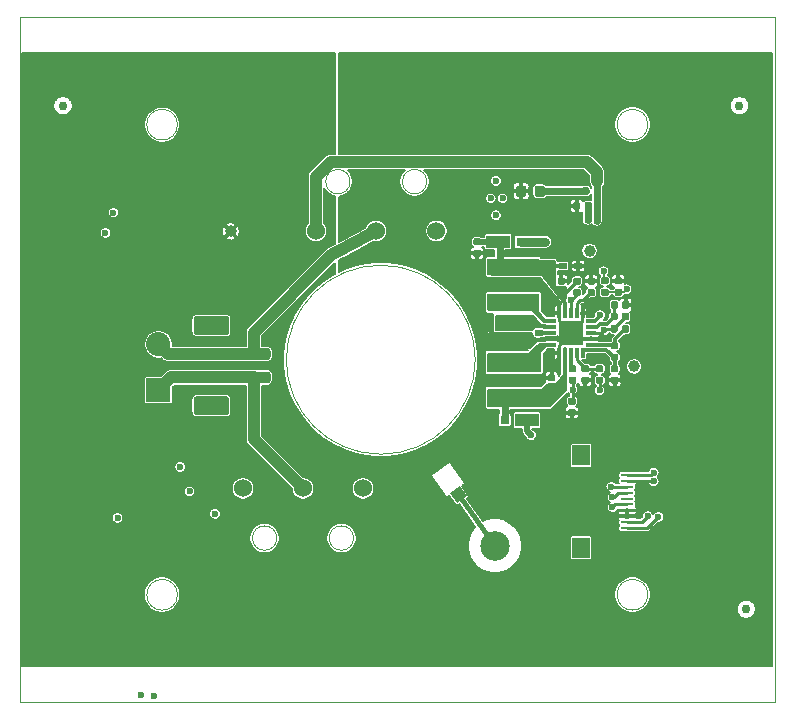
<source format=gbr>
%TF.GenerationSoftware,KiCad,Pcbnew,(5.1.5)-3*%
%TF.CreationDate,2020-08-30T11:50:14-07:00*%
%TF.ProjectId,ypanel,7970616e-656c-42e6-9b69-6361645f7063,rev?*%
%TF.SameCoordinates,Original*%
%TF.FileFunction,Copper,L6,Bot*%
%TF.FilePolarity,Positive*%
%FSLAX46Y46*%
G04 Gerber Fmt 4.6, Leading zero omitted, Abs format (unit mm)*
G04 Created by KiCad (PCBNEW (5.1.5)-3) date 2020-08-30 11:50:14*
%MOMM*%
%LPD*%
G04 APERTURE LIST*
%ADD10C,0.100000*%
%ADD11C,0.050000*%
%ADD12C,0.750000*%
%ADD13C,2.500000*%
%ADD14R,1.500000X1.700000*%
%ADD15R,1.100000X0.250000*%
%ADD16C,2.032000*%
%ADD17R,2.032000X2.032000*%
%ADD18C,1.000000*%
%ADD19C,1.524000*%
%ADD20R,2.000000X1.100000*%
%ADD21R,0.800000X0.800000*%
%ADD22R,0.700000X0.500000*%
%ADD23R,2.150000X2.150000*%
%ADD24R,0.900000X0.300000*%
%ADD25R,0.300000X0.900000*%
%ADD26R,4.394200X1.435100*%
%ADD27C,0.600000*%
%ADD28C,0.254000*%
%ADD29C,0.228600*%
%ADD30C,0.299720*%
%ADD31C,0.203200*%
%ADD32C,0.240000*%
%ADD33C,0.480000*%
%ADD34C,0.160000*%
%ADD35C,0.609600*%
%ADD36C,0.508000*%
%ADD37C,0.600000*%
%ADD38C,1.000000*%
%ADD39C,0.300000*%
%ADD40C,0.800000*%
%ADD41C,0.400000*%
%ADD42C,0.127000*%
G04 APERTURE END LIST*
D10*
X151587000Y-99000001D02*
G75*
G03X151587000Y-99000001I-8000000J0D01*
G01*
X134779564Y-114100000D02*
G75*
G03X134779564Y-114100000I-1029564J0D01*
G01*
X141279564Y-114100000D02*
G75*
G03X141279564Y-114100000I-1029564J0D01*
G01*
X126375000Y-118900000D02*
G75*
G03X126375000Y-118900000I-1300000J0D01*
G01*
X140979564Y-83920436D02*
G75*
G03X140979564Y-83920436I-1029564J0D01*
G01*
X147479564Y-83920436D02*
G75*
G03X147479564Y-83920436I-1029564J0D01*
G01*
X176975000Y-70000000D02*
X176975000Y-128000000D01*
X166200000Y-118900000D02*
G75*
G03X166200000Y-118900000I-1300000J0D01*
G01*
D11*
X126372800Y-79100000D02*
G75*
G03X126372800Y-79100000I-1300000J0D01*
G01*
D10*
X166195000Y-79102480D02*
G75*
G03X166195000Y-79102480I-1300000J0D01*
G01*
X176975000Y-70000000D02*
X113000000Y-70000000D01*
X113000000Y-128000000D02*
X176975000Y-128000000D01*
X113000000Y-70000000D02*
X113000000Y-128000000D01*
D12*
X116680500Y-77504000D03*
X173954500Y-77504000D03*
X174526000Y-120115000D03*
D13*
X153250000Y-114750000D03*
D14*
X160550000Y-107100000D03*
X160550000Y-114900000D03*
D15*
X164450000Y-108750000D03*
X164450000Y-109250000D03*
X164450000Y-109750000D03*
X164450000Y-110250000D03*
X164450000Y-110750000D03*
X164450000Y-111250000D03*
X164450000Y-111750000D03*
X164450000Y-112250000D03*
X164450000Y-112750000D03*
X164450000Y-113250000D03*
D16*
X124764800Y-97691060D03*
D17*
X124764800Y-101546660D03*
D18*
X161267720Y-89773460D03*
X130873500Y-88138000D03*
X165036500Y-99568000D03*
%TA.AperFunction,SMDPad,CuDef*%
D10*
G36*
X130524504Y-102101204D02*
G01*
X130548773Y-102104804D01*
X130572571Y-102110765D01*
X130595671Y-102119030D01*
X130617849Y-102129520D01*
X130638893Y-102142133D01*
X130658598Y-102156747D01*
X130676777Y-102173223D01*
X130693253Y-102191402D01*
X130707867Y-102211107D01*
X130720480Y-102232151D01*
X130730970Y-102254329D01*
X130739235Y-102277429D01*
X130745196Y-102301227D01*
X130748796Y-102325496D01*
X130750000Y-102350000D01*
X130750000Y-103450000D01*
X130748796Y-103474504D01*
X130745196Y-103498773D01*
X130739235Y-103522571D01*
X130730970Y-103545671D01*
X130720480Y-103567849D01*
X130707867Y-103588893D01*
X130693253Y-103608598D01*
X130676777Y-103626777D01*
X130658598Y-103643253D01*
X130638893Y-103657867D01*
X130617849Y-103670480D01*
X130595671Y-103680970D01*
X130572571Y-103689235D01*
X130548773Y-103695196D01*
X130524504Y-103698796D01*
X130500000Y-103700000D01*
X128000000Y-103700000D01*
X127975496Y-103698796D01*
X127951227Y-103695196D01*
X127927429Y-103689235D01*
X127904329Y-103680970D01*
X127882151Y-103670480D01*
X127861107Y-103657867D01*
X127841402Y-103643253D01*
X127823223Y-103626777D01*
X127806747Y-103608598D01*
X127792133Y-103588893D01*
X127779520Y-103567849D01*
X127769030Y-103545671D01*
X127760765Y-103522571D01*
X127754804Y-103498773D01*
X127751204Y-103474504D01*
X127750000Y-103450000D01*
X127750000Y-102350000D01*
X127751204Y-102325496D01*
X127754804Y-102301227D01*
X127760765Y-102277429D01*
X127769030Y-102254329D01*
X127779520Y-102232151D01*
X127792133Y-102211107D01*
X127806747Y-102191402D01*
X127823223Y-102173223D01*
X127841402Y-102156747D01*
X127861107Y-102142133D01*
X127882151Y-102129520D01*
X127904329Y-102119030D01*
X127927429Y-102110765D01*
X127951227Y-102104804D01*
X127975496Y-102101204D01*
X128000000Y-102100000D01*
X130500000Y-102100000D01*
X130524504Y-102101204D01*
G37*
%TD.AperFunction*%
%TA.AperFunction,SMDPad,CuDef*%
G36*
X130524504Y-95301204D02*
G01*
X130548773Y-95304804D01*
X130572571Y-95310765D01*
X130595671Y-95319030D01*
X130617849Y-95329520D01*
X130638893Y-95342133D01*
X130658598Y-95356747D01*
X130676777Y-95373223D01*
X130693253Y-95391402D01*
X130707867Y-95411107D01*
X130720480Y-95432151D01*
X130730970Y-95454329D01*
X130739235Y-95477429D01*
X130745196Y-95501227D01*
X130748796Y-95525496D01*
X130750000Y-95550000D01*
X130750000Y-96650000D01*
X130748796Y-96674504D01*
X130745196Y-96698773D01*
X130739235Y-96722571D01*
X130730970Y-96745671D01*
X130720480Y-96767849D01*
X130707867Y-96788893D01*
X130693253Y-96808598D01*
X130676777Y-96826777D01*
X130658598Y-96843253D01*
X130638893Y-96857867D01*
X130617849Y-96870480D01*
X130595671Y-96880970D01*
X130572571Y-96889235D01*
X130548773Y-96895196D01*
X130524504Y-96898796D01*
X130500000Y-96900000D01*
X128000000Y-96900000D01*
X127975496Y-96898796D01*
X127951227Y-96895196D01*
X127927429Y-96889235D01*
X127904329Y-96880970D01*
X127882151Y-96870480D01*
X127861107Y-96857867D01*
X127841402Y-96843253D01*
X127823223Y-96826777D01*
X127806747Y-96808598D01*
X127792133Y-96788893D01*
X127779520Y-96767849D01*
X127769030Y-96745671D01*
X127760765Y-96722571D01*
X127754804Y-96698773D01*
X127751204Y-96674504D01*
X127750000Y-96650000D01*
X127750000Y-95550000D01*
X127751204Y-95525496D01*
X127754804Y-95501227D01*
X127760765Y-95477429D01*
X127769030Y-95454329D01*
X127779520Y-95432151D01*
X127792133Y-95411107D01*
X127806747Y-95391402D01*
X127823223Y-95373223D01*
X127841402Y-95356747D01*
X127861107Y-95342133D01*
X127882151Y-95329520D01*
X127904329Y-95319030D01*
X127927429Y-95310765D01*
X127951227Y-95304804D01*
X127975496Y-95301204D01*
X128000000Y-95300000D01*
X130500000Y-95300000D01*
X130524504Y-95301204D01*
G37*
%TD.AperFunction*%
%TA.AperFunction,SMDPad,CuDef*%
G36*
X134024504Y-100001204D02*
G01*
X134048773Y-100004804D01*
X134072571Y-100010765D01*
X134095671Y-100019030D01*
X134117849Y-100029520D01*
X134138893Y-100042133D01*
X134158598Y-100056747D01*
X134176777Y-100073223D01*
X134193253Y-100091402D01*
X134207867Y-100111107D01*
X134220480Y-100132151D01*
X134230970Y-100154329D01*
X134239235Y-100177429D01*
X134245196Y-100201227D01*
X134248796Y-100225496D01*
X134250000Y-100250000D01*
X134250000Y-100750000D01*
X134248796Y-100774504D01*
X134245196Y-100798773D01*
X134239235Y-100822571D01*
X134230970Y-100845671D01*
X134220480Y-100867849D01*
X134207867Y-100888893D01*
X134193253Y-100908598D01*
X134176777Y-100926777D01*
X134158598Y-100943253D01*
X134138893Y-100957867D01*
X134117849Y-100970480D01*
X134095671Y-100980970D01*
X134072571Y-100989235D01*
X134048773Y-100995196D01*
X134024504Y-100998796D01*
X134000000Y-101000000D01*
X129000000Y-101000000D01*
X128975496Y-100998796D01*
X128951227Y-100995196D01*
X128927429Y-100989235D01*
X128904329Y-100980970D01*
X128882151Y-100970480D01*
X128861107Y-100957867D01*
X128841402Y-100943253D01*
X128823223Y-100926777D01*
X128806747Y-100908598D01*
X128792133Y-100888893D01*
X128779520Y-100867849D01*
X128769030Y-100845671D01*
X128760765Y-100822571D01*
X128754804Y-100798773D01*
X128751204Y-100774504D01*
X128750000Y-100750000D01*
X128750000Y-100250000D01*
X128751204Y-100225496D01*
X128754804Y-100201227D01*
X128760765Y-100177429D01*
X128769030Y-100154329D01*
X128779520Y-100132151D01*
X128792133Y-100111107D01*
X128806747Y-100091402D01*
X128823223Y-100073223D01*
X128841402Y-100056747D01*
X128861107Y-100042133D01*
X128882151Y-100029520D01*
X128904329Y-100019030D01*
X128927429Y-100010765D01*
X128951227Y-100004804D01*
X128975496Y-100001204D01*
X129000000Y-100000000D01*
X134000000Y-100000000D01*
X134024504Y-100001204D01*
G37*
%TD.AperFunction*%
%TA.AperFunction,SMDPad,CuDef*%
G36*
X134024504Y-98001204D02*
G01*
X134048773Y-98004804D01*
X134072571Y-98010765D01*
X134095671Y-98019030D01*
X134117849Y-98029520D01*
X134138893Y-98042133D01*
X134158598Y-98056747D01*
X134176777Y-98073223D01*
X134193253Y-98091402D01*
X134207867Y-98111107D01*
X134220480Y-98132151D01*
X134230970Y-98154329D01*
X134239235Y-98177429D01*
X134245196Y-98201227D01*
X134248796Y-98225496D01*
X134250000Y-98250000D01*
X134250000Y-98750000D01*
X134248796Y-98774504D01*
X134245196Y-98798773D01*
X134239235Y-98822571D01*
X134230970Y-98845671D01*
X134220480Y-98867849D01*
X134207867Y-98888893D01*
X134193253Y-98908598D01*
X134176777Y-98926777D01*
X134158598Y-98943253D01*
X134138893Y-98957867D01*
X134117849Y-98970480D01*
X134095671Y-98980970D01*
X134072571Y-98989235D01*
X134048773Y-98995196D01*
X134024504Y-98998796D01*
X134000000Y-99000000D01*
X129000000Y-99000000D01*
X128975496Y-98998796D01*
X128951227Y-98995196D01*
X128927429Y-98989235D01*
X128904329Y-98980970D01*
X128882151Y-98970480D01*
X128861107Y-98957867D01*
X128841402Y-98943253D01*
X128823223Y-98926777D01*
X128806747Y-98908598D01*
X128792133Y-98888893D01*
X128779520Y-98867849D01*
X128769030Y-98845671D01*
X128760765Y-98822571D01*
X128754804Y-98798773D01*
X128751204Y-98774504D01*
X128750000Y-98750000D01*
X128750000Y-98250000D01*
X128751204Y-98225496D01*
X128754804Y-98201227D01*
X128760765Y-98177429D01*
X128769030Y-98154329D01*
X128779520Y-98132151D01*
X128792133Y-98111107D01*
X128806747Y-98091402D01*
X128823223Y-98073223D01*
X128841402Y-98056747D01*
X128861107Y-98042133D01*
X128882151Y-98029520D01*
X128904329Y-98019030D01*
X128927429Y-98010765D01*
X128951227Y-98004804D01*
X128975496Y-98001204D01*
X129000000Y-98000000D01*
X134000000Y-98000000D01*
X134024504Y-98001204D01*
G37*
%TD.AperFunction*%
D19*
X142080000Y-109900000D03*
X137000000Y-109900000D03*
X131920000Y-109900000D03*
X148300000Y-88100000D03*
X143200000Y-88100000D03*
X138100000Y-88100000D03*
D20*
X153523500Y-89000000D03*
D21*
X155423500Y-89000000D03*
%TA.AperFunction,SMDPad,CuDef*%
D10*
G36*
X155713491Y-84260453D02*
G01*
X155734726Y-84263603D01*
X155755550Y-84268819D01*
X155775762Y-84276051D01*
X155795168Y-84285230D01*
X155813581Y-84296266D01*
X155830824Y-84309054D01*
X155846730Y-84323470D01*
X155861146Y-84339376D01*
X155873934Y-84356619D01*
X155884970Y-84375032D01*
X155894149Y-84394438D01*
X155901381Y-84414650D01*
X155906597Y-84435474D01*
X155909747Y-84456709D01*
X155910800Y-84478150D01*
X155910800Y-84990650D01*
X155909747Y-85012091D01*
X155906597Y-85033326D01*
X155901381Y-85054150D01*
X155894149Y-85074362D01*
X155884970Y-85093768D01*
X155873934Y-85112181D01*
X155861146Y-85129424D01*
X155846730Y-85145330D01*
X155830824Y-85159746D01*
X155813581Y-85172534D01*
X155795168Y-85183570D01*
X155775762Y-85192749D01*
X155755550Y-85199981D01*
X155734726Y-85205197D01*
X155713491Y-85208347D01*
X155692050Y-85209400D01*
X155254550Y-85209400D01*
X155233109Y-85208347D01*
X155211874Y-85205197D01*
X155191050Y-85199981D01*
X155170838Y-85192749D01*
X155151432Y-85183570D01*
X155133019Y-85172534D01*
X155115776Y-85159746D01*
X155099870Y-85145330D01*
X155085454Y-85129424D01*
X155072666Y-85112181D01*
X155061630Y-85093768D01*
X155052451Y-85074362D01*
X155045219Y-85054150D01*
X155040003Y-85033326D01*
X155036853Y-85012091D01*
X155035800Y-84990650D01*
X155035800Y-84478150D01*
X155036853Y-84456709D01*
X155040003Y-84435474D01*
X155045219Y-84414650D01*
X155052451Y-84394438D01*
X155061630Y-84375032D01*
X155072666Y-84356619D01*
X155085454Y-84339376D01*
X155099870Y-84323470D01*
X155115776Y-84309054D01*
X155133019Y-84296266D01*
X155151432Y-84285230D01*
X155170838Y-84276051D01*
X155191050Y-84268819D01*
X155211874Y-84263603D01*
X155233109Y-84260453D01*
X155254550Y-84259400D01*
X155692050Y-84259400D01*
X155713491Y-84260453D01*
G37*
%TD.AperFunction*%
%TA.AperFunction,SMDPad,CuDef*%
G36*
X157288491Y-84260453D02*
G01*
X157309726Y-84263603D01*
X157330550Y-84268819D01*
X157350762Y-84276051D01*
X157370168Y-84285230D01*
X157388581Y-84296266D01*
X157405824Y-84309054D01*
X157421730Y-84323470D01*
X157436146Y-84339376D01*
X157448934Y-84356619D01*
X157459970Y-84375032D01*
X157469149Y-84394438D01*
X157476381Y-84414650D01*
X157481597Y-84435474D01*
X157484747Y-84456709D01*
X157485800Y-84478150D01*
X157485800Y-84990650D01*
X157484747Y-85012091D01*
X157481597Y-85033326D01*
X157476381Y-85054150D01*
X157469149Y-85074362D01*
X157459970Y-85093768D01*
X157448934Y-85112181D01*
X157436146Y-85129424D01*
X157421730Y-85145330D01*
X157405824Y-85159746D01*
X157388581Y-85172534D01*
X157370168Y-85183570D01*
X157350762Y-85192749D01*
X157330550Y-85199981D01*
X157309726Y-85205197D01*
X157288491Y-85208347D01*
X157267050Y-85209400D01*
X156829550Y-85209400D01*
X156808109Y-85208347D01*
X156786874Y-85205197D01*
X156766050Y-85199981D01*
X156745838Y-85192749D01*
X156726432Y-85183570D01*
X156708019Y-85172534D01*
X156690776Y-85159746D01*
X156674870Y-85145330D01*
X156660454Y-85129424D01*
X156647666Y-85112181D01*
X156636630Y-85093768D01*
X156627451Y-85074362D01*
X156620219Y-85054150D01*
X156615003Y-85033326D01*
X156611853Y-85012091D01*
X156610800Y-84990650D01*
X156610800Y-84478150D01*
X156611853Y-84456709D01*
X156615003Y-84435474D01*
X156620219Y-84414650D01*
X156627451Y-84394438D01*
X156636630Y-84375032D01*
X156647666Y-84356619D01*
X156660454Y-84339376D01*
X156674870Y-84323470D01*
X156690776Y-84309054D01*
X156708019Y-84296266D01*
X156726432Y-84285230D01*
X156745838Y-84276051D01*
X156766050Y-84268819D01*
X156786874Y-84263603D01*
X156808109Y-84260453D01*
X156829550Y-84259400D01*
X157267050Y-84259400D01*
X157288491Y-84260453D01*
G37*
%TD.AperFunction*%
%TA.AperFunction,SMDPad,CuDef*%
G36*
X153793458Y-95970710D02*
G01*
X153807776Y-95972834D01*
X153821817Y-95976351D01*
X153835446Y-95981228D01*
X153848531Y-95987417D01*
X153860947Y-95994858D01*
X153872573Y-96003481D01*
X153883298Y-96013202D01*
X153893019Y-96023927D01*
X153901642Y-96035553D01*
X153909083Y-96047969D01*
X153915272Y-96061054D01*
X153920149Y-96074683D01*
X153923666Y-96088724D01*
X153925790Y-96103042D01*
X153926500Y-96117500D01*
X153926500Y-96412500D01*
X153925790Y-96426958D01*
X153923666Y-96441276D01*
X153920149Y-96455317D01*
X153915272Y-96468946D01*
X153909083Y-96482031D01*
X153901642Y-96494447D01*
X153893019Y-96506073D01*
X153883298Y-96516798D01*
X153872573Y-96526519D01*
X153860947Y-96535142D01*
X153848531Y-96542583D01*
X153835446Y-96548772D01*
X153821817Y-96553649D01*
X153807776Y-96557166D01*
X153793458Y-96559290D01*
X153779000Y-96560000D01*
X153434000Y-96560000D01*
X153419542Y-96559290D01*
X153405224Y-96557166D01*
X153391183Y-96553649D01*
X153377554Y-96548772D01*
X153364469Y-96542583D01*
X153352053Y-96535142D01*
X153340427Y-96526519D01*
X153329702Y-96516798D01*
X153319981Y-96506073D01*
X153311358Y-96494447D01*
X153303917Y-96482031D01*
X153297728Y-96468946D01*
X153292851Y-96455317D01*
X153289334Y-96441276D01*
X153287210Y-96426958D01*
X153286500Y-96412500D01*
X153286500Y-96117500D01*
X153287210Y-96103042D01*
X153289334Y-96088724D01*
X153292851Y-96074683D01*
X153297728Y-96061054D01*
X153303917Y-96047969D01*
X153311358Y-96035553D01*
X153319981Y-96023927D01*
X153329702Y-96013202D01*
X153340427Y-96003481D01*
X153352053Y-95994858D01*
X153364469Y-95987417D01*
X153377554Y-95981228D01*
X153391183Y-95976351D01*
X153405224Y-95972834D01*
X153419542Y-95970710D01*
X153434000Y-95970000D01*
X153779000Y-95970000D01*
X153793458Y-95970710D01*
G37*
%TD.AperFunction*%
%TA.AperFunction,SMDPad,CuDef*%
G36*
X153793458Y-96940710D02*
G01*
X153807776Y-96942834D01*
X153821817Y-96946351D01*
X153835446Y-96951228D01*
X153848531Y-96957417D01*
X153860947Y-96964858D01*
X153872573Y-96973481D01*
X153883298Y-96983202D01*
X153893019Y-96993927D01*
X153901642Y-97005553D01*
X153909083Y-97017969D01*
X153915272Y-97031054D01*
X153920149Y-97044683D01*
X153923666Y-97058724D01*
X153925790Y-97073042D01*
X153926500Y-97087500D01*
X153926500Y-97382500D01*
X153925790Y-97396958D01*
X153923666Y-97411276D01*
X153920149Y-97425317D01*
X153915272Y-97438946D01*
X153909083Y-97452031D01*
X153901642Y-97464447D01*
X153893019Y-97476073D01*
X153883298Y-97486798D01*
X153872573Y-97496519D01*
X153860947Y-97505142D01*
X153848531Y-97512583D01*
X153835446Y-97518772D01*
X153821817Y-97523649D01*
X153807776Y-97527166D01*
X153793458Y-97529290D01*
X153779000Y-97530000D01*
X153434000Y-97530000D01*
X153419542Y-97529290D01*
X153405224Y-97527166D01*
X153391183Y-97523649D01*
X153377554Y-97518772D01*
X153364469Y-97512583D01*
X153352053Y-97505142D01*
X153340427Y-97496519D01*
X153329702Y-97486798D01*
X153319981Y-97476073D01*
X153311358Y-97464447D01*
X153303917Y-97452031D01*
X153297728Y-97438946D01*
X153292851Y-97425317D01*
X153289334Y-97411276D01*
X153287210Y-97396958D01*
X153286500Y-97382500D01*
X153286500Y-97087500D01*
X153287210Y-97073042D01*
X153289334Y-97058724D01*
X153292851Y-97044683D01*
X153297728Y-97031054D01*
X153303917Y-97017969D01*
X153311358Y-97005553D01*
X153319981Y-96993927D01*
X153329702Y-96983202D01*
X153340427Y-96973481D01*
X153352053Y-96964858D01*
X153364469Y-96957417D01*
X153377554Y-96951228D01*
X153391183Y-96946351D01*
X153405224Y-96942834D01*
X153419542Y-96940710D01*
X153434000Y-96940000D01*
X153779000Y-96940000D01*
X153793458Y-96940710D01*
G37*
%TD.AperFunction*%
D22*
X158999500Y-91046000D03*
X160299500Y-91046000D03*
D23*
X159670844Y-96720660D03*
D24*
X157970844Y-95720660D03*
X157970844Y-96220660D03*
X157970844Y-96720660D03*
X157970844Y-97220660D03*
X157970844Y-97720660D03*
D25*
X158670844Y-98420660D03*
X159170844Y-98420660D03*
X159670844Y-98420660D03*
X160170844Y-98420660D03*
X160670844Y-98420660D03*
D24*
X161370844Y-97720660D03*
X161370844Y-97220660D03*
X161370844Y-96720660D03*
X161370844Y-96220660D03*
X161370844Y-95720660D03*
D25*
X160670844Y-95020660D03*
X160170844Y-95020660D03*
X159670844Y-95020660D03*
X159170844Y-95020660D03*
X158670844Y-95020660D03*
D21*
X154063380Y-104096820D03*
D20*
X155963380Y-104096820D03*
%TA.AperFunction,SMDPad,CuDef*%
D10*
G36*
X163526958Y-94030710D02*
G01*
X163541276Y-94032834D01*
X163555317Y-94036351D01*
X163568946Y-94041228D01*
X163582031Y-94047417D01*
X163594447Y-94054858D01*
X163606073Y-94063481D01*
X163616798Y-94073202D01*
X163626519Y-94083927D01*
X163635142Y-94095553D01*
X163642583Y-94107969D01*
X163648772Y-94121054D01*
X163653649Y-94134683D01*
X163657166Y-94148724D01*
X163659290Y-94163042D01*
X163660000Y-94177500D01*
X163660000Y-94522500D01*
X163659290Y-94536958D01*
X163657166Y-94551276D01*
X163653649Y-94565317D01*
X163648772Y-94578946D01*
X163642583Y-94592031D01*
X163635142Y-94604447D01*
X163626519Y-94616073D01*
X163616798Y-94626798D01*
X163606073Y-94636519D01*
X163594447Y-94645142D01*
X163582031Y-94652583D01*
X163568946Y-94658772D01*
X163555317Y-94663649D01*
X163541276Y-94667166D01*
X163526958Y-94669290D01*
X163512500Y-94670000D01*
X163217500Y-94670000D01*
X163203042Y-94669290D01*
X163188724Y-94667166D01*
X163174683Y-94663649D01*
X163161054Y-94658772D01*
X163147969Y-94652583D01*
X163135553Y-94645142D01*
X163123927Y-94636519D01*
X163113202Y-94626798D01*
X163103481Y-94616073D01*
X163094858Y-94604447D01*
X163087417Y-94592031D01*
X163081228Y-94578946D01*
X163076351Y-94565317D01*
X163072834Y-94551276D01*
X163070710Y-94536958D01*
X163070000Y-94522500D01*
X163070000Y-94177500D01*
X163070710Y-94163042D01*
X163072834Y-94148724D01*
X163076351Y-94134683D01*
X163081228Y-94121054D01*
X163087417Y-94107969D01*
X163094858Y-94095553D01*
X163103481Y-94083927D01*
X163113202Y-94073202D01*
X163123927Y-94063481D01*
X163135553Y-94054858D01*
X163147969Y-94047417D01*
X163161054Y-94041228D01*
X163174683Y-94036351D01*
X163188724Y-94032834D01*
X163203042Y-94030710D01*
X163217500Y-94030000D01*
X163512500Y-94030000D01*
X163526958Y-94030710D01*
G37*
%TD.AperFunction*%
%TA.AperFunction,SMDPad,CuDef*%
G36*
X164496958Y-94030710D02*
G01*
X164511276Y-94032834D01*
X164525317Y-94036351D01*
X164538946Y-94041228D01*
X164552031Y-94047417D01*
X164564447Y-94054858D01*
X164576073Y-94063481D01*
X164586798Y-94073202D01*
X164596519Y-94083927D01*
X164605142Y-94095553D01*
X164612583Y-94107969D01*
X164618772Y-94121054D01*
X164623649Y-94134683D01*
X164627166Y-94148724D01*
X164629290Y-94163042D01*
X164630000Y-94177500D01*
X164630000Y-94522500D01*
X164629290Y-94536958D01*
X164627166Y-94551276D01*
X164623649Y-94565317D01*
X164618772Y-94578946D01*
X164612583Y-94592031D01*
X164605142Y-94604447D01*
X164596519Y-94616073D01*
X164586798Y-94626798D01*
X164576073Y-94636519D01*
X164564447Y-94645142D01*
X164552031Y-94652583D01*
X164538946Y-94658772D01*
X164525317Y-94663649D01*
X164511276Y-94667166D01*
X164496958Y-94669290D01*
X164482500Y-94670000D01*
X164187500Y-94670000D01*
X164173042Y-94669290D01*
X164158724Y-94667166D01*
X164144683Y-94663649D01*
X164131054Y-94658772D01*
X164117969Y-94652583D01*
X164105553Y-94645142D01*
X164093927Y-94636519D01*
X164083202Y-94626798D01*
X164073481Y-94616073D01*
X164064858Y-94604447D01*
X164057417Y-94592031D01*
X164051228Y-94578946D01*
X164046351Y-94565317D01*
X164042834Y-94551276D01*
X164040710Y-94536958D01*
X164040000Y-94522500D01*
X164040000Y-94177500D01*
X164040710Y-94163042D01*
X164042834Y-94148724D01*
X164046351Y-94134683D01*
X164051228Y-94121054D01*
X164057417Y-94107969D01*
X164064858Y-94095553D01*
X164073481Y-94083927D01*
X164083202Y-94073202D01*
X164093927Y-94063481D01*
X164105553Y-94054858D01*
X164117969Y-94047417D01*
X164131054Y-94041228D01*
X164144683Y-94036351D01*
X164158724Y-94032834D01*
X164173042Y-94030710D01*
X164187500Y-94030000D01*
X164482500Y-94030000D01*
X164496958Y-94030710D01*
G37*
%TD.AperFunction*%
%TA.AperFunction,SMDPad,CuDef*%
G36*
X164472458Y-95030710D02*
G01*
X164486776Y-95032834D01*
X164500817Y-95036351D01*
X164514446Y-95041228D01*
X164527531Y-95047417D01*
X164539947Y-95054858D01*
X164551573Y-95063481D01*
X164562298Y-95073202D01*
X164572019Y-95083927D01*
X164580642Y-95095553D01*
X164588083Y-95107969D01*
X164594272Y-95121054D01*
X164599149Y-95134683D01*
X164602666Y-95148724D01*
X164604790Y-95163042D01*
X164605500Y-95177500D01*
X164605500Y-95522500D01*
X164604790Y-95536958D01*
X164602666Y-95551276D01*
X164599149Y-95565317D01*
X164594272Y-95578946D01*
X164588083Y-95592031D01*
X164580642Y-95604447D01*
X164572019Y-95616073D01*
X164562298Y-95626798D01*
X164551573Y-95636519D01*
X164539947Y-95645142D01*
X164527531Y-95652583D01*
X164514446Y-95658772D01*
X164500817Y-95663649D01*
X164486776Y-95667166D01*
X164472458Y-95669290D01*
X164458000Y-95670000D01*
X164163000Y-95670000D01*
X164148542Y-95669290D01*
X164134224Y-95667166D01*
X164120183Y-95663649D01*
X164106554Y-95658772D01*
X164093469Y-95652583D01*
X164081053Y-95645142D01*
X164069427Y-95636519D01*
X164058702Y-95626798D01*
X164048981Y-95616073D01*
X164040358Y-95604447D01*
X164032917Y-95592031D01*
X164026728Y-95578946D01*
X164021851Y-95565317D01*
X164018334Y-95551276D01*
X164016210Y-95536958D01*
X164015500Y-95522500D01*
X164015500Y-95177500D01*
X164016210Y-95163042D01*
X164018334Y-95148724D01*
X164021851Y-95134683D01*
X164026728Y-95121054D01*
X164032917Y-95107969D01*
X164040358Y-95095553D01*
X164048981Y-95083927D01*
X164058702Y-95073202D01*
X164069427Y-95063481D01*
X164081053Y-95054858D01*
X164093469Y-95047417D01*
X164106554Y-95041228D01*
X164120183Y-95036351D01*
X164134224Y-95032834D01*
X164148542Y-95030710D01*
X164163000Y-95030000D01*
X164458000Y-95030000D01*
X164472458Y-95030710D01*
G37*
%TD.AperFunction*%
%TA.AperFunction,SMDPad,CuDef*%
G36*
X163502458Y-95030710D02*
G01*
X163516776Y-95032834D01*
X163530817Y-95036351D01*
X163544446Y-95041228D01*
X163557531Y-95047417D01*
X163569947Y-95054858D01*
X163581573Y-95063481D01*
X163592298Y-95073202D01*
X163602019Y-95083927D01*
X163610642Y-95095553D01*
X163618083Y-95107969D01*
X163624272Y-95121054D01*
X163629149Y-95134683D01*
X163632666Y-95148724D01*
X163634790Y-95163042D01*
X163635500Y-95177500D01*
X163635500Y-95522500D01*
X163634790Y-95536958D01*
X163632666Y-95551276D01*
X163629149Y-95565317D01*
X163624272Y-95578946D01*
X163618083Y-95592031D01*
X163610642Y-95604447D01*
X163602019Y-95616073D01*
X163592298Y-95626798D01*
X163581573Y-95636519D01*
X163569947Y-95645142D01*
X163557531Y-95652583D01*
X163544446Y-95658772D01*
X163530817Y-95663649D01*
X163516776Y-95667166D01*
X163502458Y-95669290D01*
X163488000Y-95670000D01*
X163193000Y-95670000D01*
X163178542Y-95669290D01*
X163164224Y-95667166D01*
X163150183Y-95663649D01*
X163136554Y-95658772D01*
X163123469Y-95652583D01*
X163111053Y-95645142D01*
X163099427Y-95636519D01*
X163088702Y-95626798D01*
X163078981Y-95616073D01*
X163070358Y-95604447D01*
X163062917Y-95592031D01*
X163056728Y-95578946D01*
X163051851Y-95565317D01*
X163048334Y-95551276D01*
X163046210Y-95536958D01*
X163045500Y-95522500D01*
X163045500Y-95177500D01*
X163046210Y-95163042D01*
X163048334Y-95148724D01*
X163051851Y-95134683D01*
X163056728Y-95121054D01*
X163062917Y-95107969D01*
X163070358Y-95095553D01*
X163078981Y-95083927D01*
X163088702Y-95073202D01*
X163099427Y-95063481D01*
X163111053Y-95054858D01*
X163123469Y-95047417D01*
X163136554Y-95041228D01*
X163150183Y-95036351D01*
X163164224Y-95032834D01*
X163178542Y-95030710D01*
X163193000Y-95030000D01*
X163488000Y-95030000D01*
X163502458Y-95030710D01*
G37*
%TD.AperFunction*%
%TA.AperFunction,SMDPad,CuDef*%
G36*
X162746958Y-92990710D02*
G01*
X162761276Y-92992834D01*
X162775317Y-92996351D01*
X162788946Y-93001228D01*
X162802031Y-93007417D01*
X162814447Y-93014858D01*
X162826073Y-93023481D01*
X162836798Y-93033202D01*
X162846519Y-93043927D01*
X162855142Y-93055553D01*
X162862583Y-93067969D01*
X162868772Y-93081054D01*
X162873649Y-93094683D01*
X162877166Y-93108724D01*
X162879290Y-93123042D01*
X162880000Y-93137500D01*
X162880000Y-93432500D01*
X162879290Y-93446958D01*
X162877166Y-93461276D01*
X162873649Y-93475317D01*
X162868772Y-93488946D01*
X162862583Y-93502031D01*
X162855142Y-93514447D01*
X162846519Y-93526073D01*
X162836798Y-93536798D01*
X162826073Y-93546519D01*
X162814447Y-93555142D01*
X162802031Y-93562583D01*
X162788946Y-93568772D01*
X162775317Y-93573649D01*
X162761276Y-93577166D01*
X162746958Y-93579290D01*
X162732500Y-93580000D01*
X162387500Y-93580000D01*
X162373042Y-93579290D01*
X162358724Y-93577166D01*
X162344683Y-93573649D01*
X162331054Y-93568772D01*
X162317969Y-93562583D01*
X162305553Y-93555142D01*
X162293927Y-93546519D01*
X162283202Y-93536798D01*
X162273481Y-93526073D01*
X162264858Y-93514447D01*
X162257417Y-93502031D01*
X162251228Y-93488946D01*
X162246351Y-93475317D01*
X162242834Y-93461276D01*
X162240710Y-93446958D01*
X162240000Y-93432500D01*
X162240000Y-93137500D01*
X162240710Y-93123042D01*
X162242834Y-93108724D01*
X162246351Y-93094683D01*
X162251228Y-93081054D01*
X162257417Y-93067969D01*
X162264858Y-93055553D01*
X162273481Y-93043927D01*
X162283202Y-93033202D01*
X162293927Y-93023481D01*
X162305553Y-93014858D01*
X162317969Y-93007417D01*
X162331054Y-93001228D01*
X162344683Y-92996351D01*
X162358724Y-92992834D01*
X162373042Y-92990710D01*
X162387500Y-92990000D01*
X162732500Y-92990000D01*
X162746958Y-92990710D01*
G37*
%TD.AperFunction*%
%TA.AperFunction,SMDPad,CuDef*%
G36*
X162746958Y-92020710D02*
G01*
X162761276Y-92022834D01*
X162775317Y-92026351D01*
X162788946Y-92031228D01*
X162802031Y-92037417D01*
X162814447Y-92044858D01*
X162826073Y-92053481D01*
X162836798Y-92063202D01*
X162846519Y-92073927D01*
X162855142Y-92085553D01*
X162862583Y-92097969D01*
X162868772Y-92111054D01*
X162873649Y-92124683D01*
X162877166Y-92138724D01*
X162879290Y-92153042D01*
X162880000Y-92167500D01*
X162880000Y-92462500D01*
X162879290Y-92476958D01*
X162877166Y-92491276D01*
X162873649Y-92505317D01*
X162868772Y-92518946D01*
X162862583Y-92532031D01*
X162855142Y-92544447D01*
X162846519Y-92556073D01*
X162836798Y-92566798D01*
X162826073Y-92576519D01*
X162814447Y-92585142D01*
X162802031Y-92592583D01*
X162788946Y-92598772D01*
X162775317Y-92603649D01*
X162761276Y-92607166D01*
X162746958Y-92609290D01*
X162732500Y-92610000D01*
X162387500Y-92610000D01*
X162373042Y-92609290D01*
X162358724Y-92607166D01*
X162344683Y-92603649D01*
X162331054Y-92598772D01*
X162317969Y-92592583D01*
X162305553Y-92585142D01*
X162293927Y-92576519D01*
X162283202Y-92566798D01*
X162273481Y-92556073D01*
X162264858Y-92544447D01*
X162257417Y-92532031D01*
X162251228Y-92518946D01*
X162246351Y-92505317D01*
X162242834Y-92491276D01*
X162240710Y-92476958D01*
X162240000Y-92462500D01*
X162240000Y-92167500D01*
X162240710Y-92153042D01*
X162242834Y-92138724D01*
X162246351Y-92124683D01*
X162251228Y-92111054D01*
X162257417Y-92097969D01*
X162264858Y-92085553D01*
X162273481Y-92073927D01*
X162283202Y-92063202D01*
X162293927Y-92053481D01*
X162305553Y-92044858D01*
X162317969Y-92037417D01*
X162331054Y-92031228D01*
X162344683Y-92026351D01*
X162358724Y-92022834D01*
X162373042Y-92020710D01*
X162387500Y-92020000D01*
X162732500Y-92020000D01*
X162746958Y-92020710D01*
G37*
%TD.AperFunction*%
%TA.AperFunction,SMDPad,CuDef*%
G36*
X154936458Y-95961370D02*
G01*
X154950776Y-95963494D01*
X154964817Y-95967011D01*
X154978446Y-95971888D01*
X154991531Y-95978077D01*
X155003947Y-95985518D01*
X155015573Y-95994141D01*
X155026298Y-96003862D01*
X155036019Y-96014587D01*
X155044642Y-96026213D01*
X155052083Y-96038629D01*
X155058272Y-96051714D01*
X155063149Y-96065343D01*
X155066666Y-96079384D01*
X155068790Y-96093702D01*
X155069500Y-96108160D01*
X155069500Y-96403160D01*
X155068790Y-96417618D01*
X155066666Y-96431936D01*
X155063149Y-96445977D01*
X155058272Y-96459606D01*
X155052083Y-96472691D01*
X155044642Y-96485107D01*
X155036019Y-96496733D01*
X155026298Y-96507458D01*
X155015573Y-96517179D01*
X155003947Y-96525802D01*
X154991531Y-96533243D01*
X154978446Y-96539432D01*
X154964817Y-96544309D01*
X154950776Y-96547826D01*
X154936458Y-96549950D01*
X154922000Y-96550660D01*
X154577000Y-96550660D01*
X154562542Y-96549950D01*
X154548224Y-96547826D01*
X154534183Y-96544309D01*
X154520554Y-96539432D01*
X154507469Y-96533243D01*
X154495053Y-96525802D01*
X154483427Y-96517179D01*
X154472702Y-96507458D01*
X154462981Y-96496733D01*
X154454358Y-96485107D01*
X154446917Y-96472691D01*
X154440728Y-96459606D01*
X154435851Y-96445977D01*
X154432334Y-96431936D01*
X154430210Y-96417618D01*
X154429500Y-96403160D01*
X154429500Y-96108160D01*
X154430210Y-96093702D01*
X154432334Y-96079384D01*
X154435851Y-96065343D01*
X154440728Y-96051714D01*
X154446917Y-96038629D01*
X154454358Y-96026213D01*
X154462981Y-96014587D01*
X154472702Y-96003862D01*
X154483427Y-95994141D01*
X154495053Y-95985518D01*
X154507469Y-95978077D01*
X154520554Y-95971888D01*
X154534183Y-95967011D01*
X154548224Y-95963494D01*
X154562542Y-95961370D01*
X154577000Y-95960660D01*
X154922000Y-95960660D01*
X154936458Y-95961370D01*
G37*
%TD.AperFunction*%
%TA.AperFunction,SMDPad,CuDef*%
G36*
X154936458Y-96931370D02*
G01*
X154950776Y-96933494D01*
X154964817Y-96937011D01*
X154978446Y-96941888D01*
X154991531Y-96948077D01*
X155003947Y-96955518D01*
X155015573Y-96964141D01*
X155026298Y-96973862D01*
X155036019Y-96984587D01*
X155044642Y-96996213D01*
X155052083Y-97008629D01*
X155058272Y-97021714D01*
X155063149Y-97035343D01*
X155066666Y-97049384D01*
X155068790Y-97063702D01*
X155069500Y-97078160D01*
X155069500Y-97373160D01*
X155068790Y-97387618D01*
X155066666Y-97401936D01*
X155063149Y-97415977D01*
X155058272Y-97429606D01*
X155052083Y-97442691D01*
X155044642Y-97455107D01*
X155036019Y-97466733D01*
X155026298Y-97477458D01*
X155015573Y-97487179D01*
X155003947Y-97495802D01*
X154991531Y-97503243D01*
X154978446Y-97509432D01*
X154964817Y-97514309D01*
X154950776Y-97517826D01*
X154936458Y-97519950D01*
X154922000Y-97520660D01*
X154577000Y-97520660D01*
X154562542Y-97519950D01*
X154548224Y-97517826D01*
X154534183Y-97514309D01*
X154520554Y-97509432D01*
X154507469Y-97503243D01*
X154495053Y-97495802D01*
X154483427Y-97487179D01*
X154472702Y-97477458D01*
X154462981Y-97466733D01*
X154454358Y-97455107D01*
X154446917Y-97442691D01*
X154440728Y-97429606D01*
X154435851Y-97415977D01*
X154432334Y-97401936D01*
X154430210Y-97387618D01*
X154429500Y-97373160D01*
X154429500Y-97078160D01*
X154430210Y-97063702D01*
X154432334Y-97049384D01*
X154435851Y-97035343D01*
X154440728Y-97021714D01*
X154446917Y-97008629D01*
X154454358Y-96996213D01*
X154462981Y-96984587D01*
X154472702Y-96973862D01*
X154483427Y-96964141D01*
X154495053Y-96955518D01*
X154507469Y-96948077D01*
X154520554Y-96941888D01*
X154534183Y-96937011D01*
X154548224Y-96933494D01*
X154562542Y-96931370D01*
X154577000Y-96930660D01*
X154922000Y-96930660D01*
X154936458Y-96931370D01*
G37*
%TD.AperFunction*%
%TA.AperFunction,SMDPad,CuDef*%
G36*
X163502458Y-96060710D02*
G01*
X163516776Y-96062834D01*
X163530817Y-96066351D01*
X163544446Y-96071228D01*
X163557531Y-96077417D01*
X163569947Y-96084858D01*
X163581573Y-96093481D01*
X163592298Y-96103202D01*
X163602019Y-96113927D01*
X163610642Y-96125553D01*
X163618083Y-96137969D01*
X163624272Y-96151054D01*
X163629149Y-96164683D01*
X163632666Y-96178724D01*
X163634790Y-96193042D01*
X163635500Y-96207500D01*
X163635500Y-96552500D01*
X163634790Y-96566958D01*
X163632666Y-96581276D01*
X163629149Y-96595317D01*
X163624272Y-96608946D01*
X163618083Y-96622031D01*
X163610642Y-96634447D01*
X163602019Y-96646073D01*
X163592298Y-96656798D01*
X163581573Y-96666519D01*
X163569947Y-96675142D01*
X163557531Y-96682583D01*
X163544446Y-96688772D01*
X163530817Y-96693649D01*
X163516776Y-96697166D01*
X163502458Y-96699290D01*
X163488000Y-96700000D01*
X163193000Y-96700000D01*
X163178542Y-96699290D01*
X163164224Y-96697166D01*
X163150183Y-96693649D01*
X163136554Y-96688772D01*
X163123469Y-96682583D01*
X163111053Y-96675142D01*
X163099427Y-96666519D01*
X163088702Y-96656798D01*
X163078981Y-96646073D01*
X163070358Y-96634447D01*
X163062917Y-96622031D01*
X163056728Y-96608946D01*
X163051851Y-96595317D01*
X163048334Y-96581276D01*
X163046210Y-96566958D01*
X163045500Y-96552500D01*
X163045500Y-96207500D01*
X163046210Y-96193042D01*
X163048334Y-96178724D01*
X163051851Y-96164683D01*
X163056728Y-96151054D01*
X163062917Y-96137969D01*
X163070358Y-96125553D01*
X163078981Y-96113927D01*
X163088702Y-96103202D01*
X163099427Y-96093481D01*
X163111053Y-96084858D01*
X163123469Y-96077417D01*
X163136554Y-96071228D01*
X163150183Y-96066351D01*
X163164224Y-96062834D01*
X163178542Y-96060710D01*
X163193000Y-96060000D01*
X163488000Y-96060000D01*
X163502458Y-96060710D01*
G37*
%TD.AperFunction*%
%TA.AperFunction,SMDPad,CuDef*%
G36*
X164472458Y-96060710D02*
G01*
X164486776Y-96062834D01*
X164500817Y-96066351D01*
X164514446Y-96071228D01*
X164527531Y-96077417D01*
X164539947Y-96084858D01*
X164551573Y-96093481D01*
X164562298Y-96103202D01*
X164572019Y-96113927D01*
X164580642Y-96125553D01*
X164588083Y-96137969D01*
X164594272Y-96151054D01*
X164599149Y-96164683D01*
X164602666Y-96178724D01*
X164604790Y-96193042D01*
X164605500Y-96207500D01*
X164605500Y-96552500D01*
X164604790Y-96566958D01*
X164602666Y-96581276D01*
X164599149Y-96595317D01*
X164594272Y-96608946D01*
X164588083Y-96622031D01*
X164580642Y-96634447D01*
X164572019Y-96646073D01*
X164562298Y-96656798D01*
X164551573Y-96666519D01*
X164539947Y-96675142D01*
X164527531Y-96682583D01*
X164514446Y-96688772D01*
X164500817Y-96693649D01*
X164486776Y-96697166D01*
X164472458Y-96699290D01*
X164458000Y-96700000D01*
X164163000Y-96700000D01*
X164148542Y-96699290D01*
X164134224Y-96697166D01*
X164120183Y-96693649D01*
X164106554Y-96688772D01*
X164093469Y-96682583D01*
X164081053Y-96675142D01*
X164069427Y-96666519D01*
X164058702Y-96656798D01*
X164048981Y-96646073D01*
X164040358Y-96634447D01*
X164032917Y-96622031D01*
X164026728Y-96608946D01*
X164021851Y-96595317D01*
X164018334Y-96581276D01*
X164016210Y-96566958D01*
X164015500Y-96552500D01*
X164015500Y-96207500D01*
X164016210Y-96193042D01*
X164018334Y-96178724D01*
X164021851Y-96164683D01*
X164026728Y-96151054D01*
X164032917Y-96137969D01*
X164040358Y-96125553D01*
X164048981Y-96113927D01*
X164058702Y-96103202D01*
X164069427Y-96093481D01*
X164081053Y-96084858D01*
X164093469Y-96077417D01*
X164106554Y-96071228D01*
X164120183Y-96066351D01*
X164134224Y-96062834D01*
X164148542Y-96060710D01*
X164163000Y-96060000D01*
X164458000Y-96060000D01*
X164472458Y-96060710D01*
G37*
%TD.AperFunction*%
%TA.AperFunction,SMDPad,CuDef*%
G36*
X162302458Y-100440710D02*
G01*
X162316776Y-100442834D01*
X162330817Y-100446351D01*
X162344446Y-100451228D01*
X162357531Y-100457417D01*
X162369947Y-100464858D01*
X162381573Y-100473481D01*
X162392298Y-100483202D01*
X162402019Y-100493927D01*
X162410642Y-100505553D01*
X162418083Y-100517969D01*
X162424272Y-100531054D01*
X162429149Y-100544683D01*
X162432666Y-100558724D01*
X162434790Y-100573042D01*
X162435500Y-100587500D01*
X162435500Y-100882500D01*
X162434790Y-100896958D01*
X162432666Y-100911276D01*
X162429149Y-100925317D01*
X162424272Y-100938946D01*
X162418083Y-100952031D01*
X162410642Y-100964447D01*
X162402019Y-100976073D01*
X162392298Y-100986798D01*
X162381573Y-100996519D01*
X162369947Y-101005142D01*
X162357531Y-101012583D01*
X162344446Y-101018772D01*
X162330817Y-101023649D01*
X162316776Y-101027166D01*
X162302458Y-101029290D01*
X162288000Y-101030000D01*
X161943000Y-101030000D01*
X161928542Y-101029290D01*
X161914224Y-101027166D01*
X161900183Y-101023649D01*
X161886554Y-101018772D01*
X161873469Y-101012583D01*
X161861053Y-101005142D01*
X161849427Y-100996519D01*
X161838702Y-100986798D01*
X161828981Y-100976073D01*
X161820358Y-100964447D01*
X161812917Y-100952031D01*
X161806728Y-100938946D01*
X161801851Y-100925317D01*
X161798334Y-100911276D01*
X161796210Y-100896958D01*
X161795500Y-100882500D01*
X161795500Y-100587500D01*
X161796210Y-100573042D01*
X161798334Y-100558724D01*
X161801851Y-100544683D01*
X161806728Y-100531054D01*
X161812917Y-100517969D01*
X161820358Y-100505553D01*
X161828981Y-100493927D01*
X161838702Y-100483202D01*
X161849427Y-100473481D01*
X161861053Y-100464858D01*
X161873469Y-100457417D01*
X161886554Y-100451228D01*
X161900183Y-100446351D01*
X161914224Y-100442834D01*
X161928542Y-100440710D01*
X161943000Y-100440000D01*
X162288000Y-100440000D01*
X162302458Y-100440710D01*
G37*
%TD.AperFunction*%
%TA.AperFunction,SMDPad,CuDef*%
G36*
X162302458Y-99470710D02*
G01*
X162316776Y-99472834D01*
X162330817Y-99476351D01*
X162344446Y-99481228D01*
X162357531Y-99487417D01*
X162369947Y-99494858D01*
X162381573Y-99503481D01*
X162392298Y-99513202D01*
X162402019Y-99523927D01*
X162410642Y-99535553D01*
X162418083Y-99547969D01*
X162424272Y-99561054D01*
X162429149Y-99574683D01*
X162432666Y-99588724D01*
X162434790Y-99603042D01*
X162435500Y-99617500D01*
X162435500Y-99912500D01*
X162434790Y-99926958D01*
X162432666Y-99941276D01*
X162429149Y-99955317D01*
X162424272Y-99968946D01*
X162418083Y-99982031D01*
X162410642Y-99994447D01*
X162402019Y-100006073D01*
X162392298Y-100016798D01*
X162381573Y-100026519D01*
X162369947Y-100035142D01*
X162357531Y-100042583D01*
X162344446Y-100048772D01*
X162330817Y-100053649D01*
X162316776Y-100057166D01*
X162302458Y-100059290D01*
X162288000Y-100060000D01*
X161943000Y-100060000D01*
X161928542Y-100059290D01*
X161914224Y-100057166D01*
X161900183Y-100053649D01*
X161886554Y-100048772D01*
X161873469Y-100042583D01*
X161861053Y-100035142D01*
X161849427Y-100026519D01*
X161838702Y-100016798D01*
X161828981Y-100006073D01*
X161820358Y-99994447D01*
X161812917Y-99982031D01*
X161806728Y-99968946D01*
X161801851Y-99955317D01*
X161798334Y-99941276D01*
X161796210Y-99926958D01*
X161795500Y-99912500D01*
X161795500Y-99617500D01*
X161796210Y-99603042D01*
X161798334Y-99588724D01*
X161801851Y-99574683D01*
X161806728Y-99561054D01*
X161812917Y-99547969D01*
X161820358Y-99535553D01*
X161828981Y-99523927D01*
X161838702Y-99513202D01*
X161849427Y-99503481D01*
X161861053Y-99494858D01*
X161873469Y-99487417D01*
X161886554Y-99481228D01*
X161900183Y-99476351D01*
X161914224Y-99472834D01*
X161928542Y-99470710D01*
X161943000Y-99470000D01*
X162288000Y-99470000D01*
X162302458Y-99470710D01*
G37*
%TD.AperFunction*%
%TA.AperFunction,SMDPad,CuDef*%
G36*
X163567958Y-99474210D02*
G01*
X163582276Y-99476334D01*
X163596317Y-99479851D01*
X163609946Y-99484728D01*
X163623031Y-99490917D01*
X163635447Y-99498358D01*
X163647073Y-99506981D01*
X163657798Y-99516702D01*
X163667519Y-99527427D01*
X163676142Y-99539053D01*
X163683583Y-99551469D01*
X163689772Y-99564554D01*
X163694649Y-99578183D01*
X163698166Y-99592224D01*
X163700290Y-99606542D01*
X163701000Y-99621000D01*
X163701000Y-99916000D01*
X163700290Y-99930458D01*
X163698166Y-99944776D01*
X163694649Y-99958817D01*
X163689772Y-99972446D01*
X163683583Y-99985531D01*
X163676142Y-99997947D01*
X163667519Y-100009573D01*
X163657798Y-100020298D01*
X163647073Y-100030019D01*
X163635447Y-100038642D01*
X163623031Y-100046083D01*
X163609946Y-100052272D01*
X163596317Y-100057149D01*
X163582276Y-100060666D01*
X163567958Y-100062790D01*
X163553500Y-100063500D01*
X163208500Y-100063500D01*
X163194042Y-100062790D01*
X163179724Y-100060666D01*
X163165683Y-100057149D01*
X163152054Y-100052272D01*
X163138969Y-100046083D01*
X163126553Y-100038642D01*
X163114927Y-100030019D01*
X163104202Y-100020298D01*
X163094481Y-100009573D01*
X163085858Y-99997947D01*
X163078417Y-99985531D01*
X163072228Y-99972446D01*
X163067351Y-99958817D01*
X163063834Y-99944776D01*
X163061710Y-99930458D01*
X163061000Y-99916000D01*
X163061000Y-99621000D01*
X163061710Y-99606542D01*
X163063834Y-99592224D01*
X163067351Y-99578183D01*
X163072228Y-99564554D01*
X163078417Y-99551469D01*
X163085858Y-99539053D01*
X163094481Y-99527427D01*
X163104202Y-99516702D01*
X163114927Y-99506981D01*
X163126553Y-99498358D01*
X163138969Y-99490917D01*
X163152054Y-99484728D01*
X163165683Y-99479851D01*
X163179724Y-99476334D01*
X163194042Y-99474210D01*
X163208500Y-99473500D01*
X163553500Y-99473500D01*
X163567958Y-99474210D01*
G37*
%TD.AperFunction*%
%TA.AperFunction,SMDPad,CuDef*%
G36*
X163567958Y-100444210D02*
G01*
X163582276Y-100446334D01*
X163596317Y-100449851D01*
X163609946Y-100454728D01*
X163623031Y-100460917D01*
X163635447Y-100468358D01*
X163647073Y-100476981D01*
X163657798Y-100486702D01*
X163667519Y-100497427D01*
X163676142Y-100509053D01*
X163683583Y-100521469D01*
X163689772Y-100534554D01*
X163694649Y-100548183D01*
X163698166Y-100562224D01*
X163700290Y-100576542D01*
X163701000Y-100591000D01*
X163701000Y-100886000D01*
X163700290Y-100900458D01*
X163698166Y-100914776D01*
X163694649Y-100928817D01*
X163689772Y-100942446D01*
X163683583Y-100955531D01*
X163676142Y-100967947D01*
X163667519Y-100979573D01*
X163657798Y-100990298D01*
X163647073Y-101000019D01*
X163635447Y-101008642D01*
X163623031Y-101016083D01*
X163609946Y-101022272D01*
X163596317Y-101027149D01*
X163582276Y-101030666D01*
X163567958Y-101032790D01*
X163553500Y-101033500D01*
X163208500Y-101033500D01*
X163194042Y-101032790D01*
X163179724Y-101030666D01*
X163165683Y-101027149D01*
X163152054Y-101022272D01*
X163138969Y-101016083D01*
X163126553Y-101008642D01*
X163114927Y-101000019D01*
X163104202Y-100990298D01*
X163094481Y-100979573D01*
X163085858Y-100967947D01*
X163078417Y-100955531D01*
X163072228Y-100942446D01*
X163067351Y-100928817D01*
X163063834Y-100914776D01*
X163061710Y-100900458D01*
X163061000Y-100886000D01*
X163061000Y-100591000D01*
X163061710Y-100576542D01*
X163063834Y-100562224D01*
X163067351Y-100548183D01*
X163072228Y-100534554D01*
X163078417Y-100521469D01*
X163085858Y-100509053D01*
X163094481Y-100497427D01*
X163104202Y-100486702D01*
X163114927Y-100476981D01*
X163126553Y-100468358D01*
X163138969Y-100460917D01*
X163152054Y-100454728D01*
X163165683Y-100449851D01*
X163179724Y-100446334D01*
X163194042Y-100444210D01*
X163208500Y-100443500D01*
X163553500Y-100443500D01*
X163567958Y-100444210D01*
G37*
%TD.AperFunction*%
%TA.AperFunction,SMDPad,CuDef*%
G36*
X161086958Y-99470710D02*
G01*
X161101276Y-99472834D01*
X161115317Y-99476351D01*
X161128946Y-99481228D01*
X161142031Y-99487417D01*
X161154447Y-99494858D01*
X161166073Y-99503481D01*
X161176798Y-99513202D01*
X161186519Y-99523927D01*
X161195142Y-99535553D01*
X161202583Y-99547969D01*
X161208772Y-99561054D01*
X161213649Y-99574683D01*
X161217166Y-99588724D01*
X161219290Y-99603042D01*
X161220000Y-99617500D01*
X161220000Y-99912500D01*
X161219290Y-99926958D01*
X161217166Y-99941276D01*
X161213649Y-99955317D01*
X161208772Y-99968946D01*
X161202583Y-99982031D01*
X161195142Y-99994447D01*
X161186519Y-100006073D01*
X161176798Y-100016798D01*
X161166073Y-100026519D01*
X161154447Y-100035142D01*
X161142031Y-100042583D01*
X161128946Y-100048772D01*
X161115317Y-100053649D01*
X161101276Y-100057166D01*
X161086958Y-100059290D01*
X161072500Y-100060000D01*
X160727500Y-100060000D01*
X160713042Y-100059290D01*
X160698724Y-100057166D01*
X160684683Y-100053649D01*
X160671054Y-100048772D01*
X160657969Y-100042583D01*
X160645553Y-100035142D01*
X160633927Y-100026519D01*
X160623202Y-100016798D01*
X160613481Y-100006073D01*
X160604858Y-99994447D01*
X160597417Y-99982031D01*
X160591228Y-99968946D01*
X160586351Y-99955317D01*
X160582834Y-99941276D01*
X160580710Y-99926958D01*
X160580000Y-99912500D01*
X160580000Y-99617500D01*
X160580710Y-99603042D01*
X160582834Y-99588724D01*
X160586351Y-99574683D01*
X160591228Y-99561054D01*
X160597417Y-99547969D01*
X160604858Y-99535553D01*
X160613481Y-99523927D01*
X160623202Y-99513202D01*
X160633927Y-99503481D01*
X160645553Y-99494858D01*
X160657969Y-99487417D01*
X160671054Y-99481228D01*
X160684683Y-99476351D01*
X160698724Y-99472834D01*
X160713042Y-99470710D01*
X160727500Y-99470000D01*
X161072500Y-99470000D01*
X161086958Y-99470710D01*
G37*
%TD.AperFunction*%
%TA.AperFunction,SMDPad,CuDef*%
G36*
X161086958Y-100440710D02*
G01*
X161101276Y-100442834D01*
X161115317Y-100446351D01*
X161128946Y-100451228D01*
X161142031Y-100457417D01*
X161154447Y-100464858D01*
X161166073Y-100473481D01*
X161176798Y-100483202D01*
X161186519Y-100493927D01*
X161195142Y-100505553D01*
X161202583Y-100517969D01*
X161208772Y-100531054D01*
X161213649Y-100544683D01*
X161217166Y-100558724D01*
X161219290Y-100573042D01*
X161220000Y-100587500D01*
X161220000Y-100882500D01*
X161219290Y-100896958D01*
X161217166Y-100911276D01*
X161213649Y-100925317D01*
X161208772Y-100938946D01*
X161202583Y-100952031D01*
X161195142Y-100964447D01*
X161186519Y-100976073D01*
X161176798Y-100986798D01*
X161166073Y-100996519D01*
X161154447Y-101005142D01*
X161142031Y-101012583D01*
X161128946Y-101018772D01*
X161115317Y-101023649D01*
X161101276Y-101027166D01*
X161086958Y-101029290D01*
X161072500Y-101030000D01*
X160727500Y-101030000D01*
X160713042Y-101029290D01*
X160698724Y-101027166D01*
X160684683Y-101023649D01*
X160671054Y-101018772D01*
X160657969Y-101012583D01*
X160645553Y-101005142D01*
X160633927Y-100996519D01*
X160623202Y-100986798D01*
X160613481Y-100976073D01*
X160604858Y-100964447D01*
X160597417Y-100952031D01*
X160591228Y-100938946D01*
X160586351Y-100925317D01*
X160582834Y-100911276D01*
X160580710Y-100896958D01*
X160580000Y-100882500D01*
X160580000Y-100587500D01*
X160580710Y-100573042D01*
X160582834Y-100558724D01*
X160586351Y-100544683D01*
X160591228Y-100531054D01*
X160597417Y-100517969D01*
X160604858Y-100505553D01*
X160613481Y-100493927D01*
X160623202Y-100483202D01*
X160633927Y-100473481D01*
X160645553Y-100464858D01*
X160657969Y-100457417D01*
X160671054Y-100451228D01*
X160684683Y-100446351D01*
X160698724Y-100442834D01*
X160713042Y-100440710D01*
X160727500Y-100440000D01*
X161072500Y-100440000D01*
X161086958Y-100440710D01*
G37*
%TD.AperFunction*%
%TA.AperFunction,SMDPad,CuDef*%
G36*
X163567958Y-97518710D02*
G01*
X163582276Y-97520834D01*
X163596317Y-97524351D01*
X163609946Y-97529228D01*
X163623031Y-97535417D01*
X163635447Y-97542858D01*
X163647073Y-97551481D01*
X163657798Y-97561202D01*
X163667519Y-97571927D01*
X163676142Y-97583553D01*
X163683583Y-97595969D01*
X163689772Y-97609054D01*
X163694649Y-97622683D01*
X163698166Y-97636724D01*
X163700290Y-97651042D01*
X163701000Y-97665500D01*
X163701000Y-97960500D01*
X163700290Y-97974958D01*
X163698166Y-97989276D01*
X163694649Y-98003317D01*
X163689772Y-98016946D01*
X163683583Y-98030031D01*
X163676142Y-98042447D01*
X163667519Y-98054073D01*
X163657798Y-98064798D01*
X163647073Y-98074519D01*
X163635447Y-98083142D01*
X163623031Y-98090583D01*
X163609946Y-98096772D01*
X163596317Y-98101649D01*
X163582276Y-98105166D01*
X163567958Y-98107290D01*
X163553500Y-98108000D01*
X163208500Y-98108000D01*
X163194042Y-98107290D01*
X163179724Y-98105166D01*
X163165683Y-98101649D01*
X163152054Y-98096772D01*
X163138969Y-98090583D01*
X163126553Y-98083142D01*
X163114927Y-98074519D01*
X163104202Y-98064798D01*
X163094481Y-98054073D01*
X163085858Y-98042447D01*
X163078417Y-98030031D01*
X163072228Y-98016946D01*
X163067351Y-98003317D01*
X163063834Y-97989276D01*
X163061710Y-97974958D01*
X163061000Y-97960500D01*
X163061000Y-97665500D01*
X163061710Y-97651042D01*
X163063834Y-97636724D01*
X163067351Y-97622683D01*
X163072228Y-97609054D01*
X163078417Y-97595969D01*
X163085858Y-97583553D01*
X163094481Y-97571927D01*
X163104202Y-97561202D01*
X163114927Y-97551481D01*
X163126553Y-97542858D01*
X163138969Y-97535417D01*
X163152054Y-97529228D01*
X163165683Y-97524351D01*
X163179724Y-97520834D01*
X163194042Y-97518710D01*
X163208500Y-97518000D01*
X163553500Y-97518000D01*
X163567958Y-97518710D01*
G37*
%TD.AperFunction*%
%TA.AperFunction,SMDPad,CuDef*%
G36*
X163567958Y-98488710D02*
G01*
X163582276Y-98490834D01*
X163596317Y-98494351D01*
X163609946Y-98499228D01*
X163623031Y-98505417D01*
X163635447Y-98512858D01*
X163647073Y-98521481D01*
X163657798Y-98531202D01*
X163667519Y-98541927D01*
X163676142Y-98553553D01*
X163683583Y-98565969D01*
X163689772Y-98579054D01*
X163694649Y-98592683D01*
X163698166Y-98606724D01*
X163700290Y-98621042D01*
X163701000Y-98635500D01*
X163701000Y-98930500D01*
X163700290Y-98944958D01*
X163698166Y-98959276D01*
X163694649Y-98973317D01*
X163689772Y-98986946D01*
X163683583Y-99000031D01*
X163676142Y-99012447D01*
X163667519Y-99024073D01*
X163657798Y-99034798D01*
X163647073Y-99044519D01*
X163635447Y-99053142D01*
X163623031Y-99060583D01*
X163609946Y-99066772D01*
X163596317Y-99071649D01*
X163582276Y-99075166D01*
X163567958Y-99077290D01*
X163553500Y-99078000D01*
X163208500Y-99078000D01*
X163194042Y-99077290D01*
X163179724Y-99075166D01*
X163165683Y-99071649D01*
X163152054Y-99066772D01*
X163138969Y-99060583D01*
X163126553Y-99053142D01*
X163114927Y-99044519D01*
X163104202Y-99034798D01*
X163094481Y-99024073D01*
X163085858Y-99012447D01*
X163078417Y-99000031D01*
X163072228Y-98986946D01*
X163067351Y-98973317D01*
X163063834Y-98959276D01*
X163061710Y-98944958D01*
X163061000Y-98930500D01*
X163061000Y-98635500D01*
X163061710Y-98621042D01*
X163063834Y-98606724D01*
X163067351Y-98592683D01*
X163072228Y-98579054D01*
X163078417Y-98565969D01*
X163085858Y-98553553D01*
X163094481Y-98541927D01*
X163104202Y-98531202D01*
X163114927Y-98521481D01*
X163126553Y-98512858D01*
X163138969Y-98505417D01*
X163152054Y-98499228D01*
X163165683Y-98494351D01*
X163179724Y-98490834D01*
X163194042Y-98488710D01*
X163208500Y-98488000D01*
X163553500Y-98488000D01*
X163567958Y-98488710D01*
G37*
%TD.AperFunction*%
%TA.AperFunction,SMDPad,CuDef*%
G36*
X160397458Y-92044710D02*
G01*
X160411776Y-92046834D01*
X160425817Y-92050351D01*
X160439446Y-92055228D01*
X160452531Y-92061417D01*
X160464947Y-92068858D01*
X160476573Y-92077481D01*
X160487298Y-92087202D01*
X160497019Y-92097927D01*
X160505642Y-92109553D01*
X160513083Y-92121969D01*
X160519272Y-92135054D01*
X160524149Y-92148683D01*
X160527666Y-92162724D01*
X160529790Y-92177042D01*
X160530500Y-92191500D01*
X160530500Y-92486500D01*
X160529790Y-92500958D01*
X160527666Y-92515276D01*
X160524149Y-92529317D01*
X160519272Y-92542946D01*
X160513083Y-92556031D01*
X160505642Y-92568447D01*
X160497019Y-92580073D01*
X160487298Y-92590798D01*
X160476573Y-92600519D01*
X160464947Y-92609142D01*
X160452531Y-92616583D01*
X160439446Y-92622772D01*
X160425817Y-92627649D01*
X160411776Y-92631166D01*
X160397458Y-92633290D01*
X160383000Y-92634000D01*
X160038000Y-92634000D01*
X160023542Y-92633290D01*
X160009224Y-92631166D01*
X159995183Y-92627649D01*
X159981554Y-92622772D01*
X159968469Y-92616583D01*
X159956053Y-92609142D01*
X159944427Y-92600519D01*
X159933702Y-92590798D01*
X159923981Y-92580073D01*
X159915358Y-92568447D01*
X159907917Y-92556031D01*
X159901728Y-92542946D01*
X159896851Y-92529317D01*
X159893334Y-92515276D01*
X159891210Y-92500958D01*
X159890500Y-92486500D01*
X159890500Y-92191500D01*
X159891210Y-92177042D01*
X159893334Y-92162724D01*
X159896851Y-92148683D01*
X159901728Y-92135054D01*
X159907917Y-92121969D01*
X159915358Y-92109553D01*
X159923981Y-92097927D01*
X159933702Y-92087202D01*
X159944427Y-92077481D01*
X159956053Y-92068858D01*
X159968469Y-92061417D01*
X159981554Y-92055228D01*
X159995183Y-92050351D01*
X160009224Y-92046834D01*
X160023542Y-92044710D01*
X160038000Y-92044000D01*
X160383000Y-92044000D01*
X160397458Y-92044710D01*
G37*
%TD.AperFunction*%
%TA.AperFunction,SMDPad,CuDef*%
G36*
X160397458Y-93014710D02*
G01*
X160411776Y-93016834D01*
X160425817Y-93020351D01*
X160439446Y-93025228D01*
X160452531Y-93031417D01*
X160464947Y-93038858D01*
X160476573Y-93047481D01*
X160487298Y-93057202D01*
X160497019Y-93067927D01*
X160505642Y-93079553D01*
X160513083Y-93091969D01*
X160519272Y-93105054D01*
X160524149Y-93118683D01*
X160527666Y-93132724D01*
X160529790Y-93147042D01*
X160530500Y-93161500D01*
X160530500Y-93456500D01*
X160529790Y-93470958D01*
X160527666Y-93485276D01*
X160524149Y-93499317D01*
X160519272Y-93512946D01*
X160513083Y-93526031D01*
X160505642Y-93538447D01*
X160497019Y-93550073D01*
X160487298Y-93560798D01*
X160476573Y-93570519D01*
X160464947Y-93579142D01*
X160452531Y-93586583D01*
X160439446Y-93592772D01*
X160425817Y-93597649D01*
X160411776Y-93601166D01*
X160397458Y-93603290D01*
X160383000Y-93604000D01*
X160038000Y-93604000D01*
X160023542Y-93603290D01*
X160009224Y-93601166D01*
X159995183Y-93597649D01*
X159981554Y-93592772D01*
X159968469Y-93586583D01*
X159956053Y-93579142D01*
X159944427Y-93570519D01*
X159933702Y-93560798D01*
X159923981Y-93550073D01*
X159915358Y-93538447D01*
X159907917Y-93526031D01*
X159901728Y-93512946D01*
X159896851Y-93499317D01*
X159893334Y-93485276D01*
X159891210Y-93470958D01*
X159890500Y-93456500D01*
X159890500Y-93161500D01*
X159891210Y-93147042D01*
X159893334Y-93132724D01*
X159896851Y-93118683D01*
X159901728Y-93105054D01*
X159907917Y-93091969D01*
X159915358Y-93079553D01*
X159923981Y-93067927D01*
X159933702Y-93057202D01*
X159944427Y-93047481D01*
X159956053Y-93038858D01*
X159968469Y-93031417D01*
X159981554Y-93025228D01*
X159995183Y-93020351D01*
X160009224Y-93016834D01*
X160023542Y-93014710D01*
X160038000Y-93014000D01*
X160383000Y-93014000D01*
X160397458Y-93014710D01*
G37*
%TD.AperFunction*%
%TA.AperFunction,SMDPad,CuDef*%
G36*
X163889958Y-92990710D02*
G01*
X163904276Y-92992834D01*
X163918317Y-92996351D01*
X163931946Y-93001228D01*
X163945031Y-93007417D01*
X163957447Y-93014858D01*
X163969073Y-93023481D01*
X163979798Y-93033202D01*
X163989519Y-93043927D01*
X163998142Y-93055553D01*
X164005583Y-93067969D01*
X164011772Y-93081054D01*
X164016649Y-93094683D01*
X164020166Y-93108724D01*
X164022290Y-93123042D01*
X164023000Y-93137500D01*
X164023000Y-93432500D01*
X164022290Y-93446958D01*
X164020166Y-93461276D01*
X164016649Y-93475317D01*
X164011772Y-93488946D01*
X164005583Y-93502031D01*
X163998142Y-93514447D01*
X163989519Y-93526073D01*
X163979798Y-93536798D01*
X163969073Y-93546519D01*
X163957447Y-93555142D01*
X163945031Y-93562583D01*
X163931946Y-93568772D01*
X163918317Y-93573649D01*
X163904276Y-93577166D01*
X163889958Y-93579290D01*
X163875500Y-93580000D01*
X163530500Y-93580000D01*
X163516042Y-93579290D01*
X163501724Y-93577166D01*
X163487683Y-93573649D01*
X163474054Y-93568772D01*
X163460969Y-93562583D01*
X163448553Y-93555142D01*
X163436927Y-93546519D01*
X163426202Y-93536798D01*
X163416481Y-93526073D01*
X163407858Y-93514447D01*
X163400417Y-93502031D01*
X163394228Y-93488946D01*
X163389351Y-93475317D01*
X163385834Y-93461276D01*
X163383710Y-93446958D01*
X163383000Y-93432500D01*
X163383000Y-93137500D01*
X163383710Y-93123042D01*
X163385834Y-93108724D01*
X163389351Y-93094683D01*
X163394228Y-93081054D01*
X163400417Y-93067969D01*
X163407858Y-93055553D01*
X163416481Y-93043927D01*
X163426202Y-93033202D01*
X163436927Y-93023481D01*
X163448553Y-93014858D01*
X163460969Y-93007417D01*
X163474054Y-93001228D01*
X163487683Y-92996351D01*
X163501724Y-92992834D01*
X163516042Y-92990710D01*
X163530500Y-92990000D01*
X163875500Y-92990000D01*
X163889958Y-92990710D01*
G37*
%TD.AperFunction*%
%TA.AperFunction,SMDPad,CuDef*%
G36*
X163889958Y-92020710D02*
G01*
X163904276Y-92022834D01*
X163918317Y-92026351D01*
X163931946Y-92031228D01*
X163945031Y-92037417D01*
X163957447Y-92044858D01*
X163969073Y-92053481D01*
X163979798Y-92063202D01*
X163989519Y-92073927D01*
X163998142Y-92085553D01*
X164005583Y-92097969D01*
X164011772Y-92111054D01*
X164016649Y-92124683D01*
X164020166Y-92138724D01*
X164022290Y-92153042D01*
X164023000Y-92167500D01*
X164023000Y-92462500D01*
X164022290Y-92476958D01*
X164020166Y-92491276D01*
X164016649Y-92505317D01*
X164011772Y-92518946D01*
X164005583Y-92532031D01*
X163998142Y-92544447D01*
X163989519Y-92556073D01*
X163979798Y-92566798D01*
X163969073Y-92576519D01*
X163957447Y-92585142D01*
X163945031Y-92592583D01*
X163931946Y-92598772D01*
X163918317Y-92603649D01*
X163904276Y-92607166D01*
X163889958Y-92609290D01*
X163875500Y-92610000D01*
X163530500Y-92610000D01*
X163516042Y-92609290D01*
X163501724Y-92607166D01*
X163487683Y-92603649D01*
X163474054Y-92598772D01*
X163460969Y-92592583D01*
X163448553Y-92585142D01*
X163436927Y-92576519D01*
X163426202Y-92566798D01*
X163416481Y-92556073D01*
X163407858Y-92544447D01*
X163400417Y-92532031D01*
X163394228Y-92518946D01*
X163389351Y-92505317D01*
X163385834Y-92491276D01*
X163383710Y-92476958D01*
X163383000Y-92462500D01*
X163383000Y-92167500D01*
X163383710Y-92153042D01*
X163385834Y-92138724D01*
X163389351Y-92124683D01*
X163394228Y-92111054D01*
X163400417Y-92097969D01*
X163407858Y-92085553D01*
X163416481Y-92073927D01*
X163426202Y-92063202D01*
X163436927Y-92053481D01*
X163448553Y-92044858D01*
X163460969Y-92037417D01*
X163474054Y-92031228D01*
X163487683Y-92026351D01*
X163501724Y-92022834D01*
X163516042Y-92020710D01*
X163530500Y-92020000D01*
X163875500Y-92020000D01*
X163889958Y-92020710D01*
G37*
%TD.AperFunction*%
%TA.AperFunction,SMDPad,CuDef*%
G36*
X161093958Y-84389710D02*
G01*
X161108276Y-84391834D01*
X161122317Y-84395351D01*
X161135946Y-84400228D01*
X161149031Y-84406417D01*
X161161447Y-84413858D01*
X161173073Y-84422481D01*
X161183798Y-84432202D01*
X161193519Y-84442927D01*
X161202142Y-84454553D01*
X161209583Y-84466969D01*
X161215772Y-84480054D01*
X161220649Y-84493683D01*
X161224166Y-84507724D01*
X161226290Y-84522042D01*
X161227000Y-84536500D01*
X161227000Y-84881500D01*
X161226290Y-84895958D01*
X161224166Y-84910276D01*
X161220649Y-84924317D01*
X161215772Y-84937946D01*
X161209583Y-84951031D01*
X161202142Y-84963447D01*
X161193519Y-84975073D01*
X161183798Y-84985798D01*
X161173073Y-84995519D01*
X161161447Y-85004142D01*
X161149031Y-85011583D01*
X161135946Y-85017772D01*
X161122317Y-85022649D01*
X161108276Y-85026166D01*
X161093958Y-85028290D01*
X161079500Y-85029000D01*
X160784500Y-85029000D01*
X160770042Y-85028290D01*
X160755724Y-85026166D01*
X160741683Y-85022649D01*
X160728054Y-85017772D01*
X160714969Y-85011583D01*
X160702553Y-85004142D01*
X160690927Y-84995519D01*
X160680202Y-84985798D01*
X160670481Y-84975073D01*
X160661858Y-84963447D01*
X160654417Y-84951031D01*
X160648228Y-84937946D01*
X160643351Y-84924317D01*
X160639834Y-84910276D01*
X160637710Y-84895958D01*
X160637000Y-84881500D01*
X160637000Y-84536500D01*
X160637710Y-84522042D01*
X160639834Y-84507724D01*
X160643351Y-84493683D01*
X160648228Y-84480054D01*
X160654417Y-84466969D01*
X160661858Y-84454553D01*
X160670481Y-84442927D01*
X160680202Y-84432202D01*
X160690927Y-84422481D01*
X160702553Y-84413858D01*
X160714969Y-84406417D01*
X160728054Y-84400228D01*
X160741683Y-84395351D01*
X160755724Y-84391834D01*
X160770042Y-84389710D01*
X160784500Y-84389000D01*
X161079500Y-84389000D01*
X161093958Y-84389710D01*
G37*
%TD.AperFunction*%
%TA.AperFunction,SMDPad,CuDef*%
G36*
X162063958Y-84389710D02*
G01*
X162078276Y-84391834D01*
X162092317Y-84395351D01*
X162105946Y-84400228D01*
X162119031Y-84406417D01*
X162131447Y-84413858D01*
X162143073Y-84422481D01*
X162153798Y-84432202D01*
X162163519Y-84442927D01*
X162172142Y-84454553D01*
X162179583Y-84466969D01*
X162185772Y-84480054D01*
X162190649Y-84493683D01*
X162194166Y-84507724D01*
X162196290Y-84522042D01*
X162197000Y-84536500D01*
X162197000Y-84881500D01*
X162196290Y-84895958D01*
X162194166Y-84910276D01*
X162190649Y-84924317D01*
X162185772Y-84937946D01*
X162179583Y-84951031D01*
X162172142Y-84963447D01*
X162163519Y-84975073D01*
X162153798Y-84985798D01*
X162143073Y-84995519D01*
X162131447Y-85004142D01*
X162119031Y-85011583D01*
X162105946Y-85017772D01*
X162092317Y-85022649D01*
X162078276Y-85026166D01*
X162063958Y-85028290D01*
X162049500Y-85029000D01*
X161754500Y-85029000D01*
X161740042Y-85028290D01*
X161725724Y-85026166D01*
X161711683Y-85022649D01*
X161698054Y-85017772D01*
X161684969Y-85011583D01*
X161672553Y-85004142D01*
X161660927Y-84995519D01*
X161650202Y-84985798D01*
X161640481Y-84975073D01*
X161631858Y-84963447D01*
X161624417Y-84951031D01*
X161618228Y-84937946D01*
X161613351Y-84924317D01*
X161609834Y-84910276D01*
X161607710Y-84895958D01*
X161607000Y-84881500D01*
X161607000Y-84536500D01*
X161607710Y-84522042D01*
X161609834Y-84507724D01*
X161613351Y-84493683D01*
X161618228Y-84480054D01*
X161624417Y-84466969D01*
X161631858Y-84454553D01*
X161640481Y-84442927D01*
X161650202Y-84432202D01*
X161660927Y-84422481D01*
X161672553Y-84413858D01*
X161684969Y-84406417D01*
X161698054Y-84400228D01*
X161711683Y-84395351D01*
X161725724Y-84391834D01*
X161740042Y-84389710D01*
X161754500Y-84389000D01*
X162049500Y-84389000D01*
X162063958Y-84389710D01*
G37*
%TD.AperFunction*%
%TA.AperFunction,SMDPad,CuDef*%
G36*
X160331958Y-85659710D02*
G01*
X160346276Y-85661834D01*
X160360317Y-85665351D01*
X160373946Y-85670228D01*
X160387031Y-85676417D01*
X160399447Y-85683858D01*
X160411073Y-85692481D01*
X160421798Y-85702202D01*
X160431519Y-85712927D01*
X160440142Y-85724553D01*
X160447583Y-85736969D01*
X160453772Y-85750054D01*
X160458649Y-85763683D01*
X160462166Y-85777724D01*
X160464290Y-85792042D01*
X160465000Y-85806500D01*
X160465000Y-86151500D01*
X160464290Y-86165958D01*
X160462166Y-86180276D01*
X160458649Y-86194317D01*
X160453772Y-86207946D01*
X160447583Y-86221031D01*
X160440142Y-86233447D01*
X160431519Y-86245073D01*
X160421798Y-86255798D01*
X160411073Y-86265519D01*
X160399447Y-86274142D01*
X160387031Y-86281583D01*
X160373946Y-86287772D01*
X160360317Y-86292649D01*
X160346276Y-86296166D01*
X160331958Y-86298290D01*
X160317500Y-86299000D01*
X160022500Y-86299000D01*
X160008042Y-86298290D01*
X159993724Y-86296166D01*
X159979683Y-86292649D01*
X159966054Y-86287772D01*
X159952969Y-86281583D01*
X159940553Y-86274142D01*
X159928927Y-86265519D01*
X159918202Y-86255798D01*
X159908481Y-86245073D01*
X159899858Y-86233447D01*
X159892417Y-86221031D01*
X159886228Y-86207946D01*
X159881351Y-86194317D01*
X159877834Y-86180276D01*
X159875710Y-86165958D01*
X159875000Y-86151500D01*
X159875000Y-85806500D01*
X159875710Y-85792042D01*
X159877834Y-85777724D01*
X159881351Y-85763683D01*
X159886228Y-85750054D01*
X159892417Y-85736969D01*
X159899858Y-85724553D01*
X159908481Y-85712927D01*
X159918202Y-85702202D01*
X159928927Y-85692481D01*
X159940553Y-85683858D01*
X159952969Y-85676417D01*
X159966054Y-85670228D01*
X159979683Y-85665351D01*
X159993724Y-85661834D01*
X160008042Y-85659710D01*
X160022500Y-85659000D01*
X160317500Y-85659000D01*
X160331958Y-85659710D01*
G37*
%TD.AperFunction*%
%TA.AperFunction,SMDPad,CuDef*%
G36*
X161301958Y-85659710D02*
G01*
X161316276Y-85661834D01*
X161330317Y-85665351D01*
X161343946Y-85670228D01*
X161357031Y-85676417D01*
X161369447Y-85683858D01*
X161381073Y-85692481D01*
X161391798Y-85702202D01*
X161401519Y-85712927D01*
X161410142Y-85724553D01*
X161417583Y-85736969D01*
X161423772Y-85750054D01*
X161428649Y-85763683D01*
X161432166Y-85777724D01*
X161434290Y-85792042D01*
X161435000Y-85806500D01*
X161435000Y-86151500D01*
X161434290Y-86165958D01*
X161432166Y-86180276D01*
X161428649Y-86194317D01*
X161423772Y-86207946D01*
X161417583Y-86221031D01*
X161410142Y-86233447D01*
X161401519Y-86245073D01*
X161391798Y-86255798D01*
X161381073Y-86265519D01*
X161369447Y-86274142D01*
X161357031Y-86281583D01*
X161343946Y-86287772D01*
X161330317Y-86292649D01*
X161316276Y-86296166D01*
X161301958Y-86298290D01*
X161287500Y-86299000D01*
X160992500Y-86299000D01*
X160978042Y-86298290D01*
X160963724Y-86296166D01*
X160949683Y-86292649D01*
X160936054Y-86287772D01*
X160922969Y-86281583D01*
X160910553Y-86274142D01*
X160898927Y-86265519D01*
X160888202Y-86255798D01*
X160878481Y-86245073D01*
X160869858Y-86233447D01*
X160862417Y-86221031D01*
X160856228Y-86207946D01*
X160851351Y-86194317D01*
X160847834Y-86180276D01*
X160845710Y-86165958D01*
X160845000Y-86151500D01*
X160845000Y-85806500D01*
X160845710Y-85792042D01*
X160847834Y-85777724D01*
X160851351Y-85763683D01*
X160856228Y-85750054D01*
X160862417Y-85736969D01*
X160869858Y-85724553D01*
X160878481Y-85712927D01*
X160888202Y-85702202D01*
X160898927Y-85692481D01*
X160910553Y-85683858D01*
X160922969Y-85676417D01*
X160936054Y-85670228D01*
X160949683Y-85665351D01*
X160963724Y-85661834D01*
X160978042Y-85659710D01*
X160992500Y-85659000D01*
X161287500Y-85659000D01*
X161301958Y-85659710D01*
G37*
%TD.AperFunction*%
%TA.AperFunction,SMDPad,CuDef*%
G36*
X160011958Y-100444210D02*
G01*
X160026276Y-100446334D01*
X160040317Y-100449851D01*
X160053946Y-100454728D01*
X160067031Y-100460917D01*
X160079447Y-100468358D01*
X160091073Y-100476981D01*
X160101798Y-100486702D01*
X160111519Y-100497427D01*
X160120142Y-100509053D01*
X160127583Y-100521469D01*
X160133772Y-100534554D01*
X160138649Y-100548183D01*
X160142166Y-100562224D01*
X160144290Y-100576542D01*
X160145000Y-100591000D01*
X160145000Y-100886000D01*
X160144290Y-100900458D01*
X160142166Y-100914776D01*
X160138649Y-100928817D01*
X160133772Y-100942446D01*
X160127583Y-100955531D01*
X160120142Y-100967947D01*
X160111519Y-100979573D01*
X160101798Y-100990298D01*
X160091073Y-101000019D01*
X160079447Y-101008642D01*
X160067031Y-101016083D01*
X160053946Y-101022272D01*
X160040317Y-101027149D01*
X160026276Y-101030666D01*
X160011958Y-101032790D01*
X159997500Y-101033500D01*
X159652500Y-101033500D01*
X159638042Y-101032790D01*
X159623724Y-101030666D01*
X159609683Y-101027149D01*
X159596054Y-101022272D01*
X159582969Y-101016083D01*
X159570553Y-101008642D01*
X159558927Y-101000019D01*
X159548202Y-100990298D01*
X159538481Y-100979573D01*
X159529858Y-100967947D01*
X159522417Y-100955531D01*
X159516228Y-100942446D01*
X159511351Y-100928817D01*
X159507834Y-100914776D01*
X159505710Y-100900458D01*
X159505000Y-100886000D01*
X159505000Y-100591000D01*
X159505710Y-100576542D01*
X159507834Y-100562224D01*
X159511351Y-100548183D01*
X159516228Y-100534554D01*
X159522417Y-100521469D01*
X159529858Y-100509053D01*
X159538481Y-100497427D01*
X159548202Y-100486702D01*
X159558927Y-100476981D01*
X159570553Y-100468358D01*
X159582969Y-100460917D01*
X159596054Y-100454728D01*
X159609683Y-100449851D01*
X159623724Y-100446334D01*
X159638042Y-100444210D01*
X159652500Y-100443500D01*
X159997500Y-100443500D01*
X160011958Y-100444210D01*
G37*
%TD.AperFunction*%
%TA.AperFunction,SMDPad,CuDef*%
G36*
X160011958Y-99474210D02*
G01*
X160026276Y-99476334D01*
X160040317Y-99479851D01*
X160053946Y-99484728D01*
X160067031Y-99490917D01*
X160079447Y-99498358D01*
X160091073Y-99506981D01*
X160101798Y-99516702D01*
X160111519Y-99527427D01*
X160120142Y-99539053D01*
X160127583Y-99551469D01*
X160133772Y-99564554D01*
X160138649Y-99578183D01*
X160142166Y-99592224D01*
X160144290Y-99606542D01*
X160145000Y-99621000D01*
X160145000Y-99916000D01*
X160144290Y-99930458D01*
X160142166Y-99944776D01*
X160138649Y-99958817D01*
X160133772Y-99972446D01*
X160127583Y-99985531D01*
X160120142Y-99997947D01*
X160111519Y-100009573D01*
X160101798Y-100020298D01*
X160091073Y-100030019D01*
X160079447Y-100038642D01*
X160067031Y-100046083D01*
X160053946Y-100052272D01*
X160040317Y-100057149D01*
X160026276Y-100060666D01*
X160011958Y-100062790D01*
X159997500Y-100063500D01*
X159652500Y-100063500D01*
X159638042Y-100062790D01*
X159623724Y-100060666D01*
X159609683Y-100057149D01*
X159596054Y-100052272D01*
X159582969Y-100046083D01*
X159570553Y-100038642D01*
X159558927Y-100030019D01*
X159548202Y-100020298D01*
X159538481Y-100009573D01*
X159529858Y-99997947D01*
X159522417Y-99985531D01*
X159516228Y-99972446D01*
X159511351Y-99958817D01*
X159507834Y-99944776D01*
X159505710Y-99930458D01*
X159505000Y-99916000D01*
X159505000Y-99621000D01*
X159505710Y-99606542D01*
X159507834Y-99592224D01*
X159511351Y-99578183D01*
X159516228Y-99564554D01*
X159522417Y-99551469D01*
X159529858Y-99539053D01*
X159538481Y-99527427D01*
X159548202Y-99516702D01*
X159558927Y-99506981D01*
X159570553Y-99498358D01*
X159582969Y-99490917D01*
X159596054Y-99484728D01*
X159609683Y-99479851D01*
X159623724Y-99476334D01*
X159638042Y-99474210D01*
X159652500Y-99473500D01*
X159997500Y-99473500D01*
X160011958Y-99474210D01*
G37*
%TD.AperFunction*%
D26*
X154841520Y-102229550D03*
X154841520Y-99270450D03*
X154808500Y-94113050D03*
X154808500Y-91153950D03*
%TA.AperFunction,SMDPad,CuDef*%
D10*
G36*
X156233691Y-96998053D02*
G01*
X156254926Y-97001203D01*
X156275750Y-97006419D01*
X156295962Y-97013651D01*
X156315368Y-97022830D01*
X156333781Y-97033866D01*
X156351024Y-97046654D01*
X156366930Y-97061070D01*
X156381346Y-97076976D01*
X156394134Y-97094219D01*
X156405170Y-97112632D01*
X156414349Y-97132038D01*
X156421581Y-97152250D01*
X156426797Y-97173074D01*
X156429947Y-97194309D01*
X156431000Y-97215750D01*
X156431000Y-97653250D01*
X156429947Y-97674691D01*
X156426797Y-97695926D01*
X156421581Y-97716750D01*
X156414349Y-97736962D01*
X156405170Y-97756368D01*
X156394134Y-97774781D01*
X156381346Y-97792024D01*
X156366930Y-97807930D01*
X156351024Y-97822346D01*
X156333781Y-97835134D01*
X156315368Y-97846170D01*
X156295962Y-97855349D01*
X156275750Y-97862581D01*
X156254926Y-97867797D01*
X156233691Y-97870947D01*
X156212250Y-97872000D01*
X155699750Y-97872000D01*
X155678309Y-97870947D01*
X155657074Y-97867797D01*
X155636250Y-97862581D01*
X155616038Y-97855349D01*
X155596632Y-97846170D01*
X155578219Y-97835134D01*
X155560976Y-97822346D01*
X155545070Y-97807930D01*
X155530654Y-97792024D01*
X155517866Y-97774781D01*
X155506830Y-97756368D01*
X155497651Y-97736962D01*
X155490419Y-97716750D01*
X155485203Y-97695926D01*
X155482053Y-97674691D01*
X155481000Y-97653250D01*
X155481000Y-97215750D01*
X155482053Y-97194309D01*
X155485203Y-97173074D01*
X155490419Y-97152250D01*
X155497651Y-97132038D01*
X155506830Y-97112632D01*
X155517866Y-97094219D01*
X155530654Y-97076976D01*
X155545070Y-97061070D01*
X155560976Y-97046654D01*
X155578219Y-97033866D01*
X155596632Y-97022830D01*
X155616038Y-97013651D01*
X155636250Y-97006419D01*
X155657074Y-97001203D01*
X155678309Y-96998053D01*
X155699750Y-96997000D01*
X156212250Y-96997000D01*
X156233691Y-96998053D01*
G37*
%TD.AperFunction*%
%TA.AperFunction,SMDPad,CuDef*%
G36*
X156233691Y-95423053D02*
G01*
X156254926Y-95426203D01*
X156275750Y-95431419D01*
X156295962Y-95438651D01*
X156315368Y-95447830D01*
X156333781Y-95458866D01*
X156351024Y-95471654D01*
X156366930Y-95486070D01*
X156381346Y-95501976D01*
X156394134Y-95519219D01*
X156405170Y-95537632D01*
X156414349Y-95557038D01*
X156421581Y-95577250D01*
X156426797Y-95598074D01*
X156429947Y-95619309D01*
X156431000Y-95640750D01*
X156431000Y-96078250D01*
X156429947Y-96099691D01*
X156426797Y-96120926D01*
X156421581Y-96141750D01*
X156414349Y-96161962D01*
X156405170Y-96181368D01*
X156394134Y-96199781D01*
X156381346Y-96217024D01*
X156366930Y-96232930D01*
X156351024Y-96247346D01*
X156333781Y-96260134D01*
X156315368Y-96271170D01*
X156295962Y-96280349D01*
X156275750Y-96287581D01*
X156254926Y-96292797D01*
X156233691Y-96295947D01*
X156212250Y-96297000D01*
X155699750Y-96297000D01*
X155678309Y-96295947D01*
X155657074Y-96292797D01*
X155636250Y-96287581D01*
X155616038Y-96280349D01*
X155596632Y-96271170D01*
X155578219Y-96260134D01*
X155560976Y-96247346D01*
X155545070Y-96232930D01*
X155530654Y-96217024D01*
X155517866Y-96199781D01*
X155506830Y-96181368D01*
X155497651Y-96161962D01*
X155490419Y-96141750D01*
X155485203Y-96120926D01*
X155482053Y-96099691D01*
X155481000Y-96078250D01*
X155481000Y-95640750D01*
X155482053Y-95619309D01*
X155485203Y-95598074D01*
X155490419Y-95577250D01*
X155497651Y-95557038D01*
X155506830Y-95537632D01*
X155517866Y-95519219D01*
X155530654Y-95501976D01*
X155545070Y-95486070D01*
X155560976Y-95471654D01*
X155578219Y-95458866D01*
X155596632Y-95447830D01*
X155616038Y-95438651D01*
X155636250Y-95431419D01*
X155657074Y-95426203D01*
X155678309Y-95423053D01*
X155699750Y-95422000D01*
X156212250Y-95422000D01*
X156233691Y-95423053D01*
G37*
%TD.AperFunction*%
%TA.AperFunction,SMDPad,CuDef*%
G36*
X158233958Y-100236210D02*
G01*
X158248276Y-100238334D01*
X158262317Y-100241851D01*
X158275946Y-100246728D01*
X158289031Y-100252917D01*
X158301447Y-100260358D01*
X158313073Y-100268981D01*
X158323798Y-100278702D01*
X158333519Y-100289427D01*
X158342142Y-100301053D01*
X158349583Y-100313469D01*
X158355772Y-100326554D01*
X158360649Y-100340183D01*
X158364166Y-100354224D01*
X158366290Y-100368542D01*
X158367000Y-100383000D01*
X158367000Y-100678000D01*
X158366290Y-100692458D01*
X158364166Y-100706776D01*
X158360649Y-100720817D01*
X158355772Y-100734446D01*
X158349583Y-100747531D01*
X158342142Y-100759947D01*
X158333519Y-100771573D01*
X158323798Y-100782298D01*
X158313073Y-100792019D01*
X158301447Y-100800642D01*
X158289031Y-100808083D01*
X158275946Y-100814272D01*
X158262317Y-100819149D01*
X158248276Y-100822666D01*
X158233958Y-100824790D01*
X158219500Y-100825500D01*
X157874500Y-100825500D01*
X157860042Y-100824790D01*
X157845724Y-100822666D01*
X157831683Y-100819149D01*
X157818054Y-100814272D01*
X157804969Y-100808083D01*
X157792553Y-100800642D01*
X157780927Y-100792019D01*
X157770202Y-100782298D01*
X157760481Y-100771573D01*
X157751858Y-100759947D01*
X157744417Y-100747531D01*
X157738228Y-100734446D01*
X157733351Y-100720817D01*
X157729834Y-100706776D01*
X157727710Y-100692458D01*
X157727000Y-100678000D01*
X157727000Y-100383000D01*
X157727710Y-100368542D01*
X157729834Y-100354224D01*
X157733351Y-100340183D01*
X157738228Y-100326554D01*
X157744417Y-100313469D01*
X157751858Y-100301053D01*
X157760481Y-100289427D01*
X157770202Y-100278702D01*
X157780927Y-100268981D01*
X157792553Y-100260358D01*
X157804969Y-100252917D01*
X157818054Y-100246728D01*
X157831683Y-100241851D01*
X157845724Y-100238334D01*
X157860042Y-100236210D01*
X157874500Y-100235500D01*
X158219500Y-100235500D01*
X158233958Y-100236210D01*
G37*
%TD.AperFunction*%
%TA.AperFunction,SMDPad,CuDef*%
G36*
X158233958Y-101206210D02*
G01*
X158248276Y-101208334D01*
X158262317Y-101211851D01*
X158275946Y-101216728D01*
X158289031Y-101222917D01*
X158301447Y-101230358D01*
X158313073Y-101238981D01*
X158323798Y-101248702D01*
X158333519Y-101259427D01*
X158342142Y-101271053D01*
X158349583Y-101283469D01*
X158355772Y-101296554D01*
X158360649Y-101310183D01*
X158364166Y-101324224D01*
X158366290Y-101338542D01*
X158367000Y-101353000D01*
X158367000Y-101648000D01*
X158366290Y-101662458D01*
X158364166Y-101676776D01*
X158360649Y-101690817D01*
X158355772Y-101704446D01*
X158349583Y-101717531D01*
X158342142Y-101729947D01*
X158333519Y-101741573D01*
X158323798Y-101752298D01*
X158313073Y-101762019D01*
X158301447Y-101770642D01*
X158289031Y-101778083D01*
X158275946Y-101784272D01*
X158262317Y-101789149D01*
X158248276Y-101792666D01*
X158233958Y-101794790D01*
X158219500Y-101795500D01*
X157874500Y-101795500D01*
X157860042Y-101794790D01*
X157845724Y-101792666D01*
X157831683Y-101789149D01*
X157818054Y-101784272D01*
X157804969Y-101778083D01*
X157792553Y-101770642D01*
X157780927Y-101762019D01*
X157770202Y-101752298D01*
X157760481Y-101741573D01*
X157751858Y-101729947D01*
X157744417Y-101717531D01*
X157738228Y-101704446D01*
X157733351Y-101690817D01*
X157729834Y-101676776D01*
X157727710Y-101662458D01*
X157727000Y-101648000D01*
X157727000Y-101353000D01*
X157727710Y-101338542D01*
X157729834Y-101324224D01*
X157733351Y-101310183D01*
X157738228Y-101296554D01*
X157744417Y-101283469D01*
X157751858Y-101271053D01*
X157760481Y-101259427D01*
X157770202Y-101248702D01*
X157780927Y-101238981D01*
X157792553Y-101230358D01*
X157804969Y-101222917D01*
X157818054Y-101216728D01*
X157831683Y-101211851D01*
X157845724Y-101208334D01*
X157860042Y-101206210D01*
X157874500Y-101205500D01*
X158219500Y-101205500D01*
X158233958Y-101206210D01*
G37*
%TD.AperFunction*%
%TA.AperFunction,SMDPad,CuDef*%
G36*
X161599458Y-92044710D02*
G01*
X161613776Y-92046834D01*
X161627817Y-92050351D01*
X161641446Y-92055228D01*
X161654531Y-92061417D01*
X161666947Y-92068858D01*
X161678573Y-92077481D01*
X161689298Y-92087202D01*
X161699019Y-92097927D01*
X161707642Y-92109553D01*
X161715083Y-92121969D01*
X161721272Y-92135054D01*
X161726149Y-92148683D01*
X161729666Y-92162724D01*
X161731790Y-92177042D01*
X161732500Y-92191500D01*
X161732500Y-92486500D01*
X161731790Y-92500958D01*
X161729666Y-92515276D01*
X161726149Y-92529317D01*
X161721272Y-92542946D01*
X161715083Y-92556031D01*
X161707642Y-92568447D01*
X161699019Y-92580073D01*
X161689298Y-92590798D01*
X161678573Y-92600519D01*
X161666947Y-92609142D01*
X161654531Y-92616583D01*
X161641446Y-92622772D01*
X161627817Y-92627649D01*
X161613776Y-92631166D01*
X161599458Y-92633290D01*
X161585000Y-92634000D01*
X161240000Y-92634000D01*
X161225542Y-92633290D01*
X161211224Y-92631166D01*
X161197183Y-92627649D01*
X161183554Y-92622772D01*
X161170469Y-92616583D01*
X161158053Y-92609142D01*
X161146427Y-92600519D01*
X161135702Y-92590798D01*
X161125981Y-92580073D01*
X161117358Y-92568447D01*
X161109917Y-92556031D01*
X161103728Y-92542946D01*
X161098851Y-92529317D01*
X161095334Y-92515276D01*
X161093210Y-92500958D01*
X161092500Y-92486500D01*
X161092500Y-92191500D01*
X161093210Y-92177042D01*
X161095334Y-92162724D01*
X161098851Y-92148683D01*
X161103728Y-92135054D01*
X161109917Y-92121969D01*
X161117358Y-92109553D01*
X161125981Y-92097927D01*
X161135702Y-92087202D01*
X161146427Y-92077481D01*
X161158053Y-92068858D01*
X161170469Y-92061417D01*
X161183554Y-92055228D01*
X161197183Y-92050351D01*
X161211224Y-92046834D01*
X161225542Y-92044710D01*
X161240000Y-92044000D01*
X161585000Y-92044000D01*
X161599458Y-92044710D01*
G37*
%TD.AperFunction*%
%TA.AperFunction,SMDPad,CuDef*%
G36*
X161599458Y-93014710D02*
G01*
X161613776Y-93016834D01*
X161627817Y-93020351D01*
X161641446Y-93025228D01*
X161654531Y-93031417D01*
X161666947Y-93038858D01*
X161678573Y-93047481D01*
X161689298Y-93057202D01*
X161699019Y-93067927D01*
X161707642Y-93079553D01*
X161715083Y-93091969D01*
X161721272Y-93105054D01*
X161726149Y-93118683D01*
X161729666Y-93132724D01*
X161731790Y-93147042D01*
X161732500Y-93161500D01*
X161732500Y-93456500D01*
X161731790Y-93470958D01*
X161729666Y-93485276D01*
X161726149Y-93499317D01*
X161721272Y-93512946D01*
X161715083Y-93526031D01*
X161707642Y-93538447D01*
X161699019Y-93550073D01*
X161689298Y-93560798D01*
X161678573Y-93570519D01*
X161666947Y-93579142D01*
X161654531Y-93586583D01*
X161641446Y-93592772D01*
X161627817Y-93597649D01*
X161613776Y-93601166D01*
X161599458Y-93603290D01*
X161585000Y-93604000D01*
X161240000Y-93604000D01*
X161225542Y-93603290D01*
X161211224Y-93601166D01*
X161197183Y-93597649D01*
X161183554Y-93592772D01*
X161170469Y-93586583D01*
X161158053Y-93579142D01*
X161146427Y-93570519D01*
X161135702Y-93560798D01*
X161125981Y-93550073D01*
X161117358Y-93538447D01*
X161109917Y-93526031D01*
X161103728Y-93512946D01*
X161098851Y-93499317D01*
X161095334Y-93485276D01*
X161093210Y-93470958D01*
X161092500Y-93456500D01*
X161092500Y-93161500D01*
X161093210Y-93147042D01*
X161095334Y-93132724D01*
X161098851Y-93118683D01*
X161103728Y-93105054D01*
X161109917Y-93091969D01*
X161117358Y-93079553D01*
X161125981Y-93067927D01*
X161135702Y-93057202D01*
X161146427Y-93047481D01*
X161158053Y-93038858D01*
X161170469Y-93031417D01*
X161183554Y-93025228D01*
X161197183Y-93020351D01*
X161211224Y-93016834D01*
X161225542Y-93014710D01*
X161240000Y-93014000D01*
X161585000Y-93014000D01*
X161599458Y-93014710D01*
G37*
%TD.AperFunction*%
%TA.AperFunction,SMDPad,CuDef*%
G36*
X151936958Y-89690710D02*
G01*
X151951276Y-89692834D01*
X151965317Y-89696351D01*
X151978946Y-89701228D01*
X151992031Y-89707417D01*
X152004447Y-89714858D01*
X152016073Y-89723481D01*
X152026798Y-89733202D01*
X152036519Y-89743927D01*
X152045142Y-89755553D01*
X152052583Y-89767969D01*
X152058772Y-89781054D01*
X152063649Y-89794683D01*
X152067166Y-89808724D01*
X152069290Y-89823042D01*
X152070000Y-89837500D01*
X152070000Y-90132500D01*
X152069290Y-90146958D01*
X152067166Y-90161276D01*
X152063649Y-90175317D01*
X152058772Y-90188946D01*
X152052583Y-90202031D01*
X152045142Y-90214447D01*
X152036519Y-90226073D01*
X152026798Y-90236798D01*
X152016073Y-90246519D01*
X152004447Y-90255142D01*
X151992031Y-90262583D01*
X151978946Y-90268772D01*
X151965317Y-90273649D01*
X151951276Y-90277166D01*
X151936958Y-90279290D01*
X151922500Y-90280000D01*
X151577500Y-90280000D01*
X151563042Y-90279290D01*
X151548724Y-90277166D01*
X151534683Y-90273649D01*
X151521054Y-90268772D01*
X151507969Y-90262583D01*
X151495553Y-90255142D01*
X151483927Y-90246519D01*
X151473202Y-90236798D01*
X151463481Y-90226073D01*
X151454858Y-90214447D01*
X151447417Y-90202031D01*
X151441228Y-90188946D01*
X151436351Y-90175317D01*
X151432834Y-90161276D01*
X151430710Y-90146958D01*
X151430000Y-90132500D01*
X151430000Y-89837500D01*
X151430710Y-89823042D01*
X151432834Y-89808724D01*
X151436351Y-89794683D01*
X151441228Y-89781054D01*
X151447417Y-89767969D01*
X151454858Y-89755553D01*
X151463481Y-89743927D01*
X151473202Y-89733202D01*
X151483927Y-89723481D01*
X151495553Y-89714858D01*
X151507969Y-89707417D01*
X151521054Y-89701228D01*
X151534683Y-89696351D01*
X151548724Y-89692834D01*
X151563042Y-89690710D01*
X151577500Y-89690000D01*
X151922500Y-89690000D01*
X151936958Y-89690710D01*
G37*
%TD.AperFunction*%
%TA.AperFunction,SMDPad,CuDef*%
G36*
X151936958Y-88720710D02*
G01*
X151951276Y-88722834D01*
X151965317Y-88726351D01*
X151978946Y-88731228D01*
X151992031Y-88737417D01*
X152004447Y-88744858D01*
X152016073Y-88753481D01*
X152026798Y-88763202D01*
X152036519Y-88773927D01*
X152045142Y-88785553D01*
X152052583Y-88797969D01*
X152058772Y-88811054D01*
X152063649Y-88824683D01*
X152067166Y-88838724D01*
X152069290Y-88853042D01*
X152070000Y-88867500D01*
X152070000Y-89162500D01*
X152069290Y-89176958D01*
X152067166Y-89191276D01*
X152063649Y-89205317D01*
X152058772Y-89218946D01*
X152052583Y-89232031D01*
X152045142Y-89244447D01*
X152036519Y-89256073D01*
X152026798Y-89266798D01*
X152016073Y-89276519D01*
X152004447Y-89285142D01*
X151992031Y-89292583D01*
X151978946Y-89298772D01*
X151965317Y-89303649D01*
X151951276Y-89307166D01*
X151936958Y-89309290D01*
X151922500Y-89310000D01*
X151577500Y-89310000D01*
X151563042Y-89309290D01*
X151548724Y-89307166D01*
X151534683Y-89303649D01*
X151521054Y-89298772D01*
X151507969Y-89292583D01*
X151495553Y-89285142D01*
X151483927Y-89276519D01*
X151473202Y-89266798D01*
X151463481Y-89256073D01*
X151454858Y-89244447D01*
X151447417Y-89232031D01*
X151441228Y-89218946D01*
X151436351Y-89205317D01*
X151432834Y-89191276D01*
X151430710Y-89176958D01*
X151430000Y-89162500D01*
X151430000Y-88867500D01*
X151430710Y-88853042D01*
X151432834Y-88838724D01*
X151436351Y-88824683D01*
X151441228Y-88811054D01*
X151447417Y-88797969D01*
X151454858Y-88785553D01*
X151463481Y-88773927D01*
X151473202Y-88763202D01*
X151483927Y-88753481D01*
X151495553Y-88744858D01*
X151507969Y-88737417D01*
X151521054Y-88731228D01*
X151534683Y-88726351D01*
X151548724Y-88722834D01*
X151563042Y-88720710D01*
X151577500Y-88720000D01*
X151922500Y-88720000D01*
X151936958Y-88720710D01*
G37*
%TD.AperFunction*%
%TA.AperFunction,SMDPad,CuDef*%
G36*
X159059458Y-92044710D02*
G01*
X159073776Y-92046834D01*
X159087817Y-92050351D01*
X159101446Y-92055228D01*
X159114531Y-92061417D01*
X159126947Y-92068858D01*
X159138573Y-92077481D01*
X159149298Y-92087202D01*
X159159019Y-92097927D01*
X159167642Y-92109553D01*
X159175083Y-92121969D01*
X159181272Y-92135054D01*
X159186149Y-92148683D01*
X159189666Y-92162724D01*
X159191790Y-92177042D01*
X159192500Y-92191500D01*
X159192500Y-92486500D01*
X159191790Y-92500958D01*
X159189666Y-92515276D01*
X159186149Y-92529317D01*
X159181272Y-92542946D01*
X159175083Y-92556031D01*
X159167642Y-92568447D01*
X159159019Y-92580073D01*
X159149298Y-92590798D01*
X159138573Y-92600519D01*
X159126947Y-92609142D01*
X159114531Y-92616583D01*
X159101446Y-92622772D01*
X159087817Y-92627649D01*
X159073776Y-92631166D01*
X159059458Y-92633290D01*
X159045000Y-92634000D01*
X158700000Y-92634000D01*
X158685542Y-92633290D01*
X158671224Y-92631166D01*
X158657183Y-92627649D01*
X158643554Y-92622772D01*
X158630469Y-92616583D01*
X158618053Y-92609142D01*
X158606427Y-92600519D01*
X158595702Y-92590798D01*
X158585981Y-92580073D01*
X158577358Y-92568447D01*
X158569917Y-92556031D01*
X158563728Y-92542946D01*
X158558851Y-92529317D01*
X158555334Y-92515276D01*
X158553210Y-92500958D01*
X158552500Y-92486500D01*
X158552500Y-92191500D01*
X158553210Y-92177042D01*
X158555334Y-92162724D01*
X158558851Y-92148683D01*
X158563728Y-92135054D01*
X158569917Y-92121969D01*
X158577358Y-92109553D01*
X158585981Y-92097927D01*
X158595702Y-92087202D01*
X158606427Y-92077481D01*
X158618053Y-92068858D01*
X158630469Y-92061417D01*
X158643554Y-92055228D01*
X158657183Y-92050351D01*
X158671224Y-92046834D01*
X158685542Y-92044710D01*
X158700000Y-92044000D01*
X159045000Y-92044000D01*
X159059458Y-92044710D01*
G37*
%TD.AperFunction*%
%TA.AperFunction,SMDPad,CuDef*%
G36*
X159059458Y-93014710D02*
G01*
X159073776Y-93016834D01*
X159087817Y-93020351D01*
X159101446Y-93025228D01*
X159114531Y-93031417D01*
X159126947Y-93038858D01*
X159138573Y-93047481D01*
X159149298Y-93057202D01*
X159159019Y-93067927D01*
X159167642Y-93079553D01*
X159175083Y-93091969D01*
X159181272Y-93105054D01*
X159186149Y-93118683D01*
X159189666Y-93132724D01*
X159191790Y-93147042D01*
X159192500Y-93161500D01*
X159192500Y-93456500D01*
X159191790Y-93470958D01*
X159189666Y-93485276D01*
X159186149Y-93499317D01*
X159181272Y-93512946D01*
X159175083Y-93526031D01*
X159167642Y-93538447D01*
X159159019Y-93550073D01*
X159149298Y-93560798D01*
X159138573Y-93570519D01*
X159126947Y-93579142D01*
X159114531Y-93586583D01*
X159101446Y-93592772D01*
X159087817Y-93597649D01*
X159073776Y-93601166D01*
X159059458Y-93603290D01*
X159045000Y-93604000D01*
X158700000Y-93604000D01*
X158685542Y-93603290D01*
X158671224Y-93601166D01*
X158657183Y-93597649D01*
X158643554Y-93592772D01*
X158630469Y-93586583D01*
X158618053Y-93579142D01*
X158606427Y-93570519D01*
X158595702Y-93560798D01*
X158585981Y-93550073D01*
X158577358Y-93538447D01*
X158569917Y-93526031D01*
X158563728Y-93512946D01*
X158558851Y-93499317D01*
X158555334Y-93485276D01*
X158553210Y-93470958D01*
X158552500Y-93456500D01*
X158552500Y-93161500D01*
X158553210Y-93147042D01*
X158555334Y-93132724D01*
X158558851Y-93118683D01*
X158563728Y-93105054D01*
X158569917Y-93091969D01*
X158577358Y-93079553D01*
X158585981Y-93067927D01*
X158595702Y-93057202D01*
X158606427Y-93047481D01*
X158618053Y-93038858D01*
X158630469Y-93031417D01*
X158643554Y-93025228D01*
X158657183Y-93020351D01*
X158671224Y-93016834D01*
X158685542Y-93014710D01*
X158700000Y-93014000D01*
X159045000Y-93014000D01*
X159059458Y-93014710D01*
G37*
%TD.AperFunction*%
%TA.AperFunction,SMDPad,CuDef*%
G36*
X159952958Y-103187710D02*
G01*
X159967276Y-103189834D01*
X159981317Y-103193351D01*
X159994946Y-103198228D01*
X160008031Y-103204417D01*
X160020447Y-103211858D01*
X160032073Y-103220481D01*
X160042798Y-103230202D01*
X160052519Y-103240927D01*
X160061142Y-103252553D01*
X160068583Y-103264969D01*
X160074772Y-103278054D01*
X160079649Y-103291683D01*
X160083166Y-103305724D01*
X160085290Y-103320042D01*
X160086000Y-103334500D01*
X160086000Y-103629500D01*
X160085290Y-103643958D01*
X160083166Y-103658276D01*
X160079649Y-103672317D01*
X160074772Y-103685946D01*
X160068583Y-103699031D01*
X160061142Y-103711447D01*
X160052519Y-103723073D01*
X160042798Y-103733798D01*
X160032073Y-103743519D01*
X160020447Y-103752142D01*
X160008031Y-103759583D01*
X159994946Y-103765772D01*
X159981317Y-103770649D01*
X159967276Y-103774166D01*
X159952958Y-103776290D01*
X159938500Y-103777000D01*
X159593500Y-103777000D01*
X159579042Y-103776290D01*
X159564724Y-103774166D01*
X159550683Y-103770649D01*
X159537054Y-103765772D01*
X159523969Y-103759583D01*
X159511553Y-103752142D01*
X159499927Y-103743519D01*
X159489202Y-103733798D01*
X159479481Y-103723073D01*
X159470858Y-103711447D01*
X159463417Y-103699031D01*
X159457228Y-103685946D01*
X159452351Y-103672317D01*
X159448834Y-103658276D01*
X159446710Y-103643958D01*
X159446000Y-103629500D01*
X159446000Y-103334500D01*
X159446710Y-103320042D01*
X159448834Y-103305724D01*
X159452351Y-103291683D01*
X159457228Y-103278054D01*
X159463417Y-103264969D01*
X159470858Y-103252553D01*
X159479481Y-103240927D01*
X159489202Y-103230202D01*
X159499927Y-103220481D01*
X159511553Y-103211858D01*
X159523969Y-103204417D01*
X159537054Y-103198228D01*
X159550683Y-103193351D01*
X159564724Y-103189834D01*
X159579042Y-103187710D01*
X159593500Y-103187000D01*
X159938500Y-103187000D01*
X159952958Y-103187710D01*
G37*
%TD.AperFunction*%
%TA.AperFunction,SMDPad,CuDef*%
G36*
X159952958Y-102217710D02*
G01*
X159967276Y-102219834D01*
X159981317Y-102223351D01*
X159994946Y-102228228D01*
X160008031Y-102234417D01*
X160020447Y-102241858D01*
X160032073Y-102250481D01*
X160042798Y-102260202D01*
X160052519Y-102270927D01*
X160061142Y-102282553D01*
X160068583Y-102294969D01*
X160074772Y-102308054D01*
X160079649Y-102321683D01*
X160083166Y-102335724D01*
X160085290Y-102350042D01*
X160086000Y-102364500D01*
X160086000Y-102659500D01*
X160085290Y-102673958D01*
X160083166Y-102688276D01*
X160079649Y-102702317D01*
X160074772Y-102715946D01*
X160068583Y-102729031D01*
X160061142Y-102741447D01*
X160052519Y-102753073D01*
X160042798Y-102763798D01*
X160032073Y-102773519D01*
X160020447Y-102782142D01*
X160008031Y-102789583D01*
X159994946Y-102795772D01*
X159981317Y-102800649D01*
X159967276Y-102804166D01*
X159952958Y-102806290D01*
X159938500Y-102807000D01*
X159593500Y-102807000D01*
X159579042Y-102806290D01*
X159564724Y-102804166D01*
X159550683Y-102800649D01*
X159537054Y-102795772D01*
X159523969Y-102789583D01*
X159511553Y-102782142D01*
X159499927Y-102773519D01*
X159489202Y-102763798D01*
X159479481Y-102753073D01*
X159470858Y-102741447D01*
X159463417Y-102729031D01*
X159457228Y-102715946D01*
X159452351Y-102702317D01*
X159448834Y-102688276D01*
X159446710Y-102673958D01*
X159446000Y-102659500D01*
X159446000Y-102364500D01*
X159446710Y-102350042D01*
X159448834Y-102335724D01*
X159452351Y-102321683D01*
X159457228Y-102308054D01*
X159463417Y-102294969D01*
X159470858Y-102282553D01*
X159479481Y-102270927D01*
X159489202Y-102260202D01*
X159499927Y-102250481D01*
X159511553Y-102241858D01*
X159523969Y-102234417D01*
X159537054Y-102228228D01*
X159550683Y-102223351D01*
X159564724Y-102219834D01*
X159579042Y-102217710D01*
X159593500Y-102217000D01*
X159938500Y-102217000D01*
X159952958Y-102217710D01*
G37*
%TD.AperFunction*%
%TA.AperFunction,SMDPad,CuDef*%
G36*
X149122791Y-110594368D02*
G01*
X148262681Y-111196623D01*
X147000813Y-109394488D01*
X147860923Y-108792233D01*
X149122791Y-110594368D01*
G37*
%TD.AperFunction*%
%TA.AperFunction,SMDPad,CuDef*%
G36*
X150855459Y-110540877D02*
G01*
X150036307Y-111114453D01*
X149434051Y-110254343D01*
X150253203Y-109680767D01*
X150855459Y-110540877D01*
G37*
%TD.AperFunction*%
%TA.AperFunction,SMDPad,CuDef*%
G36*
X151539289Y-108902318D02*
G01*
X150679179Y-109504573D01*
X149417311Y-107702438D01*
X150277421Y-107100183D01*
X151539289Y-108902318D01*
G37*
%TD.AperFunction*%
D27*
X150197820Y-86072980D03*
X159634500Y-96507000D03*
X160350000Y-96150000D03*
X159200000Y-97050000D03*
X160050000Y-97150000D03*
X163220400Y-112369600D03*
X165100000Y-94350000D03*
X121900000Y-99250000D03*
X130558000Y-106991000D03*
X131800000Y-79600000D03*
X132650000Y-79600000D03*
X120200000Y-91300000D03*
X120200000Y-92000000D03*
X121250000Y-109000000D03*
X152146000Y-107950000D03*
X145923000Y-109982000D03*
X146939000Y-111252000D03*
X149987000Y-111887000D03*
X150749000Y-113030000D03*
X151765000Y-110744000D03*
X152527000Y-111887000D03*
X152019000Y-109347000D03*
X148590000Y-111760000D03*
X151130000Y-106934000D03*
X149225000Y-113284000D03*
X147447000Y-112903000D03*
X152908000Y-110236000D03*
X153162000Y-108712000D03*
X126492000Y-112014000D03*
X127532575Y-108101584D03*
X120549010Y-109000000D03*
X162149946Y-95220946D03*
X159829500Y-101536494D03*
X157483120Y-91084100D03*
X163200000Y-111500000D03*
X156301440Y-105384600D03*
X126600000Y-108077020D03*
X157050000Y-84800000D03*
X156876844Y-96740660D03*
X162450000Y-91500000D03*
X154750000Y-95550000D03*
X163200000Y-110650000D03*
X129550000Y-112050000D03*
X127400000Y-110150000D03*
X163100000Y-109750000D03*
X166200000Y-112250000D03*
X153340597Y-83865157D03*
X161100000Y-87150000D03*
X166700000Y-109300000D03*
X166700000Y-108550000D03*
X161870307Y-87229693D03*
X167100000Y-112300000D03*
X153339000Y-86767200D03*
X124400000Y-127450000D03*
X123250000Y-127400000D03*
X121300000Y-112395000D03*
X120269000Y-88265000D03*
X152894500Y-85332100D03*
X120950000Y-86550000D03*
X153897800Y-85332100D03*
X162115500Y-101600000D03*
X162496500Y-96520000D03*
X159670844Y-93971156D03*
X164401500Y-93027500D03*
X156641703Y-89002155D03*
X157504833Y-89002155D03*
D28*
X158700245Y-97718115D02*
X159080780Y-97337580D01*
D29*
X157705876Y-97220660D02*
X157665166Y-97261370D01*
D28*
X158670844Y-95020660D02*
X158700245Y-95050061D01*
D30*
X158670844Y-98420660D02*
X158482840Y-98420660D01*
X158670844Y-98867656D02*
X158301000Y-99237500D01*
D28*
X158700245Y-95748005D02*
X158979180Y-96026940D01*
D30*
X160602160Y-97220660D02*
X160587000Y-97205500D01*
D31*
X159061244Y-96111060D02*
X159061244Y-96080260D01*
D28*
X158670844Y-98420660D02*
X158700245Y-98391259D01*
X160641443Y-95759137D02*
X160548900Y-95851680D01*
D30*
X161370844Y-97220660D02*
X160602160Y-97220660D01*
X160670844Y-95020660D02*
X160670844Y-94734056D01*
D28*
X160670844Y-95020660D02*
X160641443Y-95050061D01*
X160641443Y-95050061D02*
X160641443Y-95759137D01*
X158700245Y-95050061D02*
X158700245Y-95748005D01*
X158700245Y-98391259D02*
X158700245Y-97718115D01*
D30*
X157970844Y-97220660D02*
X158824160Y-97220660D01*
D31*
X160280444Y-96111060D02*
X160305844Y-96080260D01*
X158670844Y-98370660D02*
X158670844Y-98756660D01*
D30*
X158824160Y-97220660D02*
X158872500Y-97269000D01*
X158670844Y-98420660D02*
X158670844Y-98867656D01*
D29*
X160675900Y-95065604D02*
X160675900Y-94868700D01*
D31*
X159116506Y-97112782D02*
X159116506Y-97056322D01*
X159197614Y-97193890D02*
X159116506Y-97112782D01*
X158587906Y-94421111D02*
X158295807Y-94129012D01*
X158670844Y-94504049D02*
X158587906Y-94421111D01*
X158670844Y-95070660D02*
X158670844Y-94504049D01*
D32*
X160670844Y-95020660D02*
X160670844Y-94629156D01*
X160670844Y-94629156D02*
X161100000Y-94200000D01*
X161100000Y-94200000D02*
X161450000Y-94200000D01*
D33*
X158872500Y-92339000D02*
X159006500Y-92339000D01*
D34*
X151172872Y-112760000D02*
X150650000Y-113100000D01*
X150822872Y-112160000D02*
X150300000Y-112450000D01*
X150822872Y-112160000D02*
X151172872Y-112760000D01*
X164335000Y-94350000D02*
X165100000Y-94350000D01*
X163500000Y-92315000D02*
X164335000Y-92315000D01*
X164335000Y-92315000D02*
X164350000Y-92300000D01*
D32*
X155061840Y-97537500D02*
X154750000Y-97225660D01*
X156000000Y-97537500D02*
X155061840Y-97537500D01*
X154740660Y-97235000D02*
X154750000Y-97225660D01*
X153750000Y-97235000D02*
X154740660Y-97235000D01*
X154750000Y-97225660D02*
X154750000Y-97900000D01*
X153750000Y-97235000D02*
X153750000Y-97950000D01*
X157970844Y-97220660D02*
X157450035Y-97220660D01*
X157450035Y-97220660D02*
X157383034Y-97287661D01*
X163340000Y-112250000D02*
X163220400Y-112369600D01*
X164450000Y-112250000D02*
X163340000Y-112250000D01*
X164450000Y-111750000D02*
X165500000Y-111750000D01*
X165500000Y-111750000D02*
X166000000Y-111250000D01*
X156475000Y-97537500D02*
X156476500Y-97536000D01*
X156000000Y-97537500D02*
X156475000Y-97537500D01*
X156476500Y-97536000D02*
X156527500Y-97536000D01*
X156562339Y-97287661D02*
X156312500Y-97537500D01*
X157383034Y-97287661D02*
X156562339Y-97287661D01*
X156312500Y-97537500D02*
X156000000Y-97537500D01*
X156476500Y-97536000D02*
X156654500Y-97536000D01*
X162149946Y-95241558D02*
X162149946Y-95220946D01*
X161670844Y-95720660D02*
X162149946Y-95241558D01*
X161370844Y-95720660D02*
X161670844Y-95720660D01*
X159825000Y-101531994D02*
X159829500Y-101536494D01*
X159825000Y-100738500D02*
X159825000Y-101531994D01*
X159829500Y-102448500D02*
X159766000Y-102512000D01*
X159829500Y-101536494D02*
X159829500Y-102448500D01*
D30*
X158872500Y-91086500D02*
X158278000Y-91086500D01*
X159177300Y-94602254D02*
X159177300Y-94284500D01*
D29*
X159170844Y-94608710D02*
X159177300Y-94602254D01*
X159170844Y-95070660D02*
X159170844Y-94608710D01*
D35*
X153650500Y-91031000D02*
X153665500Y-91046000D01*
X153650500Y-89331500D02*
X153650500Y-91031000D01*
D33*
X151765000Y-89000000D02*
X151750000Y-89015000D01*
X153523500Y-89000000D02*
X151765000Y-89000000D01*
D32*
X159192500Y-93309000D02*
X158872500Y-93309000D01*
X160210500Y-92339000D02*
X160162500Y-92339000D01*
X160162500Y-92339000D02*
X159192500Y-93309000D01*
D30*
X160170844Y-95020660D02*
X160218583Y-94972921D01*
D32*
X161326000Y-93309000D02*
X161412500Y-93309000D01*
X160685000Y-93950000D02*
X161326000Y-93309000D01*
X160170844Y-95020660D02*
X160170844Y-94229156D01*
X160450000Y-93950000D02*
X160685000Y-93950000D01*
X160170844Y-94229156D02*
X160450000Y-93950000D01*
X163200000Y-111500000D02*
X163450000Y-111250000D01*
X163450000Y-111250000D02*
X164450000Y-111250000D01*
D33*
X155966500Y-105049660D02*
X156301440Y-105384600D01*
X155966500Y-103936500D02*
X155966500Y-105049660D01*
D30*
X157970844Y-96720660D02*
X157241500Y-96720660D01*
X157241500Y-96720660D02*
X157221500Y-96740660D01*
D31*
X156896844Y-96720660D02*
X156876844Y-96740660D01*
D36*
X156876844Y-96740660D02*
X157221500Y-96740660D01*
D35*
X157073700Y-84709000D02*
X157048300Y-84734400D01*
X160932000Y-84709000D02*
X157073700Y-84709000D01*
D30*
X157488184Y-96220660D02*
X157451914Y-96184390D01*
X157970844Y-96220660D02*
X157488184Y-96220660D01*
X157451914Y-96184390D02*
X157094500Y-96184390D01*
D34*
X162450000Y-92315000D02*
X162450000Y-91500000D01*
D32*
X156872610Y-95962500D02*
X156000000Y-95962500D01*
X157094500Y-96184390D02*
X156872610Y-95962500D01*
X155043160Y-95962500D02*
X154750000Y-96255660D01*
X156000000Y-95962500D02*
X155043160Y-95962500D01*
X153759340Y-96255660D02*
X153750000Y-96265000D01*
X154750000Y-96255660D02*
X153759340Y-96255660D01*
X154750000Y-96255660D02*
X154750000Y-95550000D01*
X163309562Y-110650000D02*
X163200000Y-110650000D01*
X163709562Y-110250000D02*
X163309562Y-110650000D01*
X164450000Y-110250000D02*
X163709562Y-110250000D01*
X163100000Y-109750000D02*
X164450000Y-109750000D01*
X165700000Y-112750000D02*
X166200000Y-112250000D01*
X164450000Y-112750000D02*
X165700000Y-112750000D01*
D37*
X161140000Y-85979000D02*
X161140000Y-87110000D01*
X161140000Y-87110000D02*
X161100000Y-87150000D01*
D32*
X166650000Y-109250000D02*
X166700000Y-109300000D01*
X164450000Y-109250000D02*
X166650000Y-109250000D01*
X166500000Y-108750000D02*
X166700000Y-108550000D01*
X164450000Y-108750000D02*
X166500000Y-108750000D01*
D35*
X161902000Y-84709000D02*
X161902000Y-84289000D01*
X161902000Y-84289000D02*
X161899600Y-84286600D01*
D38*
X161899600Y-83896200D02*
X161899600Y-83134200D01*
X138100000Y-83529622D02*
X138100000Y-88100000D01*
X161010600Y-82245200D02*
X139384422Y-82245200D01*
X139384422Y-82245200D02*
X138100000Y-83529622D01*
X161899600Y-83134200D02*
X161010600Y-82245200D01*
D37*
X161902000Y-87198000D02*
X161870307Y-87229693D01*
X161902000Y-84709000D02*
X161902000Y-87198000D01*
D30*
X159670844Y-98420660D02*
X159670844Y-98883656D01*
X159670844Y-98883656D02*
X159670824Y-98883676D01*
X159766000Y-99822000D02*
X159819500Y-99768500D01*
X159670844Y-98883656D02*
X159670844Y-99726844D01*
X159819500Y-99768500D02*
X159825000Y-99768500D01*
X159670844Y-99726844D02*
X159766000Y-99822000D01*
D39*
X162687000Y-98171000D02*
X163299000Y-98783000D01*
X160670844Y-98420660D02*
X160670844Y-98171000D01*
X163299000Y-98783000D02*
X163381000Y-98783000D01*
X160670844Y-98171000D02*
X162687000Y-98171000D01*
X163381000Y-98783000D02*
X163381000Y-99768500D01*
D32*
X166150000Y-113250000D02*
X164450000Y-113250000D01*
X167100000Y-112300000D02*
X166150000Y-113250000D01*
D30*
X164310500Y-95410000D02*
X163340500Y-96380000D01*
D32*
X162115500Y-100647500D02*
X162115500Y-101600000D01*
X162691284Y-96414233D02*
X162602267Y-96414233D01*
X162725517Y-96380000D02*
X162691284Y-96414233D01*
X161370844Y-96720660D02*
X162295840Y-96720660D01*
X162295840Y-96720660D02*
X162496500Y-96520000D01*
X163340500Y-96380000D02*
X162725517Y-96380000D01*
X162602267Y-96414233D02*
X162496500Y-96520000D01*
X163340500Y-94374500D02*
X163365000Y-94350000D01*
X163340500Y-95350000D02*
X163340500Y-94374500D01*
D30*
X162755862Y-95943138D02*
X163340500Y-95358500D01*
X161370844Y-96220660D02*
X161878583Y-96220660D01*
X161878583Y-96220660D02*
X162156105Y-95943138D01*
X162156105Y-95943138D02*
X162755862Y-95943138D01*
D39*
X163288660Y-97720660D02*
X163381000Y-97813000D01*
X161370844Y-97720660D02*
X163288660Y-97720660D01*
X163381000Y-97286500D02*
X163381000Y-97813000D01*
X164287500Y-96380000D02*
X163381000Y-97286500D01*
X164310500Y-96380000D02*
X164287500Y-96380000D01*
D32*
X159670844Y-93971156D02*
X160333000Y-93309000D01*
X159670844Y-95020660D02*
X159670844Y-93971156D01*
D34*
X162450000Y-93285000D02*
X164144000Y-93285000D01*
X164144000Y-93285000D02*
X164401500Y-93027500D01*
D38*
X125565540Y-98491800D02*
X124764800Y-97691060D01*
X139402500Y-90150000D02*
X132842000Y-96710500D01*
X143200000Y-88100000D02*
X139402500Y-90150000D01*
X132816220Y-98491800D02*
X125565540Y-98491800D01*
X132842000Y-96710500D02*
X132842000Y-98466020D01*
X132842000Y-98466020D02*
X132816220Y-98491800D01*
X125819660Y-100491800D02*
X124764800Y-101546660D01*
X125827860Y-100500000D02*
X131500000Y-100500000D01*
X125819660Y-100491800D02*
X125827860Y-100500000D01*
X132842000Y-105742000D02*
X137000000Y-109900000D01*
X131500000Y-100500000D02*
X132842000Y-100500000D01*
X132842000Y-100500000D02*
X132842000Y-105742000D01*
D35*
X154066500Y-102062300D02*
X154110000Y-102018800D01*
X154066500Y-103936500D02*
X154066500Y-102062300D01*
D40*
X155423500Y-89000000D02*
X156639548Y-89000000D01*
X156639548Y-89000000D02*
X156641703Y-89002155D01*
X156641703Y-89002155D02*
X157504833Y-89002155D01*
D32*
X160900000Y-99765000D02*
X161215000Y-99765000D01*
D29*
X160841000Y-99690500D02*
X160841000Y-99809000D01*
X160170844Y-98420660D02*
X160170844Y-99020344D01*
X160170844Y-99020344D02*
X160841000Y-99690500D01*
D32*
X162115500Y-99765000D02*
X162085000Y-99765000D01*
X160900000Y-99765000D02*
X162115500Y-99765000D01*
D41*
X150114000Y-110363000D02*
X153250000Y-114750000D01*
D42*
G36*
X158301000Y-92760500D02*
G01*
X158302220Y-92772888D01*
X158305834Y-92784800D01*
X158311702Y-92795779D01*
X158319599Y-92805401D01*
X158329221Y-92813298D01*
X158340200Y-92819166D01*
X158352112Y-92822780D01*
X158364500Y-92824000D01*
X158685572Y-92824000D01*
X158700000Y-92825421D01*
X159045000Y-92825421D01*
X159059428Y-92824000D01*
X159286500Y-92824000D01*
X159286500Y-93663492D01*
X159236169Y-93738817D01*
X159199194Y-93828083D01*
X159180344Y-93922846D01*
X159180344Y-94019466D01*
X159199194Y-94114229D01*
X159236169Y-94203495D01*
X159286500Y-94278820D01*
X159286500Y-94475000D01*
X159063000Y-94475000D01*
X159063000Y-94157500D01*
X159061780Y-94145112D01*
X159058166Y-94133200D01*
X159048951Y-94117665D01*
X157207451Y-91831665D01*
X157198729Y-91822783D01*
X157188442Y-91815773D01*
X157176986Y-91810905D01*
X157164799Y-91808365D01*
X157158000Y-91808000D01*
X152967000Y-91808000D01*
X152967000Y-90665000D01*
X158301000Y-90665000D01*
X158301000Y-92760500D01*
G37*
X158301000Y-92760500D02*
X158302220Y-92772888D01*
X158305834Y-92784800D01*
X158311702Y-92795779D01*
X158319599Y-92805401D01*
X158329221Y-92813298D01*
X158340200Y-92819166D01*
X158352112Y-92822780D01*
X158364500Y-92824000D01*
X158685572Y-92824000D01*
X158700000Y-92825421D01*
X159045000Y-92825421D01*
X159059428Y-92824000D01*
X159286500Y-92824000D01*
X159286500Y-93663492D01*
X159236169Y-93738817D01*
X159199194Y-93828083D01*
X159180344Y-93922846D01*
X159180344Y-94019466D01*
X159199194Y-94114229D01*
X159236169Y-94203495D01*
X159286500Y-94278820D01*
X159286500Y-94475000D01*
X159063000Y-94475000D01*
X159063000Y-94157500D01*
X159061780Y-94145112D01*
X159058166Y-94133200D01*
X159048951Y-94117665D01*
X157207451Y-91831665D01*
X157198729Y-91822783D01*
X157188442Y-91815773D01*
X157176986Y-91810905D01*
X157164799Y-91808365D01*
X157158000Y-91808000D01*
X152967000Y-91808000D01*
X152967000Y-90665000D01*
X158301000Y-90665000D01*
X158301000Y-92760500D01*
D34*
G36*
X156920000Y-95000000D02*
G01*
X156921537Y-95015607D01*
X156926090Y-95030615D01*
X156933482Y-95044446D01*
X156943431Y-95056569D01*
X157493431Y-95606569D01*
X157505554Y-95616518D01*
X157519385Y-95623910D01*
X157534393Y-95628463D01*
X157550000Y-95630000D01*
X158333246Y-95630000D01*
X158333246Y-95729984D01*
X158331471Y-95748005D01*
X158333246Y-95766027D01*
X158335115Y-95785000D01*
X158338557Y-95819949D01*
X158338572Y-95820000D01*
X157593706Y-95820000D01*
X157528340Y-95800171D01*
X157471064Y-95794530D01*
X157471053Y-95794530D01*
X157451914Y-95792645D01*
X157432775Y-95794530D01*
X157407668Y-95794530D01*
X156456569Y-94843431D01*
X156444446Y-94833482D01*
X156430615Y-94826090D01*
X156415607Y-94821537D01*
X156400000Y-94820000D01*
X152730000Y-94820000D01*
X152730000Y-93480000D01*
X156920000Y-93480000D01*
X156920000Y-95000000D01*
G37*
X156920000Y-95000000D02*
X156921537Y-95015607D01*
X156926090Y-95030615D01*
X156933482Y-95044446D01*
X156943431Y-95056569D01*
X157493431Y-95606569D01*
X157505554Y-95616518D01*
X157519385Y-95623910D01*
X157534393Y-95628463D01*
X157550000Y-95630000D01*
X158333246Y-95630000D01*
X158333246Y-95729984D01*
X158331471Y-95748005D01*
X158333246Y-95766027D01*
X158335115Y-95785000D01*
X158338557Y-95819949D01*
X158338572Y-95820000D01*
X157593706Y-95820000D01*
X157528340Y-95800171D01*
X157471064Y-95794530D01*
X157471053Y-95794530D01*
X157451914Y-95792645D01*
X157432775Y-95794530D01*
X157407668Y-95794530D01*
X156456569Y-94843431D01*
X156444446Y-94833482D01*
X156430615Y-94826090D01*
X156415607Y-94821537D01*
X156400000Y-94820000D01*
X152730000Y-94820000D01*
X152730000Y-93480000D01*
X156920000Y-93480000D01*
X156920000Y-95000000D01*
G36*
X157243431Y-96106569D02*
G01*
X157255554Y-96116518D01*
X157269385Y-96123910D01*
X157284393Y-96128463D01*
X157300000Y-96130000D01*
X157335416Y-96130000D01*
X157353178Y-96135388D01*
X157400000Y-96140000D01*
X158320000Y-96140000D01*
X158320000Y-96320000D01*
X157482450Y-96320000D01*
X157411460Y-96282055D01*
X157318341Y-96253808D01*
X157245766Y-96246660D01*
X157095311Y-96246660D01*
X157034356Y-96221412D01*
X156930029Y-96200660D01*
X156823659Y-96200660D01*
X156719332Y-96221412D01*
X156621058Y-96262118D01*
X156532614Y-96321214D01*
X156457398Y-96396430D01*
X156408240Y-96470000D01*
X153380000Y-96470000D01*
X153380000Y-95330000D01*
X156466862Y-95330000D01*
X157243431Y-96106569D01*
G37*
X157243431Y-96106569D02*
X157255554Y-96116518D01*
X157269385Y-96123910D01*
X157284393Y-96128463D01*
X157300000Y-96130000D01*
X157335416Y-96130000D01*
X157353178Y-96135388D01*
X157400000Y-96140000D01*
X158320000Y-96140000D01*
X158320000Y-96320000D01*
X157482450Y-96320000D01*
X157411460Y-96282055D01*
X157318341Y-96253808D01*
X157245766Y-96246660D01*
X157095311Y-96246660D01*
X157034356Y-96221412D01*
X156930029Y-96200660D01*
X156823659Y-96200660D01*
X156719332Y-96221412D01*
X156621058Y-96262118D01*
X156532614Y-96321214D01*
X156457398Y-96396430D01*
X156408240Y-96470000D01*
X153380000Y-96470000D01*
X153380000Y-95330000D01*
X156466862Y-95330000D01*
X157243431Y-96106569D01*
G36*
X158320000Y-97820000D02*
G01*
X157650000Y-97820000D01*
X157634393Y-97821537D01*
X157619385Y-97826090D01*
X157605554Y-97833482D01*
X157593431Y-97843431D01*
X157093431Y-98343431D01*
X157083482Y-98355554D01*
X157076090Y-98369385D01*
X157071537Y-98384393D01*
X157070000Y-98400000D01*
X157070000Y-99970000D01*
X152680000Y-99970000D01*
X152680000Y-98480000D01*
X156150000Y-98480000D01*
X156165607Y-98478463D01*
X156180615Y-98473910D01*
X156194446Y-98466518D01*
X156206569Y-98456569D01*
X156792934Y-97870204D01*
X156855473Y-97836777D01*
X156910290Y-97791790D01*
X156955277Y-97736973D01*
X156988704Y-97674434D01*
X157015477Y-97647661D01*
X157365358Y-97647661D01*
X157383034Y-97649402D01*
X157453606Y-97642451D01*
X157494652Y-97630000D01*
X158320000Y-97630000D01*
X158320000Y-97820000D01*
G37*
X158320000Y-97820000D02*
X157650000Y-97820000D01*
X157634393Y-97821537D01*
X157619385Y-97826090D01*
X157605554Y-97833482D01*
X157593431Y-97843431D01*
X157093431Y-98343431D01*
X157083482Y-98355554D01*
X157076090Y-98369385D01*
X157071537Y-98384393D01*
X157070000Y-98400000D01*
X157070000Y-99970000D01*
X152680000Y-99970000D01*
X152680000Y-98480000D01*
X156150000Y-98480000D01*
X156165607Y-98478463D01*
X156180615Y-98473910D01*
X156194446Y-98466518D01*
X156206569Y-98456569D01*
X156792934Y-97870204D01*
X156855473Y-97836777D01*
X156910290Y-97791790D01*
X156955277Y-97736973D01*
X156988704Y-97674434D01*
X157015477Y-97647661D01*
X157365358Y-97647661D01*
X157383034Y-97649402D01*
X157453606Y-97642451D01*
X157494652Y-97630000D01*
X158320000Y-97630000D01*
X158320000Y-97820000D01*
G36*
X159270000Y-99558446D02*
G01*
X159263839Y-99621000D01*
X159263839Y-99916000D01*
X159270000Y-99978554D01*
X159270000Y-100528446D01*
X159263839Y-100591000D01*
X159263839Y-100886000D01*
X159270000Y-100948554D01*
X159270000Y-101566862D01*
X157916862Y-102920000D01*
X152680000Y-102920000D01*
X152680000Y-101530000D01*
X157250000Y-101530000D01*
X157265607Y-101528463D01*
X157280615Y-101523910D01*
X157294446Y-101516518D01*
X157306569Y-101506569D01*
X157764356Y-101048782D01*
X157798676Y-101059193D01*
X157874500Y-101066661D01*
X158219500Y-101066661D01*
X158295324Y-101059193D01*
X158368234Y-101037076D01*
X158435428Y-101001160D01*
X158494325Y-100952825D01*
X158542660Y-100893928D01*
X158569587Y-100843551D01*
X159056569Y-100356569D01*
X159066518Y-100344446D01*
X159073910Y-100330615D01*
X159078463Y-100315607D01*
X159080000Y-100300000D01*
X159080000Y-98036821D01*
X159270000Y-98036821D01*
X159270000Y-99558446D01*
G37*
X159270000Y-99558446D02*
X159263839Y-99621000D01*
X159263839Y-99916000D01*
X159270000Y-99978554D01*
X159270000Y-100528446D01*
X159263839Y-100591000D01*
X159263839Y-100886000D01*
X159270000Y-100948554D01*
X159270000Y-101566862D01*
X157916862Y-102920000D01*
X152680000Y-102920000D01*
X152680000Y-101530000D01*
X157250000Y-101530000D01*
X157265607Y-101528463D01*
X157280615Y-101523910D01*
X157294446Y-101516518D01*
X157306569Y-101506569D01*
X157764356Y-101048782D01*
X157798676Y-101059193D01*
X157874500Y-101066661D01*
X158219500Y-101066661D01*
X158295324Y-101059193D01*
X158368234Y-101037076D01*
X158435428Y-101001160D01*
X158494325Y-100952825D01*
X158542660Y-100893928D01*
X158569587Y-100843551D01*
X159056569Y-100356569D01*
X159066518Y-100344446D01*
X159073910Y-100330615D01*
X159078463Y-100315607D01*
X159080000Y-100300000D01*
X159080000Y-98036821D01*
X159270000Y-98036821D01*
X159270000Y-99558446D01*
D42*
G36*
X139686500Y-81554700D02*
G01*
X139418340Y-81554700D01*
X139384421Y-81551359D01*
X139350502Y-81554700D01*
X139350500Y-81554700D01*
X139249060Y-81564691D01*
X139118901Y-81604175D01*
X138998945Y-81668292D01*
X138893802Y-81754580D01*
X138872174Y-81780934D01*
X137635735Y-83017374D01*
X137609380Y-83039003D01*
X137523092Y-83144146D01*
X137458975Y-83264102D01*
X137419491Y-83394261D01*
X137415924Y-83430482D01*
X137406159Y-83529622D01*
X137409500Y-83563541D01*
X137409501Y-87443460D01*
X137360145Y-87492816D01*
X137255905Y-87648822D01*
X137184104Y-87822166D01*
X137147500Y-88006187D01*
X137147500Y-88193813D01*
X137184104Y-88377834D01*
X137255905Y-88551178D01*
X137360145Y-88707184D01*
X137492816Y-88839855D01*
X137648822Y-88944095D01*
X137822166Y-89015896D01*
X138006187Y-89052500D01*
X138193813Y-89052500D01*
X138377834Y-89015896D01*
X138551178Y-88944095D01*
X138707184Y-88839855D01*
X138839855Y-88707184D01*
X138944095Y-88551178D01*
X139015896Y-88377834D01*
X139052500Y-88193813D01*
X139052500Y-88006187D01*
X139015896Y-87822166D01*
X138944095Y-87648822D01*
X138839855Y-87492816D01*
X138790500Y-87443461D01*
X138790500Y-84476022D01*
X138812265Y-84528568D01*
X138952767Y-84738844D01*
X139131592Y-84917669D01*
X139341868Y-85058171D01*
X139575514Y-85154950D01*
X139686500Y-85177027D01*
X139686500Y-89212001D01*
X139075617Y-89541774D01*
X139017022Y-89573093D01*
X138989571Y-89595622D01*
X138960122Y-89615475D01*
X138913315Y-89662671D01*
X132377735Y-96198252D01*
X132351380Y-96219881D01*
X132265092Y-96325024D01*
X132200975Y-96444980D01*
X132161491Y-96575139D01*
X132152798Y-96663399D01*
X132148159Y-96710500D01*
X132151500Y-96744420D01*
X132151501Y-97801300D01*
X125971300Y-97801300D01*
X125971300Y-97572230D01*
X125924935Y-97339137D01*
X125833987Y-97119568D01*
X125701950Y-96921961D01*
X125533899Y-96753910D01*
X125336292Y-96621873D01*
X125116723Y-96530925D01*
X124883630Y-96484560D01*
X124645970Y-96484560D01*
X124412877Y-96530925D01*
X124193308Y-96621873D01*
X123995701Y-96753910D01*
X123827650Y-96921961D01*
X123695613Y-97119568D01*
X123604665Y-97339137D01*
X123558300Y-97572230D01*
X123558300Y-97809890D01*
X123604665Y-98042983D01*
X123695613Y-98262552D01*
X123827650Y-98460159D01*
X123995701Y-98628210D01*
X124193308Y-98760247D01*
X124412877Y-98851195D01*
X124645970Y-98897560D01*
X124883630Y-98897560D01*
X124976343Y-98879118D01*
X125053296Y-98956071D01*
X125074920Y-98982420D01*
X125180063Y-99068708D01*
X125300019Y-99132825D01*
X125430178Y-99172309D01*
X125531618Y-99182300D01*
X125531620Y-99182300D01*
X125565539Y-99185641D01*
X125599458Y-99182300D01*
X128911776Y-99182300D01*
X128913883Y-99182939D01*
X129000000Y-99191421D01*
X134000000Y-99191421D01*
X134086117Y-99182939D01*
X134168925Y-99157820D01*
X134245240Y-99117028D01*
X134312132Y-99062132D01*
X134367028Y-98995240D01*
X134407820Y-98918925D01*
X134432939Y-98836117D01*
X134441421Y-98750000D01*
X134441421Y-98250000D01*
X134432939Y-98163883D01*
X134407820Y-98081075D01*
X134367028Y-98004760D01*
X134312132Y-97937868D01*
X134245240Y-97882972D01*
X134168925Y-97842180D01*
X134086117Y-97817061D01*
X134000000Y-97808579D01*
X133532500Y-97808579D01*
X133532500Y-96996513D01*
X139686500Y-90842514D01*
X139686500Y-91723293D01*
X139628164Y-91749934D01*
X138636667Y-92387130D01*
X137745944Y-93158945D01*
X136974129Y-94049668D01*
X136336933Y-95041165D01*
X135847327Y-96113252D01*
X135515278Y-97244105D01*
X135347547Y-98410704D01*
X135347547Y-99589298D01*
X135515278Y-100755897D01*
X135847327Y-101886750D01*
X136336933Y-102958837D01*
X136974129Y-103950334D01*
X137745944Y-104841057D01*
X138636667Y-105612872D01*
X139628164Y-106250068D01*
X140700251Y-106739674D01*
X141831104Y-107071723D01*
X142997703Y-107239454D01*
X144176297Y-107239454D01*
X145342896Y-107071723D01*
X146473749Y-106739674D01*
X147545836Y-106250068D01*
X147545941Y-106250000D01*
X159608579Y-106250000D01*
X159608579Y-107950000D01*
X159612257Y-107987344D01*
X159623150Y-108023254D01*
X159640839Y-108056348D01*
X159664645Y-108085355D01*
X159693652Y-108109161D01*
X159726746Y-108126850D01*
X159762656Y-108137743D01*
X159800000Y-108141421D01*
X161300000Y-108141421D01*
X161337344Y-108137743D01*
X161373254Y-108126850D01*
X161406348Y-108109161D01*
X161435355Y-108085355D01*
X161459161Y-108056348D01*
X161476850Y-108023254D01*
X161487743Y-107987344D01*
X161491421Y-107950000D01*
X161491421Y-106250000D01*
X161487743Y-106212656D01*
X161476850Y-106176746D01*
X161459161Y-106143652D01*
X161435355Y-106114645D01*
X161406348Y-106090839D01*
X161373254Y-106073150D01*
X161337344Y-106062257D01*
X161300000Y-106058579D01*
X159800000Y-106058579D01*
X159762656Y-106062257D01*
X159726746Y-106073150D01*
X159693652Y-106090839D01*
X159664645Y-106114645D01*
X159640839Y-106143652D01*
X159623150Y-106176746D01*
X159612257Y-106212656D01*
X159608579Y-106250000D01*
X147545941Y-106250000D01*
X148537333Y-105612872D01*
X149428056Y-104841057D01*
X150199871Y-103950334D01*
X150837067Y-102958837D01*
X151326673Y-101886750D01*
X151658722Y-100755897D01*
X151826453Y-99589298D01*
X151826453Y-98410704D01*
X151658722Y-97244105D01*
X151326673Y-96113252D01*
X150837067Y-95041165D01*
X150199871Y-94049668D01*
X149428056Y-93158945D01*
X148537333Y-92387130D01*
X147545836Y-91749934D01*
X146473749Y-91260328D01*
X145342896Y-90928279D01*
X144176297Y-90760548D01*
X142997703Y-90760548D01*
X141831104Y-90928279D01*
X140700251Y-91260328D01*
X140063500Y-91551123D01*
X140063500Y-90577860D01*
X140615267Y-90280000D01*
X151162010Y-90280000D01*
X151167159Y-90332282D01*
X151182410Y-90382555D01*
X151207174Y-90428887D01*
X151240502Y-90469498D01*
X151281113Y-90502826D01*
X151327445Y-90527590D01*
X151377718Y-90542841D01*
X151430000Y-90547990D01*
X151594425Y-90546700D01*
X151661100Y-90480025D01*
X151661100Y-90073900D01*
X151838900Y-90073900D01*
X151838900Y-90480025D01*
X151905575Y-90546700D01*
X152070000Y-90547990D01*
X152122282Y-90542841D01*
X152172555Y-90527590D01*
X152218887Y-90502826D01*
X152259498Y-90469498D01*
X152292826Y-90428887D01*
X152317590Y-90382555D01*
X152332841Y-90332282D01*
X152337990Y-90280000D01*
X152336700Y-90140575D01*
X152270025Y-90073900D01*
X151838900Y-90073900D01*
X151661100Y-90073900D01*
X151229975Y-90073900D01*
X151163300Y-90140575D01*
X151162010Y-90280000D01*
X140615267Y-90280000D01*
X141708207Y-89690000D01*
X151162010Y-89690000D01*
X151163300Y-89829425D01*
X151229975Y-89896100D01*
X151661100Y-89896100D01*
X151661100Y-89876100D01*
X151838900Y-89876100D01*
X151838900Y-89896100D01*
X152270025Y-89896100D01*
X152336700Y-89829425D01*
X152337990Y-89690000D01*
X152332841Y-89637718D01*
X152317590Y-89587445D01*
X152292826Y-89541113D01*
X152259498Y-89500502D01*
X152218887Y-89467174D01*
X152172555Y-89442410D01*
X152133295Y-89430500D01*
X152332079Y-89430500D01*
X152332079Y-89550000D01*
X152335757Y-89587344D01*
X152346650Y-89623254D01*
X152364339Y-89656348D01*
X152388145Y-89685355D01*
X152417152Y-89709161D01*
X152450246Y-89726850D01*
X152486156Y-89737743D01*
X152523500Y-89741421D01*
X153155200Y-89741421D01*
X153155201Y-90244979D01*
X152611400Y-90244979D01*
X152574056Y-90248657D01*
X152538146Y-90259550D01*
X152505052Y-90277239D01*
X152476045Y-90301045D01*
X152452239Y-90330052D01*
X152434550Y-90363146D01*
X152423657Y-90399056D01*
X152419979Y-90436400D01*
X152419979Y-91871500D01*
X152423657Y-91908844D01*
X152434550Y-91944754D01*
X152452239Y-91977848D01*
X152476045Y-92006855D01*
X152505052Y-92030661D01*
X152538146Y-92048350D01*
X152574056Y-92059243D01*
X152611400Y-92062921D01*
X157005600Y-92062921D01*
X157014951Y-92062000D01*
X157066837Y-92062000D01*
X158809000Y-94224686D01*
X158809000Y-94318979D01*
X158757344Y-94370635D01*
X158757344Y-94931760D01*
X158779744Y-94931760D01*
X158779744Y-95109560D01*
X158757344Y-95109560D01*
X158757344Y-95129560D01*
X158584344Y-95129560D01*
X158584344Y-95109560D01*
X158320819Y-95109560D01*
X158254144Y-95176235D01*
X158253485Y-95326500D01*
X157642576Y-95326500D01*
X157223500Y-94907424D01*
X157223500Y-94571389D01*
X158252855Y-94571389D01*
X158254144Y-94865085D01*
X158320819Y-94931760D01*
X158584344Y-94931760D01*
X158584344Y-94370635D01*
X158517669Y-94303960D01*
X158467847Y-94307963D01*
X158417615Y-94323350D01*
X158371351Y-94348240D01*
X158330831Y-94381679D01*
X158297614Y-94422380D01*
X158272975Y-94468779D01*
X158257862Y-94519093D01*
X158252855Y-94571389D01*
X157223500Y-94571389D01*
X157223500Y-93400000D01*
X157219206Y-93356397D01*
X157206487Y-93314470D01*
X157185833Y-93275830D01*
X157158038Y-93241962D01*
X157124170Y-93214167D01*
X157085530Y-93193513D01*
X157043603Y-93180794D01*
X157000000Y-93176500D01*
X152650000Y-93176500D01*
X152606397Y-93180794D01*
X152564470Y-93193513D01*
X152525830Y-93214167D01*
X152491962Y-93241962D01*
X152479091Y-93257645D01*
X152476045Y-93260145D01*
X152452239Y-93289152D01*
X152434550Y-93322246D01*
X152423657Y-93358156D01*
X152419979Y-93395500D01*
X152419979Y-94830600D01*
X152423657Y-94867944D01*
X152426500Y-94877316D01*
X152426500Y-94900000D01*
X152430794Y-94943603D01*
X152443513Y-94985530D01*
X152464167Y-95024170D01*
X152491962Y-95058038D01*
X152525830Y-95085833D01*
X152564470Y-95106487D01*
X152606397Y-95119206D01*
X152650000Y-95123500D01*
X153116079Y-95123500D01*
X153114167Y-95125830D01*
X153093513Y-95164470D01*
X153080794Y-95206397D01*
X153076500Y-95250000D01*
X153076500Y-96550000D01*
X153079799Y-96583500D01*
X152654000Y-96583500D01*
X152641612Y-96584720D01*
X152629700Y-96588334D01*
X152618721Y-96594202D01*
X152609099Y-96602099D01*
X152601202Y-96611721D01*
X152595334Y-96622700D01*
X152591720Y-96634612D01*
X152590500Y-96647000D01*
X152590500Y-98107500D01*
X152591720Y-98119888D01*
X152595334Y-98131800D01*
X152601202Y-98142779D01*
X152609099Y-98152401D01*
X152618721Y-98160298D01*
X152629700Y-98166166D01*
X152641612Y-98169780D01*
X152654000Y-98171000D01*
X156062924Y-98171000D01*
X156057424Y-98176500D01*
X152600000Y-98176500D01*
X152556397Y-98180794D01*
X152514470Y-98193513D01*
X152475830Y-98214167D01*
X152441962Y-98241962D01*
X152414167Y-98275830D01*
X152393513Y-98314470D01*
X152380794Y-98356397D01*
X152376500Y-98400000D01*
X152376500Y-100050000D01*
X152380794Y-100093603D01*
X152393513Y-100135530D01*
X152414167Y-100174170D01*
X152441962Y-100208038D01*
X152475830Y-100235833D01*
X152514470Y-100256487D01*
X152556397Y-100269206D01*
X152600000Y-100273500D01*
X157150000Y-100273500D01*
X157193603Y-100269206D01*
X157235530Y-100256487D01*
X157274170Y-100235833D01*
X157274575Y-100235500D01*
X157459010Y-100235500D01*
X157460300Y-100374925D01*
X157526975Y-100441600D01*
X157958100Y-100441600D01*
X157958100Y-100035475D01*
X157891425Y-99968800D01*
X157727000Y-99967510D01*
X157674718Y-99972659D01*
X157624445Y-99987910D01*
X157578113Y-100012674D01*
X157537502Y-100046002D01*
X157504174Y-100086613D01*
X157479410Y-100132945D01*
X157464159Y-100183218D01*
X157459010Y-100235500D01*
X157274575Y-100235500D01*
X157308038Y-100208038D01*
X157335833Y-100174170D01*
X157356487Y-100135530D01*
X157369206Y-100093603D01*
X157373500Y-100050000D01*
X157373500Y-98869931D01*
X158252855Y-98869931D01*
X158257862Y-98922227D01*
X158272975Y-98972541D01*
X158297614Y-99018940D01*
X158330831Y-99059641D01*
X158371351Y-99093080D01*
X158417615Y-99117970D01*
X158467847Y-99133357D01*
X158517669Y-99137360D01*
X158584344Y-99070685D01*
X158584344Y-98509560D01*
X158320819Y-98509560D01*
X158254144Y-98576235D01*
X158252855Y-98869931D01*
X157373500Y-98869931D01*
X157373500Y-98492576D01*
X157742576Y-98123500D01*
X158253523Y-98123500D01*
X158254144Y-98265085D01*
X158320819Y-98331760D01*
X158584344Y-98331760D01*
X158584344Y-98311760D01*
X158757344Y-98311760D01*
X158757344Y-98331760D01*
X158776500Y-98331760D01*
X158776500Y-98509560D01*
X158757344Y-98509560D01*
X158757344Y-99070685D01*
X158776500Y-99089841D01*
X158776500Y-100207424D01*
X158633931Y-100349993D01*
X158634990Y-100235500D01*
X158629841Y-100183218D01*
X158614590Y-100132945D01*
X158589826Y-100086613D01*
X158556498Y-100046002D01*
X158515887Y-100012674D01*
X158469555Y-99987910D01*
X158419282Y-99972659D01*
X158367000Y-99967510D01*
X158202575Y-99968800D01*
X158135900Y-100035475D01*
X158135900Y-100441600D01*
X158155900Y-100441600D01*
X158155900Y-100619400D01*
X158135900Y-100619400D01*
X158135900Y-100639400D01*
X157958100Y-100639400D01*
X157958100Y-100619400D01*
X157526975Y-100619400D01*
X157460300Y-100686075D01*
X157459010Y-100825500D01*
X157464159Y-100877782D01*
X157473931Y-100909993D01*
X157157424Y-101226500D01*
X152600000Y-101226500D01*
X152556397Y-101230794D01*
X152514470Y-101243513D01*
X152475830Y-101264167D01*
X152441962Y-101291962D01*
X152414167Y-101325830D01*
X152393513Y-101364470D01*
X152380794Y-101406397D01*
X152376500Y-101450000D01*
X152376500Y-103000000D01*
X152380794Y-103043603D01*
X152393513Y-103085530D01*
X152414167Y-103124170D01*
X152441962Y-103158038D01*
X152475830Y-103185833D01*
X152514470Y-103206487D01*
X152556397Y-103219206D01*
X152600000Y-103223500D01*
X153571200Y-103223500D01*
X153571200Y-103530086D01*
X153557032Y-103537659D01*
X153528025Y-103561465D01*
X153504219Y-103590472D01*
X153486530Y-103623566D01*
X153475637Y-103659476D01*
X153471959Y-103696820D01*
X153471959Y-104496820D01*
X153475637Y-104534164D01*
X153486530Y-104570074D01*
X153504219Y-104603168D01*
X153528025Y-104632175D01*
X153557032Y-104655981D01*
X153590126Y-104673670D01*
X153626036Y-104684563D01*
X153663380Y-104688241D01*
X154463380Y-104688241D01*
X154500724Y-104684563D01*
X154536634Y-104673670D01*
X154569728Y-104655981D01*
X154598735Y-104632175D01*
X154622541Y-104603168D01*
X154640230Y-104570074D01*
X154651123Y-104534164D01*
X154654801Y-104496820D01*
X154654801Y-103696820D01*
X154651123Y-103659476D01*
X154640230Y-103623566D01*
X154622541Y-103590472D01*
X154598735Y-103561465D01*
X154580891Y-103546820D01*
X154771959Y-103546820D01*
X154771959Y-104646820D01*
X154775637Y-104684164D01*
X154786530Y-104720074D01*
X154804219Y-104753168D01*
X154828025Y-104782175D01*
X154857032Y-104805981D01*
X154890126Y-104823670D01*
X154926036Y-104834563D01*
X154963380Y-104838241D01*
X155536001Y-104838241D01*
X155536001Y-105028509D01*
X155533918Y-105049660D01*
X155542229Y-105134053D01*
X155566846Y-105215202D01*
X155606821Y-105289990D01*
X155647136Y-105339114D01*
X155647140Y-105339118D01*
X155660619Y-105355542D01*
X155677043Y-105369021D01*
X155828324Y-105520302D01*
X155829790Y-105527673D01*
X155866765Y-105616939D01*
X155920444Y-105697275D01*
X155988765Y-105765596D01*
X156069101Y-105819275D01*
X156158367Y-105856250D01*
X156253130Y-105875100D01*
X156349750Y-105875100D01*
X156444513Y-105856250D01*
X156533779Y-105819275D01*
X156614115Y-105765596D01*
X156682436Y-105697275D01*
X156736115Y-105616939D01*
X156773090Y-105527673D01*
X156791940Y-105432910D01*
X156791940Y-105336290D01*
X156773090Y-105241527D01*
X156736115Y-105152261D01*
X156682436Y-105071925D01*
X156614115Y-105003604D01*
X156533779Y-104949925D01*
X156444513Y-104912950D01*
X156437142Y-104911484D01*
X156397000Y-104871342D01*
X156397000Y-104838241D01*
X156963380Y-104838241D01*
X157000724Y-104834563D01*
X157036634Y-104823670D01*
X157069728Y-104805981D01*
X157098735Y-104782175D01*
X157122541Y-104753168D01*
X157140230Y-104720074D01*
X157151123Y-104684164D01*
X157154801Y-104646820D01*
X157154801Y-103777000D01*
X159178010Y-103777000D01*
X159183159Y-103829282D01*
X159198410Y-103879555D01*
X159223174Y-103925887D01*
X159256502Y-103966498D01*
X159297113Y-103999826D01*
X159343445Y-104024590D01*
X159393718Y-104039841D01*
X159446000Y-104044990D01*
X159610425Y-104043700D01*
X159677100Y-103977025D01*
X159677100Y-103570900D01*
X159854900Y-103570900D01*
X159854900Y-103977025D01*
X159921575Y-104043700D01*
X160086000Y-104044990D01*
X160138282Y-104039841D01*
X160188555Y-104024590D01*
X160234887Y-103999826D01*
X160275498Y-103966498D01*
X160308826Y-103925887D01*
X160333590Y-103879555D01*
X160348841Y-103829282D01*
X160353990Y-103777000D01*
X160352700Y-103637575D01*
X160286025Y-103570900D01*
X159854900Y-103570900D01*
X159677100Y-103570900D01*
X159245975Y-103570900D01*
X159179300Y-103637575D01*
X159178010Y-103777000D01*
X157154801Y-103777000D01*
X157154801Y-103546820D01*
X157151123Y-103509476D01*
X157140230Y-103473566D01*
X157122541Y-103440472D01*
X157098735Y-103411465D01*
X157069728Y-103387659D01*
X157036634Y-103369970D01*
X157000724Y-103359077D01*
X156963380Y-103355399D01*
X154963380Y-103355399D01*
X154926036Y-103359077D01*
X154890126Y-103369970D01*
X154857032Y-103387659D01*
X154828025Y-103411465D01*
X154804219Y-103440472D01*
X154786530Y-103473566D01*
X154775637Y-103509476D01*
X154771959Y-103546820D01*
X154580891Y-103546820D01*
X154569728Y-103537659D01*
X154561800Y-103533421D01*
X154561800Y-103223500D01*
X157950000Y-103223500D01*
X157993603Y-103219206D01*
X158035530Y-103206487D01*
X158074170Y-103185833D01*
X158108038Y-103158038D01*
X159435848Y-101830228D01*
X159448504Y-101849169D01*
X159516825Y-101917490D01*
X159519000Y-101918944D01*
X159519001Y-102034633D01*
X159463801Y-102051378D01*
X159405206Y-102082697D01*
X159353847Y-102124847D01*
X159311697Y-102176206D01*
X159280378Y-102234801D01*
X159261091Y-102298380D01*
X159254579Y-102364500D01*
X159254579Y-102659500D01*
X159261091Y-102725620D01*
X159280378Y-102789199D01*
X159311697Y-102847794D01*
X159353847Y-102899153D01*
X159386854Y-102926241D01*
X159343445Y-102939410D01*
X159297113Y-102964174D01*
X159256502Y-102997502D01*
X159223174Y-103038113D01*
X159198410Y-103084445D01*
X159183159Y-103134718D01*
X159178010Y-103187000D01*
X159179300Y-103326425D01*
X159245975Y-103393100D01*
X159677100Y-103393100D01*
X159677100Y-103373100D01*
X159854900Y-103373100D01*
X159854900Y-103393100D01*
X160286025Y-103393100D01*
X160352700Y-103326425D01*
X160353990Y-103187000D01*
X160348841Y-103134718D01*
X160333590Y-103084445D01*
X160308826Y-103038113D01*
X160275498Y-102997502D01*
X160234887Y-102964174D01*
X160188555Y-102939410D01*
X160145146Y-102926241D01*
X160178153Y-102899153D01*
X160220303Y-102847794D01*
X160251622Y-102789199D01*
X160270909Y-102725620D01*
X160277421Y-102659500D01*
X160277421Y-102364500D01*
X160270909Y-102298380D01*
X160251622Y-102234801D01*
X160220303Y-102176206D01*
X160178153Y-102124847D01*
X160140000Y-102093535D01*
X160140000Y-101918943D01*
X160142175Y-101917490D01*
X160210496Y-101849169D01*
X160264175Y-101768833D01*
X160301150Y-101679567D01*
X160320000Y-101584804D01*
X160320000Y-101488184D01*
X160301150Y-101393421D01*
X160264175Y-101304155D01*
X160210496Y-101223819D01*
X160165387Y-101178710D01*
X160185794Y-101167803D01*
X160237153Y-101125653D01*
X160279303Y-101074294D01*
X160310622Y-101015699D01*
X160312190Y-101010530D01*
X160312010Y-101030000D01*
X160317159Y-101082282D01*
X160332410Y-101132555D01*
X160357174Y-101178887D01*
X160390502Y-101219498D01*
X160431113Y-101252826D01*
X160477445Y-101277590D01*
X160527718Y-101292841D01*
X160580000Y-101297990D01*
X160744425Y-101296700D01*
X160811100Y-101230025D01*
X160811100Y-100823900D01*
X160988900Y-100823900D01*
X160988900Y-101230025D01*
X161055575Y-101296700D01*
X161220000Y-101297990D01*
X161272282Y-101292841D01*
X161322555Y-101277590D01*
X161368887Y-101252826D01*
X161409498Y-101219498D01*
X161442826Y-101178887D01*
X161467590Y-101132555D01*
X161482841Y-101082282D01*
X161487990Y-101030000D01*
X161486700Y-100890575D01*
X161420025Y-100823900D01*
X160988900Y-100823900D01*
X160811100Y-100823900D01*
X160791100Y-100823900D01*
X160791100Y-100646100D01*
X160811100Y-100646100D01*
X160811100Y-100626100D01*
X160988900Y-100626100D01*
X160988900Y-100646100D01*
X161420025Y-100646100D01*
X161486700Y-100579425D01*
X161487990Y-100440000D01*
X161482841Y-100387718D01*
X161467590Y-100337445D01*
X161442826Y-100291113D01*
X161409498Y-100250502D01*
X161368887Y-100217174D01*
X161322555Y-100192410D01*
X161279146Y-100179241D01*
X161312153Y-100152153D01*
X161354303Y-100100794D01*
X161367823Y-100075500D01*
X161647677Y-100075500D01*
X161661197Y-100100794D01*
X161703347Y-100152153D01*
X161754706Y-100194303D01*
X161813301Y-100225622D01*
X161876880Y-100244909D01*
X161928572Y-100250000D01*
X161876880Y-100255091D01*
X161813301Y-100274378D01*
X161754706Y-100305697D01*
X161703347Y-100347847D01*
X161661197Y-100399206D01*
X161629878Y-100457801D01*
X161610591Y-100521380D01*
X161604079Y-100587500D01*
X161604079Y-100882500D01*
X161610591Y-100948620D01*
X161629878Y-101012199D01*
X161661197Y-101070794D01*
X161703347Y-101122153D01*
X161754706Y-101164303D01*
X161805001Y-101191185D01*
X161805001Y-101217550D01*
X161802825Y-101219004D01*
X161734504Y-101287325D01*
X161680825Y-101367661D01*
X161643850Y-101456927D01*
X161625000Y-101551690D01*
X161625000Y-101648310D01*
X161643850Y-101743073D01*
X161680825Y-101832339D01*
X161734504Y-101912675D01*
X161802825Y-101980996D01*
X161883161Y-102034675D01*
X161972427Y-102071650D01*
X162067190Y-102090500D01*
X162163810Y-102090500D01*
X162258573Y-102071650D01*
X162347839Y-102034675D01*
X162428175Y-101980996D01*
X162496496Y-101912675D01*
X162550175Y-101832339D01*
X162587150Y-101743073D01*
X162606000Y-101648310D01*
X162606000Y-101551690D01*
X162587150Y-101456927D01*
X162550175Y-101367661D01*
X162496496Y-101287325D01*
X162428175Y-101219004D01*
X162426000Y-101217551D01*
X162426000Y-101191185D01*
X162476294Y-101164303D01*
X162527653Y-101122153D01*
X162569803Y-101070794D01*
X162589736Y-101033500D01*
X162793010Y-101033500D01*
X162798159Y-101085782D01*
X162813410Y-101136055D01*
X162838174Y-101182387D01*
X162871502Y-101222998D01*
X162912113Y-101256326D01*
X162958445Y-101281090D01*
X163008718Y-101296341D01*
X163061000Y-101301490D01*
X163225425Y-101300200D01*
X163292100Y-101233525D01*
X163292100Y-100827400D01*
X163469900Y-100827400D01*
X163469900Y-101233525D01*
X163536575Y-101300200D01*
X163701000Y-101301490D01*
X163753282Y-101296341D01*
X163803555Y-101281090D01*
X163849887Y-101256326D01*
X163890498Y-101222998D01*
X163923826Y-101182387D01*
X163948590Y-101136055D01*
X163963841Y-101085782D01*
X163968990Y-101033500D01*
X163967700Y-100894075D01*
X163901025Y-100827400D01*
X163469900Y-100827400D01*
X163292100Y-100827400D01*
X162860975Y-100827400D01*
X162794300Y-100894075D01*
X162793010Y-101033500D01*
X162589736Y-101033500D01*
X162601122Y-101012199D01*
X162620409Y-100948620D01*
X162626921Y-100882500D01*
X162626921Y-100587500D01*
X162620409Y-100521380D01*
X162601122Y-100457801D01*
X162569803Y-100399206D01*
X162527653Y-100347847D01*
X162476294Y-100305697D01*
X162417699Y-100274378D01*
X162354120Y-100255091D01*
X162302428Y-100250000D01*
X162354120Y-100244909D01*
X162417699Y-100225622D01*
X162476294Y-100194303D01*
X162527653Y-100152153D01*
X162569803Y-100100794D01*
X162601122Y-100042199D01*
X162620409Y-99978620D01*
X162626921Y-99912500D01*
X162626921Y-99617500D01*
X162620409Y-99551380D01*
X162601122Y-99487801D01*
X162569803Y-99429206D01*
X162527653Y-99377847D01*
X162476294Y-99335697D01*
X162417699Y-99304378D01*
X162354120Y-99285091D01*
X162288000Y-99278579D01*
X161943000Y-99278579D01*
X161876880Y-99285091D01*
X161813301Y-99304378D01*
X161754706Y-99335697D01*
X161703347Y-99377847D01*
X161661197Y-99429206D01*
X161647677Y-99454500D01*
X161367823Y-99454500D01*
X161354303Y-99429206D01*
X161312153Y-99377847D01*
X161260794Y-99335697D01*
X161202199Y-99304378D01*
X161138620Y-99285091D01*
X161072500Y-99278579D01*
X160860131Y-99278579D01*
X160643632Y-99062081D01*
X160820844Y-99062081D01*
X160858188Y-99058403D01*
X160894098Y-99047510D01*
X160927192Y-99029821D01*
X160956199Y-99006015D01*
X160980005Y-98977008D01*
X160997694Y-98943914D01*
X161008587Y-98908004D01*
X161012265Y-98870660D01*
X161012265Y-98511500D01*
X162545962Y-98511500D01*
X162869579Y-98835118D01*
X162869579Y-98930500D01*
X162876091Y-98996620D01*
X162895378Y-99060199D01*
X162926697Y-99118794D01*
X162968847Y-99170153D01*
X163020206Y-99212303D01*
X163040500Y-99223150D01*
X163040501Y-99328350D01*
X163020206Y-99339197D01*
X162968847Y-99381347D01*
X162926697Y-99432706D01*
X162895378Y-99491301D01*
X162876091Y-99554880D01*
X162869579Y-99621000D01*
X162869579Y-99916000D01*
X162876091Y-99982120D01*
X162895378Y-100045699D01*
X162926697Y-100104294D01*
X162968847Y-100155653D01*
X163001854Y-100182741D01*
X162958445Y-100195910D01*
X162912113Y-100220674D01*
X162871502Y-100254002D01*
X162838174Y-100294613D01*
X162813410Y-100340945D01*
X162798159Y-100391218D01*
X162793010Y-100443500D01*
X162794300Y-100582925D01*
X162860975Y-100649600D01*
X163292100Y-100649600D01*
X163292100Y-100629600D01*
X163469900Y-100629600D01*
X163469900Y-100649600D01*
X163901025Y-100649600D01*
X163967700Y-100582925D01*
X163968990Y-100443500D01*
X163963841Y-100391218D01*
X163948590Y-100340945D01*
X163923826Y-100294613D01*
X163890498Y-100254002D01*
X163849887Y-100220674D01*
X163803555Y-100195910D01*
X163760146Y-100182741D01*
X163793153Y-100155653D01*
X163835303Y-100104294D01*
X163866622Y-100045699D01*
X163885909Y-99982120D01*
X163892421Y-99916000D01*
X163892421Y-99621000D01*
X163885909Y-99554880D01*
X163869259Y-99499992D01*
X164346000Y-99499992D01*
X164346000Y-99636008D01*
X164372536Y-99769411D01*
X164424587Y-99895074D01*
X164500154Y-100008168D01*
X164596332Y-100104346D01*
X164709426Y-100179913D01*
X164835089Y-100231964D01*
X164968492Y-100258500D01*
X165104508Y-100258500D01*
X165237911Y-100231964D01*
X165363574Y-100179913D01*
X165476668Y-100104346D01*
X165572846Y-100008168D01*
X165648413Y-99895074D01*
X165700464Y-99769411D01*
X165727000Y-99636008D01*
X165727000Y-99499992D01*
X165700464Y-99366589D01*
X165648413Y-99240926D01*
X165572846Y-99127832D01*
X165476668Y-99031654D01*
X165363574Y-98956087D01*
X165237911Y-98904036D01*
X165104508Y-98877500D01*
X164968492Y-98877500D01*
X164835089Y-98904036D01*
X164709426Y-98956087D01*
X164596332Y-99031654D01*
X164500154Y-99127832D01*
X164424587Y-99240926D01*
X164372536Y-99366589D01*
X164346000Y-99499992D01*
X163869259Y-99499992D01*
X163866622Y-99491301D01*
X163835303Y-99432706D01*
X163793153Y-99381347D01*
X163741794Y-99339197D01*
X163721500Y-99328350D01*
X163721500Y-99223150D01*
X163741794Y-99212303D01*
X163793153Y-99170153D01*
X163835303Y-99118794D01*
X163866622Y-99060199D01*
X163885909Y-98996620D01*
X163892421Y-98930500D01*
X163892421Y-98635500D01*
X163885909Y-98569380D01*
X163866622Y-98505801D01*
X163835303Y-98447206D01*
X163793153Y-98395847D01*
X163741794Y-98353697D01*
X163683199Y-98322378D01*
X163619620Y-98303091D01*
X163567928Y-98298000D01*
X163619620Y-98292909D01*
X163683199Y-98273622D01*
X163741794Y-98242303D01*
X163793153Y-98200153D01*
X163835303Y-98148794D01*
X163866622Y-98090199D01*
X163885909Y-98026620D01*
X163892421Y-97960500D01*
X163892421Y-97665500D01*
X163885909Y-97599380D01*
X163866622Y-97535801D01*
X163835303Y-97477206D01*
X163793153Y-97425847D01*
X163754727Y-97394311D01*
X164257618Y-96891421D01*
X164458000Y-96891421D01*
X164524120Y-96884909D01*
X164587699Y-96865622D01*
X164646294Y-96834303D01*
X164697653Y-96792153D01*
X164739803Y-96740794D01*
X164771122Y-96682199D01*
X164790409Y-96618620D01*
X164796921Y-96552500D01*
X164796921Y-96207500D01*
X164790409Y-96141380D01*
X164771122Y-96077801D01*
X164739803Y-96019206D01*
X164697653Y-95967847D01*
X164646294Y-95925697D01*
X164587699Y-95894378D01*
X164524120Y-95875091D01*
X164458000Y-95868579D01*
X164333263Y-95868579D01*
X164340421Y-95861421D01*
X164458000Y-95861421D01*
X164524120Y-95854909D01*
X164587699Y-95835622D01*
X164646294Y-95804303D01*
X164697653Y-95762153D01*
X164739803Y-95710794D01*
X164771122Y-95652199D01*
X164790409Y-95588620D01*
X164796921Y-95522500D01*
X164796921Y-95177500D01*
X164790409Y-95111380D01*
X164771122Y-95047801D01*
X164739803Y-94989206D01*
X164697653Y-94937847D01*
X164689051Y-94930787D01*
X164732555Y-94917590D01*
X164778887Y-94892826D01*
X164819498Y-94859498D01*
X164852826Y-94818887D01*
X164877590Y-94772555D01*
X164892841Y-94722282D01*
X164897990Y-94670000D01*
X164896700Y-94505575D01*
X164830025Y-94438900D01*
X164423900Y-94438900D01*
X164423900Y-94458900D01*
X164246100Y-94458900D01*
X164246100Y-94438900D01*
X164226100Y-94438900D01*
X164226100Y-94261100D01*
X164246100Y-94261100D01*
X164246100Y-93829975D01*
X164423900Y-93829975D01*
X164423900Y-94261100D01*
X164830025Y-94261100D01*
X164896700Y-94194425D01*
X164897990Y-94030000D01*
X164892841Y-93977718D01*
X164877590Y-93927445D01*
X164852826Y-93881113D01*
X164819498Y-93840502D01*
X164778887Y-93807174D01*
X164732555Y-93782410D01*
X164682282Y-93767159D01*
X164630000Y-93762010D01*
X164490575Y-93763300D01*
X164423900Y-93829975D01*
X164246100Y-93829975D01*
X164179425Y-93763300D01*
X164040000Y-93762010D01*
X163987718Y-93767159D01*
X163937445Y-93782410D01*
X163891113Y-93807174D01*
X163850502Y-93840502D01*
X163817174Y-93881113D01*
X163792410Y-93927445D01*
X163779241Y-93970854D01*
X163752153Y-93937847D01*
X163700794Y-93895697D01*
X163642199Y-93864378D01*
X163578620Y-93845091D01*
X163512500Y-93838579D01*
X163217500Y-93838579D01*
X163151380Y-93845091D01*
X163087801Y-93864378D01*
X163029206Y-93895697D01*
X162977847Y-93937847D01*
X162935697Y-93989206D01*
X162904378Y-94047801D01*
X162885091Y-94111380D01*
X162878579Y-94177500D01*
X162878579Y-94522500D01*
X162885091Y-94588620D01*
X162904378Y-94652199D01*
X162935697Y-94710794D01*
X162977847Y-94762153D01*
X163029206Y-94804303D01*
X163030001Y-94804728D01*
X163030000Y-94882177D01*
X163004706Y-94895697D01*
X162953347Y-94937847D01*
X162911197Y-94989206D01*
X162879878Y-95047801D01*
X162860591Y-95111380D01*
X162854079Y-95177500D01*
X162854079Y-95363579D01*
X162614881Y-95602778D01*
X162461370Y-95602778D01*
X162462621Y-95601942D01*
X162530942Y-95533621D01*
X162584621Y-95453285D01*
X162621596Y-95364019D01*
X162640446Y-95269256D01*
X162640446Y-95172636D01*
X162621596Y-95077873D01*
X162584621Y-94988607D01*
X162530942Y-94908271D01*
X162462621Y-94839950D01*
X162382285Y-94786271D01*
X162293019Y-94749296D01*
X162198256Y-94730446D01*
X162101636Y-94730446D01*
X162006873Y-94749296D01*
X161917607Y-94786271D01*
X161837271Y-94839950D01*
X161768950Y-94908271D01*
X161715271Y-94988607D01*
X161678296Y-95077873D01*
X161659446Y-95172636D01*
X161659446Y-95269256D01*
X161663376Y-95289015D01*
X161573152Y-95379239D01*
X161088435Y-95379239D01*
X161087544Y-95176235D01*
X161020869Y-95109560D01*
X160757344Y-95109560D01*
X160757344Y-95129560D01*
X160584344Y-95129560D01*
X160584344Y-95109560D01*
X160561944Y-95109560D01*
X160561944Y-94931760D01*
X160584344Y-94931760D01*
X160584344Y-94370635D01*
X160757344Y-94370635D01*
X160757344Y-94931760D01*
X161020869Y-94931760D01*
X161087544Y-94865085D01*
X161088833Y-94571389D01*
X161083826Y-94519093D01*
X161068713Y-94468779D01*
X161044074Y-94422380D01*
X161010857Y-94381679D01*
X160970337Y-94348240D01*
X160924073Y-94323350D01*
X160873841Y-94307963D01*
X160824019Y-94303960D01*
X160757344Y-94370635D01*
X160584344Y-94370635D01*
X160526411Y-94312702D01*
X160578613Y-94260500D01*
X160669753Y-94260500D01*
X160685000Y-94262002D01*
X160700247Y-94260500D01*
X160700250Y-94260500D01*
X160745869Y-94256007D01*
X160804398Y-94238252D01*
X160858339Y-94209420D01*
X160905619Y-94170619D01*
X160915343Y-94158770D01*
X161278693Y-93795421D01*
X161585000Y-93795421D01*
X161651120Y-93788909D01*
X161714699Y-93769622D01*
X161773294Y-93738303D01*
X161824653Y-93696153D01*
X161866803Y-93644794D01*
X161898122Y-93586199D01*
X161917409Y-93522620D01*
X161923921Y-93456500D01*
X161923921Y-93161500D01*
X161917409Y-93095380D01*
X161898122Y-93031801D01*
X161866803Y-92973206D01*
X161824653Y-92921847D01*
X161791646Y-92894759D01*
X161835055Y-92881590D01*
X161881387Y-92856826D01*
X161921998Y-92823498D01*
X161955326Y-92782887D01*
X161980090Y-92736555D01*
X161995341Y-92686282D01*
X162000490Y-92634000D01*
X161999200Y-92494575D01*
X161932525Y-92427900D01*
X161501400Y-92427900D01*
X161501400Y-92447900D01*
X161323600Y-92447900D01*
X161323600Y-92427900D01*
X160892475Y-92427900D01*
X160825800Y-92494575D01*
X160824510Y-92634000D01*
X160829659Y-92686282D01*
X160844910Y-92736555D01*
X160869674Y-92782887D01*
X160903002Y-92823498D01*
X160943613Y-92856826D01*
X160989945Y-92881590D01*
X161033354Y-92894759D01*
X161000347Y-92921847D01*
X160958197Y-92973206D01*
X160926878Y-93031801D01*
X160907591Y-93095380D01*
X160901079Y-93161500D01*
X160901079Y-93294807D01*
X160720013Y-93475874D01*
X160721921Y-93456500D01*
X160721921Y-93161500D01*
X160715409Y-93095380D01*
X160696122Y-93031801D01*
X160664803Y-92973206D01*
X160622653Y-92921847D01*
X160571294Y-92879697D01*
X160512699Y-92848378D01*
X160449120Y-92829091D01*
X160397428Y-92824000D01*
X160449120Y-92818909D01*
X160512699Y-92799622D01*
X160571294Y-92768303D01*
X160622653Y-92726153D01*
X160664803Y-92674794D01*
X160696122Y-92616199D01*
X160715409Y-92552620D01*
X160721921Y-92486500D01*
X160721921Y-92191500D01*
X160715409Y-92125380D01*
X160696122Y-92061801D01*
X160686608Y-92044000D01*
X160824510Y-92044000D01*
X160825800Y-92183425D01*
X160892475Y-92250100D01*
X161323600Y-92250100D01*
X161323600Y-91843975D01*
X161501400Y-91843975D01*
X161501400Y-92250100D01*
X161932525Y-92250100D01*
X161999200Y-92183425D01*
X162000490Y-92044000D01*
X161995341Y-91991718D01*
X161980090Y-91941445D01*
X161955326Y-91895113D01*
X161921998Y-91854502D01*
X161881387Y-91821174D01*
X161835055Y-91796410D01*
X161784782Y-91781159D01*
X161732500Y-91776010D01*
X161568075Y-91777300D01*
X161501400Y-91843975D01*
X161323600Y-91843975D01*
X161256925Y-91777300D01*
X161092500Y-91776010D01*
X161040218Y-91781159D01*
X160989945Y-91796410D01*
X160943613Y-91821174D01*
X160903002Y-91854502D01*
X160869674Y-91895113D01*
X160844910Y-91941445D01*
X160829659Y-91991718D01*
X160824510Y-92044000D01*
X160686608Y-92044000D01*
X160664803Y-92003206D01*
X160622653Y-91951847D01*
X160571294Y-91909697D01*
X160512699Y-91878378D01*
X160449120Y-91859091D01*
X160383000Y-91852579D01*
X160038000Y-91852579D01*
X159971880Y-91859091D01*
X159908301Y-91878378D01*
X159849706Y-91909697D01*
X159798347Y-91951847D01*
X159756197Y-92003206D01*
X159724878Y-92061801D01*
X159705591Y-92125380D01*
X159699079Y-92191500D01*
X159699079Y-92363308D01*
X159460196Y-92602191D01*
X159459200Y-92494575D01*
X159392525Y-92427900D01*
X158961400Y-92427900D01*
X158961400Y-92447900D01*
X158783600Y-92447900D01*
X158783600Y-92427900D01*
X158763600Y-92427900D01*
X158763600Y-92250100D01*
X158783600Y-92250100D01*
X158783600Y-91843975D01*
X158961400Y-91843975D01*
X158961400Y-92250100D01*
X159392525Y-92250100D01*
X159459200Y-92183425D01*
X159460490Y-92044000D01*
X159455341Y-91991718D01*
X159440090Y-91941445D01*
X159415326Y-91895113D01*
X159381998Y-91854502D01*
X159341387Y-91821174D01*
X159295055Y-91796410D01*
X159244782Y-91781159D01*
X159192500Y-91776010D01*
X159028075Y-91777300D01*
X158961400Y-91843975D01*
X158783600Y-91843975D01*
X158716925Y-91777300D01*
X158555000Y-91776030D01*
X158555000Y-91461494D01*
X158576246Y-91472850D01*
X158612156Y-91483743D01*
X158649500Y-91487421D01*
X159349500Y-91487421D01*
X159386844Y-91483743D01*
X159422754Y-91472850D01*
X159455848Y-91455161D01*
X159484855Y-91431355D01*
X159508661Y-91402348D01*
X159526350Y-91369254D01*
X159537243Y-91333344D01*
X159540921Y-91296000D01*
X159681510Y-91296000D01*
X159686659Y-91348282D01*
X159701910Y-91398555D01*
X159726674Y-91444887D01*
X159760002Y-91485498D01*
X159800613Y-91518826D01*
X159846945Y-91543590D01*
X159897218Y-91558841D01*
X159949500Y-91563990D01*
X160143925Y-91562700D01*
X160210600Y-91496025D01*
X160210600Y-91134900D01*
X160388400Y-91134900D01*
X160388400Y-91496025D01*
X160455075Y-91562700D01*
X160649500Y-91563990D01*
X160701782Y-91558841D01*
X160752055Y-91543590D01*
X160798387Y-91518826D01*
X160838998Y-91485498D01*
X160866743Y-91451690D01*
X161959500Y-91451690D01*
X161959500Y-91548310D01*
X161978350Y-91643073D01*
X162015325Y-91732339D01*
X162069004Y-91812675D01*
X162137325Y-91880996D01*
X162174592Y-91905897D01*
X162147847Y-91927847D01*
X162105697Y-91979206D01*
X162074378Y-92037801D01*
X162055091Y-92101380D01*
X162048579Y-92167500D01*
X162048579Y-92462500D01*
X162055091Y-92528620D01*
X162074378Y-92592199D01*
X162105697Y-92650794D01*
X162147847Y-92702153D01*
X162199206Y-92744303D01*
X162257801Y-92775622D01*
X162321380Y-92794909D01*
X162373072Y-92800000D01*
X162321380Y-92805091D01*
X162257801Y-92824378D01*
X162199206Y-92855697D01*
X162147847Y-92897847D01*
X162105697Y-92949206D01*
X162074378Y-93007801D01*
X162055091Y-93071380D01*
X162048579Y-93137500D01*
X162048579Y-93432500D01*
X162055091Y-93498620D01*
X162074378Y-93562199D01*
X162105697Y-93620794D01*
X162147847Y-93672153D01*
X162199206Y-93714303D01*
X162257801Y-93745622D01*
X162321380Y-93764909D01*
X162387500Y-93771421D01*
X162732500Y-93771421D01*
X162798620Y-93764909D01*
X162862199Y-93745622D01*
X162920794Y-93714303D01*
X162972153Y-93672153D01*
X163014303Y-93620794D01*
X163045622Y-93562199D01*
X163047654Y-93555500D01*
X163215346Y-93555500D01*
X163217378Y-93562199D01*
X163248697Y-93620794D01*
X163290847Y-93672153D01*
X163342206Y-93714303D01*
X163400801Y-93745622D01*
X163464380Y-93764909D01*
X163530500Y-93771421D01*
X163875500Y-93771421D01*
X163941620Y-93764909D01*
X164005199Y-93745622D01*
X164063794Y-93714303D01*
X164115153Y-93672153D01*
X164157303Y-93620794D01*
X164188622Y-93562199D01*
X164191682Y-93552111D01*
X164197027Y-93551585D01*
X164248016Y-93536118D01*
X164295008Y-93511000D01*
X164299494Y-93507319D01*
X164353190Y-93518000D01*
X164449810Y-93518000D01*
X164544573Y-93499150D01*
X164633839Y-93462175D01*
X164714175Y-93408496D01*
X164782496Y-93340175D01*
X164836175Y-93259839D01*
X164873150Y-93170573D01*
X164892000Y-93075810D01*
X164892000Y-92979190D01*
X164873150Y-92884427D01*
X164836175Y-92795161D01*
X164782496Y-92714825D01*
X164714175Y-92646504D01*
X164633839Y-92592825D01*
X164544573Y-92555850D01*
X164449810Y-92537000D01*
X164353190Y-92537000D01*
X164290430Y-92549484D01*
X164289700Y-92470575D01*
X164223025Y-92403900D01*
X163791900Y-92403900D01*
X163791900Y-92423900D01*
X163614100Y-92423900D01*
X163614100Y-92403900D01*
X163182975Y-92403900D01*
X163116300Y-92470575D01*
X163115010Y-92610000D01*
X163120159Y-92662282D01*
X163135410Y-92712555D01*
X163160174Y-92758887D01*
X163193502Y-92799498D01*
X163234113Y-92832826D01*
X163280445Y-92857590D01*
X163323854Y-92870759D01*
X163290847Y-92897847D01*
X163248697Y-92949206D01*
X163217378Y-93007801D01*
X163215346Y-93014500D01*
X163047654Y-93014500D01*
X163045622Y-93007801D01*
X163014303Y-92949206D01*
X162972153Y-92897847D01*
X162920794Y-92855697D01*
X162862199Y-92824378D01*
X162798620Y-92805091D01*
X162746928Y-92800000D01*
X162798620Y-92794909D01*
X162862199Y-92775622D01*
X162920794Y-92744303D01*
X162972153Y-92702153D01*
X163014303Y-92650794D01*
X163045622Y-92592199D01*
X163064909Y-92528620D01*
X163071421Y-92462500D01*
X163071421Y-92167500D01*
X163064909Y-92101380D01*
X163045622Y-92037801D01*
X163036108Y-92020000D01*
X163115010Y-92020000D01*
X163116300Y-92159425D01*
X163182975Y-92226100D01*
X163614100Y-92226100D01*
X163614100Y-91819975D01*
X163791900Y-91819975D01*
X163791900Y-92226100D01*
X164223025Y-92226100D01*
X164289700Y-92159425D01*
X164290990Y-92020000D01*
X164285841Y-91967718D01*
X164270590Y-91917445D01*
X164245826Y-91871113D01*
X164212498Y-91830502D01*
X164171887Y-91797174D01*
X164125555Y-91772410D01*
X164075282Y-91757159D01*
X164023000Y-91752010D01*
X163858575Y-91753300D01*
X163791900Y-91819975D01*
X163614100Y-91819975D01*
X163547425Y-91753300D01*
X163383000Y-91752010D01*
X163330718Y-91757159D01*
X163280445Y-91772410D01*
X163234113Y-91797174D01*
X163193502Y-91830502D01*
X163160174Y-91871113D01*
X163135410Y-91917445D01*
X163120159Y-91967718D01*
X163115010Y-92020000D01*
X163036108Y-92020000D01*
X163014303Y-91979206D01*
X162972153Y-91927847D01*
X162920794Y-91885697D01*
X162862199Y-91854378D01*
X162806262Y-91837409D01*
X162830996Y-91812675D01*
X162884675Y-91732339D01*
X162921650Y-91643073D01*
X162940500Y-91548310D01*
X162940500Y-91451690D01*
X162921650Y-91356927D01*
X162884675Y-91267661D01*
X162830996Y-91187325D01*
X162762675Y-91119004D01*
X162682339Y-91065325D01*
X162593073Y-91028350D01*
X162498310Y-91009500D01*
X162401690Y-91009500D01*
X162306927Y-91028350D01*
X162217661Y-91065325D01*
X162137325Y-91119004D01*
X162069004Y-91187325D01*
X162015325Y-91267661D01*
X161978350Y-91356927D01*
X161959500Y-91451690D01*
X160866743Y-91451690D01*
X160872326Y-91444887D01*
X160897090Y-91398555D01*
X160912341Y-91348282D01*
X160917490Y-91296000D01*
X160916200Y-91201575D01*
X160849525Y-91134900D01*
X160388400Y-91134900D01*
X160210600Y-91134900D01*
X159749475Y-91134900D01*
X159682800Y-91201575D01*
X159681510Y-91296000D01*
X159540921Y-91296000D01*
X159540921Y-90796000D01*
X159681510Y-90796000D01*
X159682800Y-90890425D01*
X159749475Y-90957100D01*
X160210600Y-90957100D01*
X160210600Y-90595975D01*
X160388400Y-90595975D01*
X160388400Y-90957100D01*
X160849525Y-90957100D01*
X160916200Y-90890425D01*
X160917490Y-90796000D01*
X160912341Y-90743718D01*
X160897090Y-90693445D01*
X160872326Y-90647113D01*
X160838998Y-90606502D01*
X160798387Y-90573174D01*
X160752055Y-90548410D01*
X160701782Y-90533159D01*
X160649500Y-90528010D01*
X160455075Y-90529300D01*
X160388400Y-90595975D01*
X160210600Y-90595975D01*
X160143925Y-90529300D01*
X159949500Y-90528010D01*
X159897218Y-90533159D01*
X159846945Y-90548410D01*
X159800613Y-90573174D01*
X159760002Y-90606502D01*
X159726674Y-90647113D01*
X159701910Y-90693445D01*
X159686659Y-90743718D01*
X159681510Y-90796000D01*
X159540921Y-90796000D01*
X159537243Y-90758656D01*
X159526350Y-90722746D01*
X159508661Y-90689652D01*
X159484855Y-90660645D01*
X159455848Y-90636839D01*
X159422754Y-90619150D01*
X159386844Y-90608257D01*
X159349500Y-90604579D01*
X158649500Y-90604579D01*
X158612156Y-90608257D01*
X158576246Y-90619150D01*
X158555000Y-90630506D01*
X158555000Y-90601500D01*
X158551340Y-90564335D01*
X158540499Y-90528599D01*
X158522895Y-90495664D01*
X158499204Y-90466796D01*
X158470336Y-90443105D01*
X158437401Y-90425501D01*
X158401665Y-90414660D01*
X158364500Y-90411000D01*
X157194519Y-90411000D01*
X157193343Y-90399056D01*
X157182450Y-90363146D01*
X157164761Y-90330052D01*
X157140955Y-90301045D01*
X157111948Y-90277239D01*
X157078854Y-90259550D01*
X157042944Y-90248657D01*
X157005600Y-90244979D01*
X154145800Y-90244979D01*
X154145800Y-89741421D01*
X154523500Y-89741421D01*
X154560844Y-89737743D01*
X154596754Y-89726850D01*
X154629848Y-89709161D01*
X154634367Y-89705452D01*
X160577220Y-89705452D01*
X160577220Y-89841468D01*
X160603756Y-89974871D01*
X160655807Y-90100534D01*
X160731374Y-90213628D01*
X160827552Y-90309806D01*
X160940646Y-90385373D01*
X161066309Y-90437424D01*
X161199712Y-90463960D01*
X161335728Y-90463960D01*
X161469131Y-90437424D01*
X161594794Y-90385373D01*
X161707888Y-90309806D01*
X161804066Y-90213628D01*
X161879633Y-90100534D01*
X161931684Y-89974871D01*
X161958220Y-89841468D01*
X161958220Y-89705452D01*
X161931684Y-89572049D01*
X161879633Y-89446386D01*
X161804066Y-89333292D01*
X161707888Y-89237114D01*
X161594794Y-89161547D01*
X161469131Y-89109496D01*
X161335728Y-89082960D01*
X161199712Y-89082960D01*
X161066309Y-89109496D01*
X160940646Y-89161547D01*
X160827552Y-89237114D01*
X160731374Y-89333292D01*
X160655807Y-89446386D01*
X160603756Y-89572049D01*
X160577220Y-89705452D01*
X154634367Y-89705452D01*
X154658855Y-89685355D01*
X154682661Y-89656348D01*
X154700350Y-89623254D01*
X154711243Y-89587344D01*
X154714921Y-89550000D01*
X154714921Y-89000000D01*
X154830143Y-89000000D01*
X154832079Y-89019657D01*
X154832079Y-89400000D01*
X154835757Y-89437344D01*
X154846650Y-89473254D01*
X154864339Y-89506348D01*
X154888145Y-89535355D01*
X154917152Y-89559161D01*
X154950246Y-89576850D01*
X154986156Y-89587743D01*
X155023500Y-89591421D01*
X155823500Y-89591421D01*
X155832851Y-89590500D01*
X156590815Y-89590500D01*
X156612695Y-89592655D01*
X156612698Y-89592655D01*
X156641703Y-89595512D01*
X156670708Y-89592655D01*
X157533841Y-89592655D01*
X157620591Y-89584111D01*
X157731901Y-89550345D01*
X157834484Y-89495513D01*
X157924400Y-89421722D01*
X157998191Y-89331806D01*
X158053023Y-89229223D01*
X158086789Y-89117913D01*
X158098190Y-89002155D01*
X158086789Y-88886397D01*
X158053023Y-88775087D01*
X157998191Y-88672504D01*
X157924400Y-88582588D01*
X157834484Y-88508797D01*
X157731901Y-88453965D01*
X157620591Y-88420199D01*
X157533841Y-88411655D01*
X156690436Y-88411655D01*
X156668556Y-88409500D01*
X156668553Y-88409500D01*
X156639548Y-88406643D01*
X156610543Y-88409500D01*
X155832851Y-88409500D01*
X155823500Y-88408579D01*
X155023500Y-88408579D01*
X154986156Y-88412257D01*
X154950246Y-88423150D01*
X154917152Y-88440839D01*
X154888145Y-88464645D01*
X154864339Y-88493652D01*
X154846650Y-88526746D01*
X154835757Y-88562656D01*
X154832079Y-88600000D01*
X154832079Y-88980343D01*
X154830143Y-89000000D01*
X154714921Y-89000000D01*
X154714921Y-88450000D01*
X154711243Y-88412656D01*
X154700350Y-88376746D01*
X154682661Y-88343652D01*
X154658855Y-88314645D01*
X154629848Y-88290839D01*
X154596754Y-88273150D01*
X154560844Y-88262257D01*
X154523500Y-88258579D01*
X152523500Y-88258579D01*
X152486156Y-88262257D01*
X152450246Y-88273150D01*
X152417152Y-88290839D01*
X152388145Y-88314645D01*
X152364339Y-88343652D01*
X152346650Y-88376746D01*
X152335757Y-88412656D01*
X152332079Y-88450000D01*
X152332079Y-88569500D01*
X152080491Y-88569500D01*
X152052199Y-88554378D01*
X151988620Y-88535091D01*
X151922500Y-88528579D01*
X151577500Y-88528579D01*
X151511380Y-88535091D01*
X151447801Y-88554378D01*
X151389206Y-88585697D01*
X151337847Y-88627847D01*
X151295697Y-88679206D01*
X151264378Y-88737801D01*
X151245091Y-88801380D01*
X151238579Y-88867500D01*
X151238579Y-89162500D01*
X151245091Y-89228620D01*
X151264378Y-89292199D01*
X151295697Y-89350794D01*
X151337847Y-89402153D01*
X151370854Y-89429241D01*
X151327445Y-89442410D01*
X151281113Y-89467174D01*
X151240502Y-89500502D01*
X151207174Y-89541113D01*
X151182410Y-89587445D01*
X151167159Y-89637718D01*
X151162010Y-89690000D01*
X141708207Y-89690000D01*
X142947581Y-89020951D01*
X143106187Y-89052500D01*
X143293813Y-89052500D01*
X143477834Y-89015896D01*
X143651178Y-88944095D01*
X143807184Y-88839855D01*
X143939855Y-88707184D01*
X144044095Y-88551178D01*
X144115896Y-88377834D01*
X144152500Y-88193813D01*
X144152500Y-88006187D01*
X147347500Y-88006187D01*
X147347500Y-88193813D01*
X147384104Y-88377834D01*
X147455905Y-88551178D01*
X147560145Y-88707184D01*
X147692816Y-88839855D01*
X147848822Y-88944095D01*
X148022166Y-89015896D01*
X148206187Y-89052500D01*
X148393813Y-89052500D01*
X148577834Y-89015896D01*
X148751178Y-88944095D01*
X148907184Y-88839855D01*
X149039855Y-88707184D01*
X149144095Y-88551178D01*
X149215896Y-88377834D01*
X149252500Y-88193813D01*
X149252500Y-88006187D01*
X149215896Y-87822166D01*
X149144095Y-87648822D01*
X149039855Y-87492816D01*
X148907184Y-87360145D01*
X148751178Y-87255905D01*
X148577834Y-87184104D01*
X148393813Y-87147500D01*
X148206187Y-87147500D01*
X148022166Y-87184104D01*
X147848822Y-87255905D01*
X147692816Y-87360145D01*
X147560145Y-87492816D01*
X147455905Y-87648822D01*
X147384104Y-87822166D01*
X147347500Y-88006187D01*
X144152500Y-88006187D01*
X144115896Y-87822166D01*
X144044095Y-87648822D01*
X143939855Y-87492816D01*
X143807184Y-87360145D01*
X143651178Y-87255905D01*
X143477834Y-87184104D01*
X143293813Y-87147500D01*
X143106187Y-87147500D01*
X142922166Y-87184104D01*
X142748822Y-87255905D01*
X142592816Y-87360145D01*
X142460145Y-87492816D01*
X142355905Y-87648822D01*
X142290733Y-87806161D01*
X140063500Y-89008486D01*
X140063500Y-86718890D01*
X152848500Y-86718890D01*
X152848500Y-86815510D01*
X152867350Y-86910273D01*
X152904325Y-86999539D01*
X152958004Y-87079875D01*
X153026325Y-87148196D01*
X153106661Y-87201875D01*
X153195927Y-87238850D01*
X153290690Y-87257700D01*
X153387310Y-87257700D01*
X153482073Y-87238850D01*
X153571339Y-87201875D01*
X153651675Y-87148196D01*
X153719996Y-87079875D01*
X153773675Y-86999539D01*
X153810650Y-86910273D01*
X153829500Y-86815510D01*
X153829500Y-86718890D01*
X153810650Y-86624127D01*
X153773675Y-86534861D01*
X153719996Y-86454525D01*
X153651675Y-86386204D01*
X153571339Y-86332525D01*
X153490403Y-86299000D01*
X159607010Y-86299000D01*
X159612159Y-86351282D01*
X159627410Y-86401555D01*
X159652174Y-86447887D01*
X159685502Y-86488498D01*
X159726113Y-86521826D01*
X159772445Y-86546590D01*
X159822718Y-86561841D01*
X159875000Y-86566990D01*
X160014425Y-86565700D01*
X160081100Y-86499025D01*
X160081100Y-86067900D01*
X159674975Y-86067900D01*
X159608300Y-86134575D01*
X159607010Y-86299000D01*
X153490403Y-86299000D01*
X153482073Y-86295550D01*
X153387310Y-86276700D01*
X153290690Y-86276700D01*
X153195927Y-86295550D01*
X153106661Y-86332525D01*
X153026325Y-86386204D01*
X152958004Y-86454525D01*
X152904325Y-86534861D01*
X152867350Y-86624127D01*
X152848500Y-86718890D01*
X140063500Y-86718890D01*
X140063500Y-85283790D01*
X152404000Y-85283790D01*
X152404000Y-85380410D01*
X152422850Y-85475173D01*
X152459825Y-85564439D01*
X152513504Y-85644775D01*
X152581825Y-85713096D01*
X152662161Y-85766775D01*
X152751427Y-85803750D01*
X152846190Y-85822600D01*
X152942810Y-85822600D01*
X153037573Y-85803750D01*
X153126839Y-85766775D01*
X153207175Y-85713096D01*
X153275496Y-85644775D01*
X153329175Y-85564439D01*
X153366150Y-85475173D01*
X153385000Y-85380410D01*
X153385000Y-85283790D01*
X153407300Y-85283790D01*
X153407300Y-85380410D01*
X153426150Y-85475173D01*
X153463125Y-85564439D01*
X153516804Y-85644775D01*
X153585125Y-85713096D01*
X153665461Y-85766775D01*
X153754727Y-85803750D01*
X153849490Y-85822600D01*
X153946110Y-85822600D01*
X154040873Y-85803750D01*
X154130139Y-85766775D01*
X154210475Y-85713096D01*
X154264571Y-85659000D01*
X159607010Y-85659000D01*
X159608300Y-85823425D01*
X159674975Y-85890100D01*
X160081100Y-85890100D01*
X160081100Y-85458975D01*
X160014425Y-85392300D01*
X159875000Y-85391010D01*
X159822718Y-85396159D01*
X159772445Y-85411410D01*
X159726113Y-85436174D01*
X159685502Y-85469502D01*
X159652174Y-85510113D01*
X159627410Y-85556445D01*
X159612159Y-85606718D01*
X159607010Y-85659000D01*
X154264571Y-85659000D01*
X154278796Y-85644775D01*
X154332475Y-85564439D01*
X154369450Y-85475173D01*
X154388300Y-85380410D01*
X154388300Y-85283790D01*
X154373503Y-85209400D01*
X154767810Y-85209400D01*
X154772959Y-85261682D01*
X154788210Y-85311955D01*
X154812974Y-85358287D01*
X154846302Y-85398898D01*
X154886913Y-85432226D01*
X154933245Y-85456990D01*
X154983518Y-85472241D01*
X155035800Y-85477390D01*
X155317725Y-85476100D01*
X155384400Y-85409425D01*
X155384400Y-84823300D01*
X155562200Y-84823300D01*
X155562200Y-85409425D01*
X155628875Y-85476100D01*
X155910800Y-85477390D01*
X155963082Y-85472241D01*
X156013355Y-85456990D01*
X156059687Y-85432226D01*
X156100298Y-85398898D01*
X156133626Y-85358287D01*
X156158390Y-85311955D01*
X156173641Y-85261682D01*
X156178790Y-85209400D01*
X156177500Y-84889975D01*
X156110825Y-84823300D01*
X155562200Y-84823300D01*
X155384400Y-84823300D01*
X154835775Y-84823300D01*
X154769100Y-84889975D01*
X154767810Y-85209400D01*
X154373503Y-85209400D01*
X154369450Y-85189027D01*
X154332475Y-85099761D01*
X154278796Y-85019425D01*
X154210475Y-84951104D01*
X154130139Y-84897425D01*
X154040873Y-84860450D01*
X153946110Y-84841600D01*
X153849490Y-84841600D01*
X153754727Y-84860450D01*
X153665461Y-84897425D01*
X153585125Y-84951104D01*
X153516804Y-85019425D01*
X153463125Y-85099761D01*
X153426150Y-85189027D01*
X153407300Y-85283790D01*
X153385000Y-85283790D01*
X153366150Y-85189027D01*
X153329175Y-85099761D01*
X153275496Y-85019425D01*
X153207175Y-84951104D01*
X153126839Y-84897425D01*
X153037573Y-84860450D01*
X152942810Y-84841600D01*
X152846190Y-84841600D01*
X152751427Y-84860450D01*
X152662161Y-84897425D01*
X152581825Y-84951104D01*
X152513504Y-85019425D01*
X152459825Y-85099761D01*
X152422850Y-85189027D01*
X152404000Y-85283790D01*
X140063500Y-85283790D01*
X140063500Y-85204288D01*
X140076448Y-85204288D01*
X140324486Y-85154950D01*
X140558132Y-85058171D01*
X140768408Y-84917669D01*
X140947233Y-84738844D01*
X141087735Y-84528568D01*
X141184514Y-84294922D01*
X141233852Y-84046884D01*
X141233852Y-83793988D01*
X141184514Y-83545950D01*
X141087735Y-83312304D01*
X140947233Y-83102028D01*
X140780905Y-82935700D01*
X145619095Y-82935700D01*
X145452767Y-83102028D01*
X145312265Y-83312304D01*
X145215486Y-83545950D01*
X145166148Y-83793988D01*
X145166148Y-84046884D01*
X145215486Y-84294922D01*
X145312265Y-84528568D01*
X145452767Y-84738844D01*
X145631592Y-84917669D01*
X145841868Y-85058171D01*
X146075514Y-85154950D01*
X146323552Y-85204288D01*
X146576448Y-85204288D01*
X146824486Y-85154950D01*
X147058132Y-85058171D01*
X147268408Y-84917669D01*
X147447233Y-84738844D01*
X147587735Y-84528568D01*
X147684514Y-84294922D01*
X147733852Y-84046884D01*
X147733852Y-83816847D01*
X152850097Y-83816847D01*
X152850097Y-83913467D01*
X152868947Y-84008230D01*
X152905922Y-84097496D01*
X152959601Y-84177832D01*
X153027922Y-84246153D01*
X153108258Y-84299832D01*
X153197524Y-84336807D01*
X153292287Y-84355657D01*
X153388907Y-84355657D01*
X153483670Y-84336807D01*
X153572936Y-84299832D01*
X153633446Y-84259400D01*
X154767810Y-84259400D01*
X154769100Y-84578825D01*
X154835775Y-84645500D01*
X155384400Y-84645500D01*
X155384400Y-84059375D01*
X155562200Y-84059375D01*
X155562200Y-84645500D01*
X156110825Y-84645500D01*
X156177500Y-84578825D01*
X156178790Y-84259400D01*
X156173641Y-84207118D01*
X156158390Y-84156845D01*
X156133626Y-84110513D01*
X156100298Y-84069902D01*
X156059687Y-84036574D01*
X156013355Y-84011810D01*
X155963082Y-83996559D01*
X155910800Y-83991410D01*
X155628875Y-83992700D01*
X155562200Y-84059375D01*
X155384400Y-84059375D01*
X155317725Y-83992700D01*
X155035800Y-83991410D01*
X154983518Y-83996559D01*
X154933245Y-84011810D01*
X154886913Y-84036574D01*
X154846302Y-84069902D01*
X154812974Y-84110513D01*
X154788210Y-84156845D01*
X154772959Y-84207118D01*
X154767810Y-84259400D01*
X153633446Y-84259400D01*
X153653272Y-84246153D01*
X153721593Y-84177832D01*
X153775272Y-84097496D01*
X153812247Y-84008230D01*
X153831097Y-83913467D01*
X153831097Y-83816847D01*
X153812247Y-83722084D01*
X153775272Y-83632818D01*
X153721593Y-83552482D01*
X153653272Y-83484161D01*
X153572936Y-83430482D01*
X153483670Y-83393507D01*
X153388907Y-83374657D01*
X153292287Y-83374657D01*
X153197524Y-83393507D01*
X153108258Y-83430482D01*
X153027922Y-83484161D01*
X152959601Y-83552482D01*
X152905922Y-83632818D01*
X152868947Y-83722084D01*
X152850097Y-83816847D01*
X147733852Y-83816847D01*
X147733852Y-83793988D01*
X147684514Y-83545950D01*
X147587735Y-83312304D01*
X147447233Y-83102028D01*
X147280905Y-82935700D01*
X160724587Y-82935700D01*
X161209100Y-83420214D01*
X161209100Y-83930121D01*
X161219091Y-84031561D01*
X161258575Y-84161720D01*
X161322692Y-84281676D01*
X161406700Y-84384041D01*
X161406700Y-84453209D01*
X161392622Y-84406801D01*
X161361303Y-84348206D01*
X161319153Y-84296847D01*
X161267794Y-84254697D01*
X161209199Y-84223378D01*
X161145620Y-84204091D01*
X161079500Y-84197579D01*
X160784500Y-84197579D01*
X160718380Y-84204091D01*
X160686704Y-84213700D01*
X157578082Y-84213700D01*
X157557085Y-84188115D01*
X157494929Y-84137105D01*
X157424016Y-84099201D01*
X157347070Y-84075860D01*
X157267050Y-84067979D01*
X156829550Y-84067979D01*
X156749530Y-84075860D01*
X156672584Y-84099201D01*
X156601671Y-84137105D01*
X156539515Y-84188115D01*
X156488505Y-84250271D01*
X156450601Y-84321184D01*
X156427260Y-84398130D01*
X156419379Y-84478150D01*
X156419379Y-84990650D01*
X156427260Y-85070670D01*
X156450601Y-85147616D01*
X156488505Y-85218529D01*
X156539515Y-85280685D01*
X156601671Y-85331695D01*
X156672584Y-85369599D01*
X156749530Y-85392940D01*
X156829550Y-85400821D01*
X157267050Y-85400821D01*
X157347070Y-85392940D01*
X157424016Y-85369599D01*
X157494929Y-85331695D01*
X157557085Y-85280685D01*
X157608095Y-85218529D01*
X157615701Y-85204300D01*
X160686704Y-85204300D01*
X160718380Y-85213909D01*
X160784500Y-85220421D01*
X161079500Y-85220421D01*
X161145620Y-85213909D01*
X161209199Y-85194622D01*
X161267794Y-85163303D01*
X161319153Y-85121153D01*
X161361303Y-85069794D01*
X161392622Y-85011199D01*
X161411500Y-84948968D01*
X161411500Y-85491649D01*
X161353620Y-85474091D01*
X161287500Y-85467579D01*
X160992500Y-85467579D01*
X160926380Y-85474091D01*
X160862801Y-85493378D01*
X160804206Y-85524697D01*
X160752847Y-85566847D01*
X160725759Y-85599854D01*
X160712590Y-85556445D01*
X160687826Y-85510113D01*
X160654498Y-85469502D01*
X160613887Y-85436174D01*
X160567555Y-85411410D01*
X160517282Y-85396159D01*
X160465000Y-85391010D01*
X160325575Y-85392300D01*
X160258900Y-85458975D01*
X160258900Y-85890100D01*
X160278900Y-85890100D01*
X160278900Y-86067900D01*
X160258900Y-86067900D01*
X160258900Y-86499025D01*
X160325575Y-86565700D01*
X160465000Y-86566990D01*
X160517282Y-86561841D01*
X160567555Y-86546590D01*
X160613887Y-86521826D01*
X160649500Y-86492599D01*
X160649501Y-86952303D01*
X160644646Y-86961386D01*
X160637620Y-86984547D01*
X160628350Y-87006927D01*
X160623624Y-87030683D01*
X160616598Y-87053846D01*
X160614225Y-87077935D01*
X160609500Y-87101690D01*
X160609500Y-87125908D01*
X160607127Y-87150000D01*
X160609500Y-87174092D01*
X160609500Y-87198310D01*
X160614225Y-87222065D01*
X160616598Y-87246154D01*
X160623624Y-87269317D01*
X160628350Y-87293073D01*
X160637620Y-87315453D01*
X160644646Y-87338614D01*
X160656055Y-87359960D01*
X160665325Y-87382339D01*
X160678779Y-87402475D01*
X160690191Y-87423825D01*
X160705550Y-87442539D01*
X160719004Y-87462675D01*
X160736131Y-87479802D01*
X160751487Y-87498513D01*
X160770198Y-87513869D01*
X160787325Y-87530996D01*
X160807461Y-87544450D01*
X160826175Y-87559809D01*
X160847525Y-87571221D01*
X160867661Y-87584675D01*
X160890040Y-87593945D01*
X160911386Y-87605354D01*
X160934547Y-87612380D01*
X160956927Y-87621650D01*
X160980683Y-87626376D01*
X161003846Y-87633402D01*
X161027935Y-87635775D01*
X161051690Y-87640500D01*
X161075908Y-87640500D01*
X161100000Y-87642873D01*
X161124092Y-87640500D01*
X161148310Y-87640500D01*
X161172065Y-87635775D01*
X161196154Y-87633402D01*
X161219317Y-87626376D01*
X161243073Y-87621650D01*
X161265453Y-87612380D01*
X161288614Y-87605354D01*
X161309960Y-87593945D01*
X161332339Y-87584675D01*
X161352475Y-87571221D01*
X161373825Y-87559809D01*
X161392541Y-87544449D01*
X161412675Y-87530996D01*
X161453411Y-87490260D01*
X161460498Y-87503518D01*
X161475857Y-87522232D01*
X161489311Y-87542368D01*
X161506438Y-87559495D01*
X161521794Y-87578206D01*
X161540505Y-87593562D01*
X161557632Y-87610689D01*
X161577768Y-87624143D01*
X161596482Y-87639502D01*
X161617832Y-87650914D01*
X161637968Y-87664368D01*
X161660347Y-87673638D01*
X161681693Y-87685047D01*
X161704854Y-87692073D01*
X161727234Y-87701343D01*
X161750990Y-87706069D01*
X161774153Y-87713095D01*
X161798242Y-87715468D01*
X161821997Y-87720193D01*
X161846215Y-87720193D01*
X161870307Y-87722566D01*
X161894399Y-87720193D01*
X161918617Y-87720193D01*
X161942372Y-87715468D01*
X161966461Y-87713095D01*
X161989624Y-87706069D01*
X162013380Y-87701343D01*
X162035760Y-87692073D01*
X162058921Y-87685047D01*
X162080267Y-87673638D01*
X162102646Y-87664368D01*
X162122782Y-87650914D01*
X162144132Y-87639502D01*
X162162848Y-87624142D01*
X162182982Y-87610689D01*
X162231793Y-87561878D01*
X162250514Y-87546514D01*
X162311809Y-87471826D01*
X162357355Y-87386614D01*
X162385403Y-87294155D01*
X162392500Y-87222095D01*
X162392500Y-87222094D01*
X162394873Y-87198000D01*
X162392500Y-87173906D01*
X162392500Y-84782063D01*
X162397300Y-84733327D01*
X162397300Y-84378192D01*
X162476508Y-84281677D01*
X162540625Y-84161721D01*
X162580109Y-84031562D01*
X162590100Y-83930122D01*
X162590100Y-83168122D01*
X162593441Y-83134200D01*
X162580109Y-82998837D01*
X162546667Y-82888597D01*
X162540625Y-82868679D01*
X162510778Y-82812839D01*
X162476508Y-82748722D01*
X162444294Y-82709470D01*
X162390220Y-82643580D01*
X162363866Y-82621952D01*
X161522852Y-81780939D01*
X161501220Y-81754580D01*
X161396077Y-81668292D01*
X161276121Y-81604175D01*
X161145962Y-81564691D01*
X161044522Y-81554700D01*
X161044519Y-81554700D01*
X161010600Y-81551359D01*
X160976681Y-81554700D01*
X140063500Y-81554700D01*
X140063500Y-78949524D01*
X163342014Y-78949524D01*
X163342014Y-79255436D01*
X163401695Y-79555469D01*
X163518762Y-79838095D01*
X163688717Y-80092451D01*
X163905029Y-80308763D01*
X164159385Y-80478718D01*
X164442011Y-80595785D01*
X164742044Y-80655466D01*
X165047956Y-80655466D01*
X165347989Y-80595785D01*
X165630615Y-80478718D01*
X165884971Y-80308763D01*
X166101283Y-80092451D01*
X166271238Y-79838095D01*
X166388305Y-79555469D01*
X166447986Y-79255436D01*
X166447986Y-78949524D01*
X166388305Y-78649491D01*
X166271238Y-78366865D01*
X166101283Y-78112509D01*
X165884971Y-77896197D01*
X165630615Y-77726242D01*
X165347989Y-77609175D01*
X165047956Y-77549494D01*
X164742044Y-77549494D01*
X164442011Y-77609175D01*
X164159385Y-77726242D01*
X163905029Y-77896197D01*
X163688717Y-78112509D01*
X163518762Y-78366865D01*
X163401695Y-78649491D01*
X163342014Y-78949524D01*
X140063500Y-78949524D01*
X140063500Y-77423877D01*
X173141000Y-77423877D01*
X173141000Y-77584123D01*
X173172263Y-77741289D01*
X173233586Y-77889337D01*
X173322613Y-78022576D01*
X173435924Y-78135887D01*
X173569163Y-78224914D01*
X173717211Y-78286237D01*
X173874377Y-78317500D01*
X174034623Y-78317500D01*
X174191789Y-78286237D01*
X174339837Y-78224914D01*
X174473076Y-78135887D01*
X174586387Y-78022576D01*
X174675414Y-77889337D01*
X174736737Y-77741289D01*
X174768000Y-77584123D01*
X174768000Y-77423877D01*
X174736737Y-77266711D01*
X174675414Y-77118663D01*
X174586387Y-76985424D01*
X174473076Y-76872113D01*
X174339837Y-76783086D01*
X174191789Y-76721763D01*
X174034623Y-76690500D01*
X173874377Y-76690500D01*
X173717211Y-76721763D01*
X173569163Y-76783086D01*
X173435924Y-76872113D01*
X173322613Y-76985424D01*
X173233586Y-77118663D01*
X173172263Y-77266711D01*
X173141000Y-77423877D01*
X140063500Y-77423877D01*
X140063500Y-73063500D01*
X176734500Y-73063500D01*
X176734501Y-124936500D01*
X113240500Y-124936500D01*
X113240500Y-118747044D01*
X123522014Y-118747044D01*
X123522014Y-119052956D01*
X123581695Y-119352989D01*
X123698762Y-119635615D01*
X123868717Y-119889971D01*
X124085029Y-120106283D01*
X124339385Y-120276238D01*
X124622011Y-120393305D01*
X124922044Y-120452986D01*
X125227956Y-120452986D01*
X125527989Y-120393305D01*
X125810615Y-120276238D01*
X126064971Y-120106283D01*
X126281283Y-119889971D01*
X126451238Y-119635615D01*
X126568305Y-119352989D01*
X126627986Y-119052956D01*
X126627986Y-118747044D01*
X163347014Y-118747044D01*
X163347014Y-119052956D01*
X163406695Y-119352989D01*
X163523762Y-119635615D01*
X163693717Y-119889971D01*
X163910029Y-120106283D01*
X164164385Y-120276238D01*
X164447011Y-120393305D01*
X164747044Y-120452986D01*
X165052956Y-120452986D01*
X165352989Y-120393305D01*
X165635615Y-120276238D01*
X165889971Y-120106283D01*
X165961377Y-120034877D01*
X173712500Y-120034877D01*
X173712500Y-120195123D01*
X173743763Y-120352289D01*
X173805086Y-120500337D01*
X173894113Y-120633576D01*
X174007424Y-120746887D01*
X174140663Y-120835914D01*
X174288711Y-120897237D01*
X174445877Y-120928500D01*
X174606123Y-120928500D01*
X174763289Y-120897237D01*
X174911337Y-120835914D01*
X175044576Y-120746887D01*
X175157887Y-120633576D01*
X175246914Y-120500337D01*
X175308237Y-120352289D01*
X175339500Y-120195123D01*
X175339500Y-120034877D01*
X175308237Y-119877711D01*
X175246914Y-119729663D01*
X175157887Y-119596424D01*
X175044576Y-119483113D01*
X174911337Y-119394086D01*
X174763289Y-119332763D01*
X174606123Y-119301500D01*
X174445877Y-119301500D01*
X174288711Y-119332763D01*
X174140663Y-119394086D01*
X174007424Y-119483113D01*
X173894113Y-119596424D01*
X173805086Y-119729663D01*
X173743763Y-119877711D01*
X173712500Y-120034877D01*
X165961377Y-120034877D01*
X166106283Y-119889971D01*
X166276238Y-119635615D01*
X166393305Y-119352989D01*
X166452986Y-119052956D01*
X166452986Y-118747044D01*
X166393305Y-118447011D01*
X166276238Y-118164385D01*
X166106283Y-117910029D01*
X165889971Y-117693717D01*
X165635615Y-117523762D01*
X165352989Y-117406695D01*
X165052956Y-117347014D01*
X164747044Y-117347014D01*
X164447011Y-117406695D01*
X164164385Y-117523762D01*
X163910029Y-117693717D01*
X163693717Y-117910029D01*
X163523762Y-118164385D01*
X163406695Y-118447011D01*
X163347014Y-118747044D01*
X126627986Y-118747044D01*
X126568305Y-118447011D01*
X126451238Y-118164385D01*
X126281283Y-117910029D01*
X126064971Y-117693717D01*
X125810615Y-117523762D01*
X125527989Y-117406695D01*
X125227956Y-117347014D01*
X124922044Y-117347014D01*
X124622011Y-117406695D01*
X124339385Y-117523762D01*
X124085029Y-117693717D01*
X123868717Y-117910029D01*
X123698762Y-118164385D01*
X123581695Y-118447011D01*
X123522014Y-118747044D01*
X113240500Y-118747044D01*
X113240500Y-113973552D01*
X132466148Y-113973552D01*
X132466148Y-114226448D01*
X132515486Y-114474486D01*
X132612265Y-114708132D01*
X132752767Y-114918408D01*
X132931592Y-115097233D01*
X133141868Y-115237735D01*
X133375514Y-115334514D01*
X133623552Y-115383852D01*
X133876448Y-115383852D01*
X134124486Y-115334514D01*
X134358132Y-115237735D01*
X134568408Y-115097233D01*
X134747233Y-114918408D01*
X134887735Y-114708132D01*
X134984514Y-114474486D01*
X135033852Y-114226448D01*
X135033852Y-113973552D01*
X138966148Y-113973552D01*
X138966148Y-114226448D01*
X139015486Y-114474486D01*
X139112265Y-114708132D01*
X139252767Y-114918408D01*
X139431592Y-115097233D01*
X139641868Y-115237735D01*
X139875514Y-115334514D01*
X140123552Y-115383852D01*
X140376448Y-115383852D01*
X140624486Y-115334514D01*
X140858132Y-115237735D01*
X141068408Y-115097233D01*
X141247233Y-114918408D01*
X141387735Y-114708132D01*
X141484514Y-114474486D01*
X141533852Y-114226448D01*
X141533852Y-113973552D01*
X141484514Y-113725514D01*
X141387735Y-113491868D01*
X141247233Y-113281592D01*
X141068408Y-113102767D01*
X140858132Y-112962265D01*
X140624486Y-112865486D01*
X140376448Y-112816148D01*
X140123552Y-112816148D01*
X139875514Y-112865486D01*
X139641868Y-112962265D01*
X139431592Y-113102767D01*
X139252767Y-113281592D01*
X139112265Y-113491868D01*
X139015486Y-113725514D01*
X138966148Y-113973552D01*
X135033852Y-113973552D01*
X134984514Y-113725514D01*
X134887735Y-113491868D01*
X134747233Y-113281592D01*
X134568408Y-113102767D01*
X134358132Y-112962265D01*
X134124486Y-112865486D01*
X133876448Y-112816148D01*
X133623552Y-112816148D01*
X133375514Y-112865486D01*
X133141868Y-112962265D01*
X132931592Y-113102767D01*
X132752767Y-113281592D01*
X132612265Y-113491868D01*
X132515486Y-113725514D01*
X132466148Y-113973552D01*
X113240500Y-113973552D01*
X113240500Y-112346690D01*
X120809500Y-112346690D01*
X120809500Y-112443310D01*
X120828350Y-112538073D01*
X120865325Y-112627339D01*
X120919004Y-112707675D01*
X120987325Y-112775996D01*
X121067661Y-112829675D01*
X121156927Y-112866650D01*
X121251690Y-112885500D01*
X121348310Y-112885500D01*
X121443073Y-112866650D01*
X121532339Y-112829675D01*
X121612675Y-112775996D01*
X121680996Y-112707675D01*
X121734675Y-112627339D01*
X121771650Y-112538073D01*
X121790500Y-112443310D01*
X121790500Y-112346690D01*
X121771650Y-112251927D01*
X121734675Y-112162661D01*
X121680996Y-112082325D01*
X121612675Y-112014004D01*
X121594246Y-112001690D01*
X129059500Y-112001690D01*
X129059500Y-112098310D01*
X129078350Y-112193073D01*
X129115325Y-112282339D01*
X129169004Y-112362675D01*
X129237325Y-112430996D01*
X129317661Y-112484675D01*
X129406927Y-112521650D01*
X129501690Y-112540500D01*
X129598310Y-112540500D01*
X129693073Y-112521650D01*
X129782339Y-112484675D01*
X129862675Y-112430996D01*
X129930996Y-112362675D01*
X129984675Y-112282339D01*
X130021650Y-112193073D01*
X130040500Y-112098310D01*
X130040500Y-112001690D01*
X130021650Y-111906927D01*
X129984675Y-111817661D01*
X129930996Y-111737325D01*
X129862675Y-111669004D01*
X129782339Y-111615325D01*
X129693073Y-111578350D01*
X129598310Y-111559500D01*
X129501690Y-111559500D01*
X129406927Y-111578350D01*
X129317661Y-111615325D01*
X129237325Y-111669004D01*
X129169004Y-111737325D01*
X129115325Y-111817661D01*
X129078350Y-111906927D01*
X129059500Y-112001690D01*
X121594246Y-112001690D01*
X121532339Y-111960325D01*
X121443073Y-111923350D01*
X121348310Y-111904500D01*
X121251690Y-111904500D01*
X121156927Y-111923350D01*
X121067661Y-111960325D01*
X120987325Y-112014004D01*
X120919004Y-112082325D01*
X120865325Y-112162661D01*
X120828350Y-112251927D01*
X120809500Y-112346690D01*
X113240500Y-112346690D01*
X113240500Y-110101690D01*
X126909500Y-110101690D01*
X126909500Y-110198310D01*
X126928350Y-110293073D01*
X126965325Y-110382339D01*
X127019004Y-110462675D01*
X127087325Y-110530996D01*
X127167661Y-110584675D01*
X127256927Y-110621650D01*
X127351690Y-110640500D01*
X127448310Y-110640500D01*
X127543073Y-110621650D01*
X127632339Y-110584675D01*
X127712675Y-110530996D01*
X127780996Y-110462675D01*
X127834675Y-110382339D01*
X127871650Y-110293073D01*
X127890500Y-110198310D01*
X127890500Y-110101690D01*
X127871650Y-110006927D01*
X127834675Y-109917661D01*
X127780996Y-109837325D01*
X127749858Y-109806187D01*
X130967500Y-109806187D01*
X130967500Y-109993813D01*
X131004104Y-110177834D01*
X131075905Y-110351178D01*
X131180145Y-110507184D01*
X131312816Y-110639855D01*
X131468822Y-110744095D01*
X131642166Y-110815896D01*
X131826187Y-110852500D01*
X132013813Y-110852500D01*
X132197834Y-110815896D01*
X132371178Y-110744095D01*
X132527184Y-110639855D01*
X132659855Y-110507184D01*
X132764095Y-110351178D01*
X132835896Y-110177834D01*
X132872500Y-109993813D01*
X132872500Y-109806187D01*
X132835896Y-109622166D01*
X132764095Y-109448822D01*
X132659855Y-109292816D01*
X132527184Y-109160145D01*
X132371178Y-109055905D01*
X132197834Y-108984104D01*
X132013813Y-108947500D01*
X131826187Y-108947500D01*
X131642166Y-108984104D01*
X131468822Y-109055905D01*
X131312816Y-109160145D01*
X131180145Y-109292816D01*
X131075905Y-109448822D01*
X131004104Y-109622166D01*
X130967500Y-109806187D01*
X127749858Y-109806187D01*
X127712675Y-109769004D01*
X127632339Y-109715325D01*
X127543073Y-109678350D01*
X127448310Y-109659500D01*
X127351690Y-109659500D01*
X127256927Y-109678350D01*
X127167661Y-109715325D01*
X127087325Y-109769004D01*
X127019004Y-109837325D01*
X126965325Y-109917661D01*
X126928350Y-110006927D01*
X126909500Y-110101690D01*
X113240500Y-110101690D01*
X113240500Y-108028710D01*
X126109500Y-108028710D01*
X126109500Y-108125330D01*
X126128350Y-108220093D01*
X126165325Y-108309359D01*
X126219004Y-108389695D01*
X126287325Y-108458016D01*
X126367661Y-108511695D01*
X126456927Y-108548670D01*
X126551690Y-108567520D01*
X126648310Y-108567520D01*
X126743073Y-108548670D01*
X126832339Y-108511695D01*
X126912675Y-108458016D01*
X126980996Y-108389695D01*
X127034675Y-108309359D01*
X127071650Y-108220093D01*
X127090500Y-108125330D01*
X127090500Y-108028710D01*
X127071650Y-107933947D01*
X127034675Y-107844681D01*
X126980996Y-107764345D01*
X126912675Y-107696024D01*
X126832339Y-107642345D01*
X126743073Y-107605370D01*
X126648310Y-107586520D01*
X126551690Y-107586520D01*
X126456927Y-107605370D01*
X126367661Y-107642345D01*
X126287325Y-107696024D01*
X126219004Y-107764345D01*
X126165325Y-107844681D01*
X126128350Y-107933947D01*
X126109500Y-108028710D01*
X113240500Y-108028710D01*
X113240500Y-100530660D01*
X123557379Y-100530660D01*
X123557379Y-102562660D01*
X123561057Y-102600004D01*
X123571950Y-102635914D01*
X123589639Y-102669008D01*
X123613445Y-102698015D01*
X123642452Y-102721821D01*
X123675546Y-102739510D01*
X123711456Y-102750403D01*
X123748800Y-102754081D01*
X125780800Y-102754081D01*
X125818144Y-102750403D01*
X125854054Y-102739510D01*
X125887148Y-102721821D01*
X125916155Y-102698015D01*
X125939961Y-102669008D01*
X125957650Y-102635914D01*
X125968543Y-102600004D01*
X125972221Y-102562660D01*
X125972221Y-102350000D01*
X127558579Y-102350000D01*
X127558579Y-103450000D01*
X127567061Y-103536117D01*
X127592180Y-103618925D01*
X127632972Y-103695240D01*
X127687868Y-103762132D01*
X127754760Y-103817028D01*
X127831075Y-103857820D01*
X127913883Y-103882939D01*
X128000000Y-103891421D01*
X130500000Y-103891421D01*
X130586117Y-103882939D01*
X130668925Y-103857820D01*
X130745240Y-103817028D01*
X130812132Y-103762132D01*
X130867028Y-103695240D01*
X130907820Y-103618925D01*
X130932939Y-103536117D01*
X130941421Y-103450000D01*
X130941421Y-102350000D01*
X130932939Y-102263883D01*
X130907820Y-102181075D01*
X130867028Y-102104760D01*
X130812132Y-102037868D01*
X130745240Y-101982972D01*
X130668925Y-101942180D01*
X130586117Y-101917061D01*
X130500000Y-101908579D01*
X128000000Y-101908579D01*
X127913883Y-101917061D01*
X127831075Y-101942180D01*
X127754760Y-101982972D01*
X127687868Y-102037868D01*
X127632972Y-102104760D01*
X127592180Y-102181075D01*
X127567061Y-102263883D01*
X127558579Y-102350000D01*
X125972221Y-102350000D01*
X125972221Y-101315753D01*
X126097474Y-101190500D01*
X128990649Y-101190500D01*
X129000000Y-101191421D01*
X132151500Y-101191421D01*
X132151501Y-105708071D01*
X132148159Y-105742000D01*
X132161269Y-105875100D01*
X132161492Y-105877362D01*
X132200976Y-106007521D01*
X132265093Y-106127477D01*
X132351381Y-106232620D01*
X132377735Y-106254248D01*
X136047500Y-109924014D01*
X136047500Y-109993813D01*
X136084104Y-110177834D01*
X136155905Y-110351178D01*
X136260145Y-110507184D01*
X136392816Y-110639855D01*
X136548822Y-110744095D01*
X136722166Y-110815896D01*
X136906187Y-110852500D01*
X137093813Y-110852500D01*
X137277834Y-110815896D01*
X137451178Y-110744095D01*
X137607184Y-110639855D01*
X137739855Y-110507184D01*
X137844095Y-110351178D01*
X137915896Y-110177834D01*
X137952500Y-109993813D01*
X137952500Y-109806187D01*
X141127500Y-109806187D01*
X141127500Y-109993813D01*
X141164104Y-110177834D01*
X141235905Y-110351178D01*
X141340145Y-110507184D01*
X141472816Y-110639855D01*
X141628822Y-110744095D01*
X141802166Y-110815896D01*
X141986187Y-110852500D01*
X142173813Y-110852500D01*
X142357834Y-110815896D01*
X142531178Y-110744095D01*
X142687184Y-110639855D01*
X142819855Y-110507184D01*
X142924095Y-110351178D01*
X142995896Y-110177834D01*
X143032500Y-109993813D01*
X143032500Y-109806187D01*
X142995896Y-109622166D01*
X142924095Y-109448822D01*
X142819855Y-109292816D01*
X142687184Y-109160145D01*
X142531178Y-109055905D01*
X142357834Y-108984104D01*
X142173813Y-108947500D01*
X141986187Y-108947500D01*
X141802166Y-108984104D01*
X141628822Y-109055905D01*
X141472816Y-109160145D01*
X141340145Y-109292816D01*
X141235905Y-109448822D01*
X141164104Y-109622166D01*
X141127500Y-109806187D01*
X137952500Y-109806187D01*
X137915896Y-109622166D01*
X137844095Y-109448822D01*
X137739855Y-109292816D01*
X137607184Y-109160145D01*
X137451178Y-109055905D01*
X137277834Y-108984104D01*
X137093813Y-108947500D01*
X137024014Y-108947500D01*
X136871212Y-108794698D01*
X147797536Y-108794698D01*
X147799032Y-108807056D01*
X147802911Y-108818885D01*
X147809023Y-108829729D01*
X149071403Y-110630589D01*
X149079563Y-110640081D01*
X149089368Y-110647750D01*
X149100481Y-110653360D01*
X149112474Y-110656693D01*
X149124888Y-110657623D01*
X149137244Y-110656113D01*
X149149068Y-110652221D01*
X149159906Y-110646097D01*
X149370883Y-110497862D01*
X149879504Y-111224248D01*
X149903937Y-111252729D01*
X149933457Y-111275896D01*
X149966929Y-111292859D01*
X150003067Y-111302966D01*
X150040483Y-111305828D01*
X150077738Y-111301337D01*
X150113401Y-111289663D01*
X150146102Y-111271256D01*
X150237498Y-111207260D01*
X151606224Y-113121993D01*
X151452987Y-113275230D01*
X151199803Y-113654147D01*
X151025407Y-114075177D01*
X150936500Y-114522140D01*
X150936500Y-114977860D01*
X151025407Y-115424823D01*
X151199803Y-115845853D01*
X151452987Y-116224770D01*
X151775230Y-116547013D01*
X152154147Y-116800197D01*
X152575177Y-116974593D01*
X153022140Y-117063500D01*
X153477860Y-117063500D01*
X153924823Y-116974593D01*
X154345853Y-116800197D01*
X154724770Y-116547013D01*
X155047013Y-116224770D01*
X155300197Y-115845853D01*
X155474593Y-115424823D01*
X155563500Y-114977860D01*
X155563500Y-114522140D01*
X155474593Y-114075177D01*
X155464165Y-114050000D01*
X159608579Y-114050000D01*
X159608579Y-115750000D01*
X159612257Y-115787344D01*
X159623150Y-115823254D01*
X159640839Y-115856348D01*
X159664645Y-115885355D01*
X159693652Y-115909161D01*
X159726746Y-115926850D01*
X159762656Y-115937743D01*
X159800000Y-115941421D01*
X161300000Y-115941421D01*
X161337344Y-115937743D01*
X161373254Y-115926850D01*
X161406348Y-115909161D01*
X161435355Y-115885355D01*
X161459161Y-115856348D01*
X161476850Y-115823254D01*
X161487743Y-115787344D01*
X161491421Y-115750000D01*
X161491421Y-114050000D01*
X161487743Y-114012656D01*
X161476850Y-113976746D01*
X161459161Y-113943652D01*
X161435355Y-113914645D01*
X161406348Y-113890839D01*
X161373254Y-113873150D01*
X161337344Y-113862257D01*
X161300000Y-113858579D01*
X159800000Y-113858579D01*
X159762656Y-113862257D01*
X159726746Y-113873150D01*
X159693652Y-113890839D01*
X159664645Y-113914645D01*
X159640839Y-113943652D01*
X159623150Y-113976746D01*
X159612257Y-114012656D01*
X159608579Y-114050000D01*
X155464165Y-114050000D01*
X155300197Y-113654147D01*
X155047013Y-113275230D01*
X154724770Y-112952987D01*
X154345853Y-112699803D01*
X153924823Y-112525407D01*
X153477860Y-112436500D01*
X153022140Y-112436500D01*
X152575177Y-112525407D01*
X152239252Y-112664551D01*
X152034540Y-112378175D01*
X163633300Y-112378175D01*
X163637282Y-112427893D01*
X163652648Y-112478130D01*
X163677521Y-112524405D01*
X163710943Y-112564937D01*
X163717519Y-112570308D01*
X163712257Y-112587656D01*
X163708579Y-112625000D01*
X163708579Y-112875000D01*
X163712257Y-112912344D01*
X163723150Y-112948254D01*
X163740839Y-112981348D01*
X163756147Y-113000000D01*
X163740839Y-113018652D01*
X163723150Y-113051746D01*
X163712257Y-113087656D01*
X163708579Y-113125000D01*
X163708579Y-113375000D01*
X163712257Y-113412344D01*
X163723150Y-113448254D01*
X163740839Y-113481348D01*
X163764645Y-113510355D01*
X163793652Y-113534161D01*
X163826746Y-113551850D01*
X163862656Y-113562743D01*
X163900000Y-113566421D01*
X165000000Y-113566421D01*
X165037344Y-113562743D01*
X165044738Y-113560500D01*
X166134753Y-113560500D01*
X166150000Y-113562002D01*
X166165247Y-113560500D01*
X166165250Y-113560500D01*
X166210869Y-113556007D01*
X166269398Y-113538252D01*
X166323339Y-113509420D01*
X166370619Y-113470619D01*
X166380343Y-113458770D01*
X167049124Y-112789990D01*
X167051690Y-112790500D01*
X167148310Y-112790500D01*
X167243073Y-112771650D01*
X167332339Y-112734675D01*
X167412675Y-112680996D01*
X167480996Y-112612675D01*
X167534675Y-112532339D01*
X167571650Y-112443073D01*
X167590500Y-112348310D01*
X167590500Y-112251690D01*
X167571650Y-112156927D01*
X167534675Y-112067661D01*
X167480996Y-111987325D01*
X167412675Y-111919004D01*
X167332339Y-111865325D01*
X167243073Y-111828350D01*
X167148310Y-111809500D01*
X167051690Y-111809500D01*
X166956927Y-111828350D01*
X166867661Y-111865325D01*
X166787325Y-111919004D01*
X166719004Y-111987325D01*
X166665325Y-112067661D01*
X166660355Y-112079659D01*
X166634675Y-112017661D01*
X166580996Y-111937325D01*
X166512675Y-111869004D01*
X166432339Y-111815325D01*
X166343073Y-111778350D01*
X166248310Y-111759500D01*
X166151690Y-111759500D01*
X166056927Y-111778350D01*
X165967661Y-111815325D01*
X165887325Y-111869004D01*
X165819004Y-111937325D01*
X165765325Y-112017661D01*
X165728350Y-112106927D01*
X165709500Y-112201690D01*
X165709500Y-112298310D01*
X165710010Y-112300876D01*
X165571387Y-112439500D01*
X165259168Y-112439500D01*
X165262718Y-112427893D01*
X165266700Y-112378175D01*
X165200025Y-112311500D01*
X164538900Y-112311500D01*
X164538900Y-112358900D01*
X164361100Y-112358900D01*
X164361100Y-112311500D01*
X163699975Y-112311500D01*
X163633300Y-112378175D01*
X152034540Y-112378175D01*
X150877286Y-110759276D01*
X150965254Y-110697680D01*
X150993735Y-110673247D01*
X151016902Y-110643727D01*
X151033865Y-110610255D01*
X151043972Y-110574117D01*
X151046834Y-110536701D01*
X151042343Y-110499446D01*
X151030669Y-110463783D01*
X151012262Y-110431082D01*
X150502361Y-109702869D01*
X150504039Y-109701690D01*
X162609500Y-109701690D01*
X162609500Y-109798310D01*
X162628350Y-109893073D01*
X162665325Y-109982339D01*
X162719004Y-110062675D01*
X162787325Y-110130996D01*
X162867661Y-110184675D01*
X162956927Y-110221650D01*
X162957904Y-110221844D01*
X162887325Y-110269004D01*
X162819004Y-110337325D01*
X162765325Y-110417661D01*
X162728350Y-110506927D01*
X162709500Y-110601690D01*
X162709500Y-110698310D01*
X162728350Y-110793073D01*
X162765325Y-110882339D01*
X162819004Y-110962675D01*
X162887325Y-111030996D01*
X162953181Y-111075000D01*
X162887325Y-111119004D01*
X162819004Y-111187325D01*
X162765325Y-111267661D01*
X162728350Y-111356927D01*
X162709500Y-111451690D01*
X162709500Y-111548310D01*
X162728350Y-111643073D01*
X162765325Y-111732339D01*
X162819004Y-111812675D01*
X162887325Y-111880996D01*
X162967661Y-111934675D01*
X163056927Y-111971650D01*
X163151690Y-111990500D01*
X163248310Y-111990500D01*
X163343073Y-111971650D01*
X163432339Y-111934675D01*
X163512675Y-111880996D01*
X163515496Y-111878175D01*
X163633300Y-111878175D01*
X163637282Y-111927893D01*
X163652648Y-111978130D01*
X163664403Y-112000000D01*
X163652648Y-112021870D01*
X163637282Y-112072107D01*
X163633300Y-112121825D01*
X163699975Y-112188500D01*
X164361100Y-112188500D01*
X164361100Y-111811500D01*
X164538900Y-111811500D01*
X164538900Y-112188500D01*
X165200025Y-112188500D01*
X165266700Y-112121825D01*
X165262718Y-112072107D01*
X165247352Y-112021870D01*
X165235597Y-112000000D01*
X165247352Y-111978130D01*
X165262718Y-111927893D01*
X165266700Y-111878175D01*
X165200025Y-111811500D01*
X164538900Y-111811500D01*
X164361100Y-111811500D01*
X163699975Y-111811500D01*
X163633300Y-111878175D01*
X163515496Y-111878175D01*
X163580996Y-111812675D01*
X163634675Y-111732339D01*
X163666641Y-111655166D01*
X163699975Y-111688500D01*
X164361100Y-111688500D01*
X164361100Y-111641100D01*
X164538900Y-111641100D01*
X164538900Y-111688500D01*
X165200025Y-111688500D01*
X165266700Y-111621825D01*
X165262718Y-111572107D01*
X165247352Y-111521870D01*
X165222479Y-111475595D01*
X165189057Y-111435063D01*
X165182481Y-111429692D01*
X165187743Y-111412344D01*
X165191421Y-111375000D01*
X165191421Y-111125000D01*
X165187743Y-111087656D01*
X165176850Y-111051746D01*
X165159161Y-111018652D01*
X165143853Y-111000000D01*
X165159161Y-110981348D01*
X165176850Y-110948254D01*
X165187743Y-110912344D01*
X165191421Y-110875000D01*
X165191421Y-110625000D01*
X165187743Y-110587656D01*
X165176850Y-110551746D01*
X165159161Y-110518652D01*
X165143853Y-110500000D01*
X165159161Y-110481348D01*
X165176850Y-110448254D01*
X165187743Y-110412344D01*
X165191421Y-110375000D01*
X165191421Y-110125000D01*
X165187743Y-110087656D01*
X165176850Y-110051746D01*
X165159161Y-110018652D01*
X165143853Y-110000000D01*
X165159161Y-109981348D01*
X165176850Y-109948254D01*
X165187743Y-109912344D01*
X165191421Y-109875000D01*
X165191421Y-109625000D01*
X165187743Y-109587656D01*
X165179505Y-109560500D01*
X166284142Y-109560500D01*
X166319004Y-109612675D01*
X166387325Y-109680996D01*
X166467661Y-109734675D01*
X166556927Y-109771650D01*
X166651690Y-109790500D01*
X166748310Y-109790500D01*
X166843073Y-109771650D01*
X166932339Y-109734675D01*
X167012675Y-109680996D01*
X167080996Y-109612675D01*
X167134675Y-109532339D01*
X167171650Y-109443073D01*
X167190500Y-109348310D01*
X167190500Y-109251690D01*
X167171650Y-109156927D01*
X167134675Y-109067661D01*
X167080996Y-108987325D01*
X167018671Y-108925000D01*
X167080996Y-108862675D01*
X167134675Y-108782339D01*
X167171650Y-108693073D01*
X167190500Y-108598310D01*
X167190500Y-108501690D01*
X167171650Y-108406927D01*
X167134675Y-108317661D01*
X167080996Y-108237325D01*
X167012675Y-108169004D01*
X166932339Y-108115325D01*
X166843073Y-108078350D01*
X166748310Y-108059500D01*
X166651690Y-108059500D01*
X166556927Y-108078350D01*
X166467661Y-108115325D01*
X166387325Y-108169004D01*
X166319004Y-108237325D01*
X166265325Y-108317661D01*
X166228350Y-108406927D01*
X166221871Y-108439500D01*
X165044738Y-108439500D01*
X165037344Y-108437257D01*
X165000000Y-108433579D01*
X163900000Y-108433579D01*
X163862656Y-108437257D01*
X163826746Y-108448150D01*
X163793652Y-108465839D01*
X163764645Y-108489645D01*
X163740839Y-108518652D01*
X163723150Y-108551746D01*
X163712257Y-108587656D01*
X163708579Y-108625000D01*
X163708579Y-108875000D01*
X163712257Y-108912344D01*
X163723150Y-108948254D01*
X163740839Y-108981348D01*
X163756147Y-109000000D01*
X163740839Y-109018652D01*
X163723150Y-109051746D01*
X163712257Y-109087656D01*
X163708579Y-109125000D01*
X163708579Y-109375000D01*
X163712257Y-109412344D01*
X163720495Y-109439500D01*
X163482449Y-109439500D01*
X163480996Y-109437325D01*
X163412675Y-109369004D01*
X163332339Y-109315325D01*
X163243073Y-109278350D01*
X163148310Y-109259500D01*
X163051690Y-109259500D01*
X162956927Y-109278350D01*
X162867661Y-109315325D01*
X162787325Y-109369004D01*
X162719004Y-109437325D01*
X162665325Y-109517661D01*
X162628350Y-109606927D01*
X162609500Y-109701690D01*
X150504039Y-109701690D01*
X150714386Y-109553897D01*
X150723761Y-109545840D01*
X150731444Y-109536046D01*
X150737068Y-109524941D01*
X150740418Y-109512952D01*
X150741365Y-109500540D01*
X150739871Y-109488181D01*
X150735996Y-109476352D01*
X150729887Y-109465505D01*
X149470047Y-107667185D01*
X149461962Y-107657761D01*
X149452172Y-107650073D01*
X149441070Y-107644443D01*
X149429082Y-107641087D01*
X149416671Y-107640135D01*
X149404312Y-107641622D01*
X149392480Y-107645491D01*
X149381631Y-107651595D01*
X147824611Y-108741255D01*
X147815127Y-108749393D01*
X147807447Y-108759189D01*
X147801825Y-108770296D01*
X147798479Y-108782286D01*
X147797536Y-108794698D01*
X136871212Y-108794698D01*
X133532500Y-105455987D01*
X133532500Y-101191421D01*
X134000000Y-101191421D01*
X134086117Y-101182939D01*
X134168925Y-101157820D01*
X134245240Y-101117028D01*
X134312132Y-101062132D01*
X134367028Y-100995240D01*
X134407820Y-100918925D01*
X134432939Y-100836117D01*
X134441421Y-100750000D01*
X134441421Y-100250000D01*
X134432939Y-100163883D01*
X134407820Y-100081075D01*
X134367028Y-100004760D01*
X134312132Y-99937868D01*
X134245240Y-99882972D01*
X134168925Y-99842180D01*
X134086117Y-99817061D01*
X134000000Y-99808579D01*
X132866570Y-99808579D01*
X132842000Y-99806159D01*
X132817429Y-99808579D01*
X129000000Y-99808579D01*
X128990649Y-99809500D01*
X125936829Y-99809500D01*
X125819660Y-99797959D01*
X125819659Y-99797959D01*
X125684297Y-99811292D01*
X125554138Y-99850776D01*
X125434182Y-99914893D01*
X125355389Y-99979557D01*
X125355385Y-99979561D01*
X125329041Y-100001181D01*
X125307421Y-100027525D01*
X124995707Y-100339239D01*
X123748800Y-100339239D01*
X123711456Y-100342917D01*
X123675546Y-100353810D01*
X123642452Y-100371499D01*
X123613445Y-100395305D01*
X123589639Y-100424312D01*
X123571950Y-100457406D01*
X123561057Y-100493316D01*
X123557379Y-100530660D01*
X113240500Y-100530660D01*
X113240500Y-95550000D01*
X127558579Y-95550000D01*
X127558579Y-96650000D01*
X127567061Y-96736117D01*
X127592180Y-96818925D01*
X127632972Y-96895240D01*
X127687868Y-96962132D01*
X127754760Y-97017028D01*
X127831075Y-97057820D01*
X127913883Y-97082939D01*
X128000000Y-97091421D01*
X130500000Y-97091421D01*
X130586117Y-97082939D01*
X130668925Y-97057820D01*
X130745240Y-97017028D01*
X130812132Y-96962132D01*
X130867028Y-96895240D01*
X130907820Y-96818925D01*
X130932939Y-96736117D01*
X130941421Y-96650000D01*
X130941421Y-95550000D01*
X130932939Y-95463883D01*
X130907820Y-95381075D01*
X130867028Y-95304760D01*
X130812132Y-95237868D01*
X130745240Y-95182972D01*
X130668925Y-95142180D01*
X130586117Y-95117061D01*
X130500000Y-95108579D01*
X128000000Y-95108579D01*
X127913883Y-95117061D01*
X127831075Y-95142180D01*
X127754760Y-95182972D01*
X127687868Y-95237868D01*
X127632972Y-95304760D01*
X127592180Y-95381075D01*
X127567061Y-95463883D01*
X127558579Y-95550000D01*
X113240500Y-95550000D01*
X113240500Y-88216690D01*
X119778500Y-88216690D01*
X119778500Y-88313310D01*
X119797350Y-88408073D01*
X119834325Y-88497339D01*
X119888004Y-88577675D01*
X119956325Y-88645996D01*
X120036661Y-88699675D01*
X120125927Y-88736650D01*
X120220690Y-88755500D01*
X120317310Y-88755500D01*
X120412073Y-88736650D01*
X120501339Y-88699675D01*
X120509097Y-88694491D01*
X130442733Y-88694491D01*
X130495611Y-88809365D01*
X130633849Y-88870188D01*
X130781297Y-88902872D01*
X130932287Y-88906164D01*
X131081020Y-88879935D01*
X131221776Y-88825194D01*
X131251389Y-88809365D01*
X131304267Y-88694491D01*
X130873500Y-88263724D01*
X130442733Y-88694491D01*
X120509097Y-88694491D01*
X120581675Y-88645996D01*
X120649996Y-88577675D01*
X120703675Y-88497339D01*
X120740650Y-88408073D01*
X120759500Y-88313310D01*
X120759500Y-88216690D01*
X120755541Y-88196787D01*
X130105336Y-88196787D01*
X130131565Y-88345520D01*
X130186306Y-88486276D01*
X130202135Y-88515889D01*
X130317009Y-88568767D01*
X130747776Y-88138000D01*
X130999224Y-88138000D01*
X131429991Y-88568767D01*
X131544865Y-88515889D01*
X131605688Y-88377651D01*
X131638372Y-88230203D01*
X131641664Y-88079213D01*
X131615435Y-87930480D01*
X131560694Y-87789724D01*
X131544865Y-87760111D01*
X131429991Y-87707233D01*
X130999224Y-88138000D01*
X130747776Y-88138000D01*
X130317009Y-87707233D01*
X130202135Y-87760111D01*
X130141312Y-87898349D01*
X130108628Y-88045797D01*
X130105336Y-88196787D01*
X120755541Y-88196787D01*
X120740650Y-88121927D01*
X120703675Y-88032661D01*
X120649996Y-87952325D01*
X120581675Y-87884004D01*
X120501339Y-87830325D01*
X120412073Y-87793350D01*
X120317310Y-87774500D01*
X120220690Y-87774500D01*
X120125927Y-87793350D01*
X120036661Y-87830325D01*
X119956325Y-87884004D01*
X119888004Y-87952325D01*
X119834325Y-88032661D01*
X119797350Y-88121927D01*
X119778500Y-88216690D01*
X113240500Y-88216690D01*
X113240500Y-87581509D01*
X130442733Y-87581509D01*
X130873500Y-88012276D01*
X131304267Y-87581509D01*
X131251389Y-87466635D01*
X131113151Y-87405812D01*
X130965703Y-87373128D01*
X130814713Y-87369836D01*
X130665980Y-87396065D01*
X130525224Y-87450806D01*
X130495611Y-87466635D01*
X130442733Y-87581509D01*
X113240500Y-87581509D01*
X113240500Y-86501690D01*
X120459500Y-86501690D01*
X120459500Y-86598310D01*
X120478350Y-86693073D01*
X120515325Y-86782339D01*
X120569004Y-86862675D01*
X120637325Y-86930996D01*
X120717661Y-86984675D01*
X120806927Y-87021650D01*
X120901690Y-87040500D01*
X120998310Y-87040500D01*
X121093073Y-87021650D01*
X121182339Y-86984675D01*
X121262675Y-86930996D01*
X121330996Y-86862675D01*
X121384675Y-86782339D01*
X121421650Y-86693073D01*
X121440500Y-86598310D01*
X121440500Y-86501690D01*
X121421650Y-86406927D01*
X121384675Y-86317661D01*
X121330996Y-86237325D01*
X121262675Y-86169004D01*
X121182339Y-86115325D01*
X121093073Y-86078350D01*
X120998310Y-86059500D01*
X120901690Y-86059500D01*
X120806927Y-86078350D01*
X120717661Y-86115325D01*
X120637325Y-86169004D01*
X120569004Y-86237325D01*
X120515325Y-86317661D01*
X120478350Y-86406927D01*
X120459500Y-86501690D01*
X113240500Y-86501690D01*
X113240500Y-78949495D01*
X123544694Y-78949495D01*
X123544694Y-79250505D01*
X123603418Y-79545732D01*
X123718610Y-79823830D01*
X123885842Y-80074111D01*
X124098689Y-80286958D01*
X124348970Y-80454190D01*
X124627068Y-80569382
... [97996 chars truncated]
</source>
